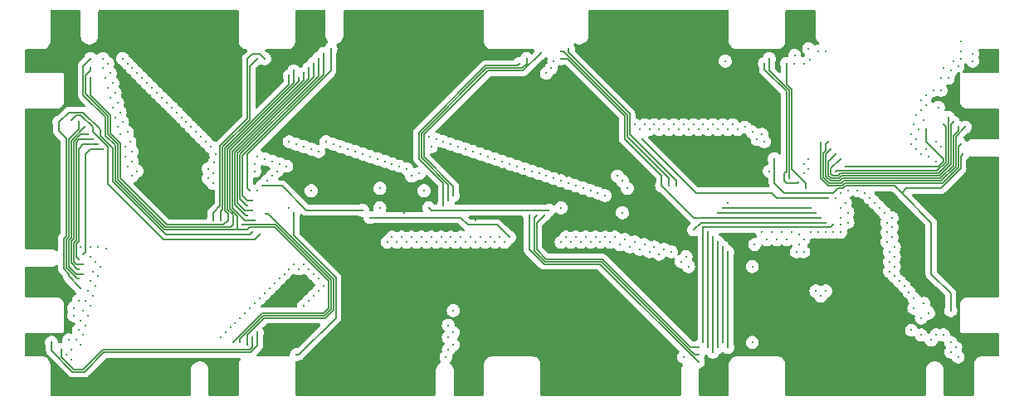
<source format=gbr>
%TF.GenerationSoftware,KiCad,Pcbnew,7.0.5*%
%TF.CreationDate,2023-09-25T02:34:09-05:00*%
%TF.ProjectId,Chimera_Carrier,4368696d-6572-4615-9f43-617272696572,rev?*%
%TF.SameCoordinates,Original*%
%TF.FileFunction,Copper,L2,Inr*%
%TF.FilePolarity,Positive*%
%FSLAX46Y46*%
G04 Gerber Fmt 4.6, Leading zero omitted, Abs format (unit mm)*
G04 Created by KiCad (PCBNEW 7.0.5) date 2023-09-25 02:34:09*
%MOMM*%
%LPD*%
G01*
G04 APERTURE LIST*
%TA.AperFunction,ViaPad*%
%ADD10C,0.330000*%
%TD*%
%TA.AperFunction,Conductor*%
%ADD11C,0.127000*%
%TD*%
G04 APERTURE END LIST*
D10*
%TO.N,Net-(A1-20-Pad22)*%
X68750000Y-96750000D03*
%TO.N,Net-(A1-20-Pad23)*%
X55250000Y-85250000D03*
X53250000Y-85250000D03*
%TO.N,Net-(A1-20-Pad24)*%
X68750000Y-96000000D03*
%TO.N,Net-(A1-20-Pad25)*%
X53750000Y-85750000D03*
X55750000Y-85750000D03*
%TO.N,Net-(A1-20-Pad26)*%
X69000000Y-95250000D03*
%TO.N,Net-(A1-20-Pad27)*%
X53250000Y-86250000D03*
X56250000Y-86250000D03*
%TO.N,Net-(A1-20-Pad28)*%
X69750000Y-95500000D03*
%TO.N,Net-(A1-20-Pad29)*%
X54000000Y-86750000D03*
X56750000Y-86750000D03*
%TO.N,Net-(A1-20-Pad30)*%
X70500000Y-95750000D03*
%TO.N,Net-(A1-20-Pad31)*%
X53500000Y-87250000D03*
X57250000Y-87250000D03*
%TO.N,Net-(A1-20-Pad32)*%
X71250000Y-96000000D03*
%TO.N,Net-(A1-20-Pad33)*%
X54250000Y-87750000D03*
X57750000Y-87750000D03*
%TO.N,Net-(A1-20-Pad34)*%
X72000000Y-96250000D03*
%TO.N,Net-(A1-20-Pad35)*%
X58250000Y-88250000D03*
X53750000Y-88250000D03*
%TO.N,Net-(A1-20-Pad36)*%
X72250000Y-93750000D03*
%TO.N,Net-(A1-20-Pad37)*%
X54500000Y-88750000D03*
X58750000Y-88750000D03*
%TO.N,Net-(A1-20-Pad38)*%
X73000000Y-94000000D03*
%TO.N,Net-(A1-20-Pad39)*%
X59250000Y-89250000D03*
X54000000Y-89250000D03*
%TO.N,Net-(A1-20-Pad40)*%
X73750000Y-94250000D03*
%TO.N,Net-(A1-20-Pad41)*%
X54750000Y-89750000D03*
X59750000Y-89750000D03*
%TO.N,Net-(A1-20-Pad42)*%
X74500000Y-94500000D03*
%TO.N,Net-(A1-20-Pad43)*%
X60250000Y-90250000D03*
X54250000Y-90250000D03*
%TO.N,Net-(A1-20-Pad44)*%
X75250000Y-94750000D03*
%TO.N,Net-(A1-20-Pad45)*%
X60750000Y-90750000D03*
X55000000Y-90750000D03*
%TO.N,Net-(A1-20-Pad46)*%
X76000000Y-93750000D03*
%TO.N,Net-(A1-20-Pad47)*%
X61250000Y-91250000D03*
X54500000Y-91250000D03*
%TO.N,Net-(A1-20-Pad48)*%
X76750000Y-94000000D03*
%TO.N,Net-(A1-20-Pad49)*%
X61750000Y-91750000D03*
X55250000Y-91750000D03*
%TO.N,Net-(A1-20-Pad50)*%
X77500000Y-94250000D03*
%TO.N,Net-(A1-20-Pad51)*%
X54750000Y-92250000D03*
X62250000Y-92250000D03*
%TO.N,Net-(A1-20-Pad52)*%
X78250000Y-94500000D03*
%TO.N,Net-(A1-20-Pad53)*%
X62750000Y-92750000D03*
X55750000Y-92750000D03*
%TO.N,Net-(A1-20-Pad54)*%
X79000000Y-94750000D03*
%TO.N,Net-(A1-20-Pad55)*%
X55000000Y-93000000D03*
X63250000Y-93250000D03*
%TO.N,Net-(A1-20-Pad56)*%
X79750000Y-95000000D03*
%TO.N,Net-(A1-20-Pad57)*%
X56000000Y-93750000D03*
X63750000Y-93750000D03*
%TO.N,Net-(A1-20-Pad58)*%
X80500000Y-95250000D03*
%TO.N,Net-(A1-20-Pad59)*%
X64250000Y-94250000D03*
X55500000Y-94250000D03*
%TO.N,Net-(A1-20-Pad60)*%
X81250000Y-95500000D03*
%TO.N,Net-(A1-20-Pad61)*%
X64750000Y-95000000D03*
X56250000Y-94750000D03*
%TO.N,Net-(A1-20-Pad62)*%
X82000000Y-95750000D03*
%TO.N,Net-(A1-20-Pad63)*%
X55500000Y-95250000D03*
X64625000Y-95875000D03*
%TO.N,Net-(A1-20-Pad64)*%
X82750000Y-96000000D03*
%TO.N,Net-(A1-20-Pad65)*%
X56250000Y-95750000D03*
X64000000Y-96500000D03*
%TO.N,Net-(A1-1-Pad66)*%
X83500000Y-96250000D03*
%TO.N,Net-(A1-1-Pad67)*%
X64500000Y-97000000D03*
X55750000Y-96250000D03*
%TO.N,Net-(A1-1-Pad68)*%
X84250000Y-96500000D03*
%TO.N,Net-(A1-1-Pad69)*%
X56750000Y-96750000D03*
X64000000Y-97500000D03*
%TO.N,Net-(A1-1-Pad70)*%
X84750000Y-97250000D03*
%TO.N,Net-(A1-1-Pad71)*%
X64500000Y-98000000D03*
X56250000Y-97250000D03*
%TO.N,Net-(A1-1-Pad72)*%
X85500000Y-97000000D03*
%TO.N,Net-(A2-20-Pad22)*%
X86750000Y-94250000D03*
%TO.N,Net-(A2-20-Pad24)*%
X86500000Y-93250000D03*
%TO.N,Net-(A2-20-Pad26)*%
X87250000Y-93500000D03*
%TO.N,Net-(A2-20-Pad28)*%
X88000000Y-93750000D03*
%TO.N,Net-(A2-20-Pad30)*%
X88750000Y-94000000D03*
%TO.N,Net-(A2-20-Pad32)*%
X89500000Y-94250000D03*
%TO.N,Net-(A2-20-Pad34)*%
X90250000Y-94500000D03*
%TO.N,Net-(A2-20-Pad36)*%
X91000000Y-94750000D03*
%TO.N,Net-(A2-20-Pad38)*%
X91750000Y-95000000D03*
%TO.N,Net-(A2-20-Pad40)*%
X92500000Y-95250000D03*
%TO.N,Net-(A2-20-Pad42)*%
X93250000Y-95500000D03*
%TO.N,Net-(A2-20-Pad44)*%
X94000000Y-95750000D03*
%TO.N,Net-(A2-20-Pad46)*%
X94750000Y-96000000D03*
%TO.N,Net-(A2-20-Pad48)*%
X95500000Y-96250000D03*
%TO.N,Net-(A2-20-Pad50)*%
X96250000Y-96500000D03*
%TO.N,Net-(A2-20-Pad52)*%
X97000000Y-96750000D03*
%TO.N,Net-(A2-20-Pad54)*%
X97750000Y-97000000D03*
%TO.N,Net-(A2-20-Pad56)*%
X98500000Y-97250000D03*
%TO.N,Net-(A2-20-Pad58)*%
X99250000Y-97500000D03*
%TO.N,Net-(A2-20-Pad60)*%
X100000000Y-97750000D03*
%TO.N,Net-(A2-20-Pad62)*%
X100750000Y-98000000D03*
%TO.N,Net-(A2-20-Pad64)*%
X101500000Y-98250000D03*
%TO.N,Net-(A2-1-Pad66)*%
X102250000Y-98500000D03*
%TO.N,Net-(A2-1-Pad68)*%
X103000000Y-98750000D03*
%TO.N,Net-(A2-1-Pad70)*%
X103750000Y-99000000D03*
%TO.N,Net-(A2-1-Pad72)*%
X104500000Y-99250000D03*
%TO.N,Net-(A3-20-Pad22)*%
X108000000Y-92500000D03*
%TO.N,Net-(A3-20-Pad24)*%
X108500000Y-92000000D03*
%TO.N,Net-(A3-20-Pad26)*%
X109000000Y-92500000D03*
%TO.N,Net-(A3-20-Pad28)*%
X109500000Y-92000000D03*
%TO.N,Net-(A3-20-Pad30)*%
X110000000Y-92500000D03*
%TO.N,Net-(A3-20-Pad32)*%
X110500000Y-92000000D03*
%TO.N,Net-(A3-20-Pad34)*%
X111000000Y-92500000D03*
%TO.N,Net-(A3-20-Pad36)*%
X111500000Y-92000000D03*
%TO.N,Net-(A3-20-Pad38)*%
X112000000Y-92500000D03*
%TO.N,Net-(A3-20-Pad40)*%
X112500000Y-92000000D03*
%TO.N,Net-(A3-20-Pad42)*%
X113000000Y-92500000D03*
%TO.N,Net-(A3-20-Pad44)*%
X113500000Y-92000000D03*
%TO.N,Net-(A3-20-Pad46)*%
X114000000Y-92500000D03*
%TO.N,Net-(A3-20-Pad48)*%
X114500000Y-92000000D03*
%TO.N,Net-(A3-20-Pad50)*%
X115000000Y-92500000D03*
%TO.N,Net-(A3-20-Pad52)*%
X115500000Y-92000000D03*
%TO.N,Net-(A3-20-Pad54)*%
X116000000Y-92500000D03*
%TO.N,Net-(A3-20-Pad56)*%
X116500000Y-92000000D03*
%TO.N,Net-(A3-20-Pad58)*%
X117000000Y-92500000D03*
%TO.N,Net-(A3-20-Pad60)*%
X117500000Y-92000000D03*
%TO.N,Net-(A3-20-Pad62)*%
X118000000Y-92500000D03*
%TO.N,Net-(A3-20-Pad64)*%
X118750000Y-92250000D03*
%TO.N,Net-(A3-1-Pad66)*%
X119500000Y-92750000D03*
%TO.N,Net-(A3-1-Pad68)*%
X120000000Y-93500000D03*
%TO.N,Net-(A3-1-Pad70)*%
X120500000Y-93000000D03*
%TO.N,Net-(A3-1-Pad72)*%
X120750000Y-93750000D03*
%TO.N,Net-(A4-20-Pad22)*%
X138250000Y-95750000D03*
%TO.N,Net-(A4-20-Pad24)*%
X137500000Y-95250000D03*
%TO.N,Net-(A4-20-Pad26)*%
X136750000Y-95000000D03*
%TO.N,Net-(A4-20-Pad28)*%
X136250000Y-94500000D03*
%TO.N,Net-(A4-20-Pad30)*%
X135750000Y-94000000D03*
%TO.N,Net-(A4-20-Pad32)*%
X136250000Y-93500000D03*
%TO.N,Net-(A4-20-Pad34)*%
X135750000Y-93000000D03*
%TO.N,Net-(A4-20-Pad36)*%
X136500000Y-92500000D03*
%TO.N,Net-(A4-20-Pad38)*%
X136000000Y-92000000D03*
%TO.N,Net-(A4-20-Pad40)*%
X137000000Y-91500000D03*
%TO.N,Net-(A4-20-Pad42)*%
X136250000Y-91015493D03*
%TO.N,Net-(A4-20-Pad44)*%
X136750000Y-90500000D03*
%TO.N,Net-(A4-20-Pad46)*%
X137250000Y-90000000D03*
%TO.N,Net-(A4-20-Pad48)*%
X136750000Y-89500000D03*
%TO.N,Net-(A4-20-Pad50)*%
X137250000Y-89000000D03*
%TO.N,Net-(A4-20-Pad52)*%
X138000000Y-88500000D03*
%TO.N,Net-(A4-20-Pad54)*%
X138750000Y-88500000D03*
%TO.N,Net-(A4-20-Pad56)*%
X139500000Y-87250000D03*
%TO.N,Net-(A4-20-Pad58)*%
X138750000Y-87250000D03*
%TO.N,Net-(A4-20-Pad60)*%
X139750000Y-86500000D03*
%TO.N,Net-(A4-20-Pad62)*%
X139000000Y-86250000D03*
%TO.N,Net-(A4-20-Pad64)*%
X140500000Y-86000000D03*
%TO.N,Net-(A4-1-Pad66)*%
X140000000Y-85500000D03*
%TO.N,Net-(A4-1-Pad68)*%
X140750000Y-85250000D03*
%TO.N,Net-(A4-1-Pad70)*%
X140750000Y-84500000D03*
%TO.N,Net-(A4-1-Pad72)*%
X140750000Y-83500000D03*
%TO.N,Net-(B1-20-Pad21)*%
X52750000Y-104500000D03*
%TO.N,+VDD*%
X117000000Y-114750000D03*
X117000000Y-105000000D03*
X117000000Y-100000000D03*
X50750000Y-107750000D03*
X105750000Y-97250000D03*
X139000000Y-92000000D03*
X128000000Y-96750000D03*
X73750000Y-86750000D03*
X88500000Y-112500000D03*
X71000000Y-96750000D03*
X140500000Y-115750000D03*
X68750000Y-101750000D03*
X50750000Y-91750000D03*
X98500000Y-86750000D03*
X123750000Y-85750000D03*
%TO.N,GND*%
X70250000Y-84750000D03*
X68750000Y-97750000D03*
X116750000Y-96000000D03*
X70750000Y-115000000D03*
X117750000Y-115250000D03*
X120250000Y-84750000D03*
X141500000Y-109250000D03*
X47800000Y-84400000D03*
X141500000Y-115250000D03*
X93500000Y-85000000D03*
X96250000Y-87500000D03*
X97000000Y-84750000D03*
X119000000Y-104000000D03*
X118750000Y-85000000D03*
X48000000Y-90725000D03*
X72000000Y-85500000D03*
X73500000Y-113500000D03*
X112678945Y-94654590D03*
X78250000Y-96500000D03*
X91750000Y-113750000D03*
X141750000Y-90500000D03*
X91250000Y-101750000D03*
X72500000Y-109750000D03*
X69500000Y-115000000D03*
X48250000Y-116750000D03*
X49000000Y-109500000D03*
X64000000Y-98750000D03*
X116750000Y-84250000D03*
X143250000Y-85250000D03*
X96750000Y-114500000D03*
X108750000Y-97500000D03*
X72000000Y-115250000D03*
X121000000Y-115250000D03*
X90837161Y-96822264D03*
X84000000Y-101000000D03*
X140250000Y-112750000D03*
%TO.N,+VDD2*%
X125500000Y-100500000D03*
X51250000Y-107250000D03*
X139504000Y-91250000D03*
X128500000Y-95500000D03*
X99000000Y-86250000D03*
X89000000Y-113250000D03*
X68000000Y-101250000D03*
X123820395Y-84929605D03*
X139750000Y-115250000D03*
X116500000Y-114250000D03*
X116500000Y-100500000D03*
X106250000Y-97750000D03*
X124750000Y-97000000D03*
X116500000Y-104500000D03*
X74250000Y-86250000D03*
X70500000Y-97250000D03*
X51359210Y-92250000D03*
%TO.N,+VDD3*%
X106750000Y-98500000D03*
X99250000Y-85500000D03*
X74750000Y-85750000D03*
X116000000Y-104000000D03*
X51750000Y-93000000D03*
X128000000Y-95000000D03*
X88500000Y-113750000D03*
X116000000Y-101000000D03*
X140250000Y-114750000D03*
X126000000Y-101000000D03*
X50750000Y-106750000D03*
X140000000Y-91750000D03*
X124750000Y-85750000D03*
X68500000Y-100750000D03*
X125250000Y-96500000D03*
X70000000Y-97750000D03*
X116000000Y-114750000D03*
%TO.N,BUS0*%
X50250000Y-111500000D03*
X114000000Y-114750000D03*
X72250000Y-87000000D03*
X89000000Y-99250000D03*
X98250000Y-101250000D03*
X97929605Y-84679605D03*
X68000000Y-114500000D03*
X137250000Y-94500000D03*
X123250000Y-97500000D03*
X69848386Y-101098386D03*
X52000000Y-87250000D03*
X137750000Y-114000000D03*
X66000000Y-101750000D03*
X121250000Y-85250000D03*
%TO.N,BUS1*%
X69500000Y-98250000D03*
X89000000Y-114500000D03*
X115500000Y-115250000D03*
X68000000Y-100250000D03*
X79750000Y-100750000D03*
X140500000Y-92250000D03*
X139750000Y-114250000D03*
X100000000Y-85250000D03*
X115500000Y-103500000D03*
X75250000Y-85250000D03*
X124750000Y-96000000D03*
X125375000Y-85375000D03*
X127500000Y-94500000D03*
X110250000Y-98250000D03*
X52250000Y-93500000D03*
X51250000Y-106250000D03*
X126500000Y-101500000D03*
%TO.N,BUS2*%
X52000000Y-86250000D03*
X96500000Y-85250000D03*
X97500000Y-101250000D03*
X67500000Y-102250000D03*
X114000000Y-115500000D03*
X50250000Y-110750000D03*
X136750000Y-113500000D03*
X72750000Y-86500000D03*
X66500000Y-102250000D03*
X138250000Y-93750000D03*
X67250000Y-114250000D03*
X88500000Y-99750000D03*
X120750000Y-85750000D03*
X124179605Y-97929605D03*
%TO.N,BUS3*%
X125250000Y-95500000D03*
X68500000Y-99750000D03*
X100000000Y-84500000D03*
X115000000Y-103000000D03*
X69000000Y-98750000D03*
X88500000Y-115000000D03*
X125250000Y-84250000D03*
X127000000Y-102000000D03*
X127250000Y-93750000D03*
X52750000Y-94000000D03*
X50750000Y-105750000D03*
X139000000Y-113500000D03*
X111000000Y-98250000D03*
X141250000Y-92250000D03*
X113500000Y-102750000D03*
X75750000Y-84750000D03*
X115000000Y-114750000D03*
%TO.N,BUS4*%
X96750000Y-101250000D03*
X88000000Y-100250000D03*
X125000000Y-98500000D03*
X50750000Y-110000000D03*
X52000000Y-85250000D03*
X73250000Y-87250000D03*
X95750000Y-85750000D03*
X123000000Y-85750000D03*
X135750000Y-113000000D03*
X67000000Y-102750000D03*
X66500000Y-114250000D03*
X114000000Y-116250000D03*
X138750000Y-94250000D03*
%TO.N,BUS5*%
X53250000Y-94500000D03*
X126500000Y-93804605D03*
X127750000Y-102250000D03*
X114500000Y-114250000D03*
X114500000Y-102500000D03*
X76500000Y-84250000D03*
X138250000Y-113500000D03*
X100750000Y-84250000D03*
X111750000Y-98250000D03*
X68250000Y-98750000D03*
X51250000Y-105250000D03*
X140750000Y-94000000D03*
X126246000Y-84496000D03*
X88250000Y-115750000D03*
X86000000Y-98750000D03*
%TO.N,BUS6*%
X112500000Y-115750000D03*
X94750000Y-103500000D03*
X65250000Y-113750000D03*
X80500000Y-101500000D03*
%TO.N,BUS7*%
X138500000Y-90250000D03*
X121750000Y-95500000D03*
X119500000Y-106500000D03*
X69000000Y-85250000D03*
X119500000Y-114250000D03*
X48750000Y-91750000D03*
X142000000Y-85500000D03*
X116750000Y-85500000D03*
X81500000Y-98500000D03*
X51000000Y-108750000D03*
X74500000Y-98750000D03*
X68500000Y-103000000D03*
X65250000Y-101750000D03*
X72750000Y-101000000D03*
X81500000Y-100500000D03*
X139750000Y-111000000D03*
X141000000Y-95000000D03*
X73000000Y-115500000D03*
%TO.N,BUS8*%
X106250000Y-101000000D03*
X69000000Y-113250000D03*
X69250000Y-103250000D03*
X119750000Y-104250000D03*
X142000000Y-84750000D03*
X100004000Y-100504000D03*
X137250000Y-92500000D03*
X69750000Y-85250000D03*
X121250000Y-96750000D03*
X64500000Y-101750000D03*
X48000000Y-114250000D03*
X86500000Y-100500000D03*
X136750000Y-111750000D03*
X129000000Y-96250000D03*
X50000000Y-91500000D03*
X98750000Y-100750000D03*
%TO.N,Net-(B1-20-Pad22)*%
X65750000Y-113250000D03*
%TO.N,Net-(B1-20-Pad23)*%
X53625000Y-104625000D03*
%TO.N,Net-(B1-20-Pad24)*%
X66250000Y-112750000D03*
%TO.N,Net-(B1-20-Pad25)*%
X52000000Y-104500000D03*
%TO.N,Net-(B1-20-Pad26)*%
X66750000Y-112250000D03*
%TO.N,Net-(B1-20-Pad27)*%
X52000000Y-105500000D03*
%TO.N,Net-(B1-20-Pad28)*%
X67250000Y-111750000D03*
%TO.N,Net-(B1-20-Pad29)*%
X52500000Y-106000000D03*
%TO.N,Net-(B1-20-Pad30)*%
X67750000Y-111250000D03*
%TO.N,Net-(B1-20-Pad31)*%
X53000000Y-106500000D03*
%TO.N,Net-(B1-20-Pad32)*%
X68250000Y-110750000D03*
%TO.N,Net-(B1-20-Pad33)*%
X52250000Y-107000000D03*
%TO.N,Net-(B1-20-Pad34)*%
X68750000Y-110250000D03*
%TO.N,Net-(B1-20-Pad35)*%
X52750000Y-107500000D03*
%TO.N,Net-(B1-20-Pad36)*%
X69250000Y-109750000D03*
%TO.N,Net-(B1-20-Pad37)*%
X52000000Y-108000000D03*
%TO.N,Net-(B1-20-Pad38)*%
X69750000Y-109250000D03*
%TO.N,Net-(B1-20-Pad39)*%
X52500000Y-108500000D03*
%TO.N,Net-(B1-20-Pad40)*%
X70250000Y-108750000D03*
%TO.N,Net-(B1-20-Pad41)*%
X51750000Y-109000000D03*
%TO.N,Net-(B1-20-Pad42)*%
X70750000Y-108250000D03*
%TO.N,Net-(B1-20-Pad43)*%
X52250000Y-109500000D03*
%TO.N,Net-(B1-20-Pad44)*%
X71250000Y-107750000D03*
%TO.N,Net-(B1-20-Pad45)*%
X51500000Y-110000000D03*
%TO.N,Net-(B1-20-Pad46)*%
X71750000Y-107250000D03*
%TO.N,Net-(B1-20-Pad47)*%
X52000000Y-110500000D03*
%TO.N,Net-(B1-20-Pad48)*%
X72250000Y-106750000D03*
%TO.N,Net-(B1-20-Pad49)*%
X51250000Y-111000000D03*
%TO.N,Net-(B1-20-Pad50)*%
X72750000Y-106250000D03*
%TO.N,Net-(B1-20-Pad51)*%
X51750000Y-111500000D03*
%TO.N,Net-(B1-20-Pad52)*%
X73250000Y-106750000D03*
%TO.N,Net-(B1-20-Pad53)*%
X51000000Y-112000000D03*
%TO.N,Net-(B1-20-Pad54)*%
X73750000Y-106250000D03*
%TO.N,Net-(B1-20-Pad55)*%
X51500000Y-112500000D03*
%TO.N,Net-(B1-20-Pad56)*%
X74250000Y-106750000D03*
%TO.N,Net-(B1-20-Pad57)*%
X50750000Y-113000000D03*
%TO.N,Net-(B1-20-Pad58)*%
X74750000Y-107250000D03*
%TO.N,Net-(B1-20-Pad59)*%
X51250000Y-113500000D03*
%TO.N,Net-(B1-20-Pad60)*%
X75250000Y-107750000D03*
%TO.N,Net-(B1-20-Pad61)*%
X50500000Y-114000000D03*
%TO.N,Net-(B1-20-Pad62)*%
X75750000Y-108500000D03*
%TO.N,Net-(B1-20-Pad63)*%
X51000000Y-114500000D03*
%TO.N,Net-(B1-20-Pad64)*%
X75250000Y-109000000D03*
%TO.N,Net-(B1-20-Pad65)*%
X49750000Y-114000000D03*
%TO.N,Net-(B1-1-Pad66)*%
X74750000Y-109500000D03*
%TO.N,Net-(B1-1-Pad67)*%
X50000000Y-115000000D03*
%TO.N,Net-(B1-1-Pad68)*%
X74250000Y-110000000D03*
%TO.N,Net-(B1-1-Pad69)*%
X49500000Y-115500000D03*
%TO.N,Net-(B1-1-Pad70)*%
X73750000Y-110500000D03*
%TO.N,Net-(B1-1-Pad71)*%
X50000000Y-116000000D03*
%TO.N,Net-(B1-1-Pad72)*%
X68500000Y-113750000D03*
X49000000Y-115000000D03*
%TO.N,Net-(B2-20-Pad22)*%
X94250000Y-104000000D03*
%TO.N,Net-(B2-20-Pad24)*%
X93750000Y-103500000D03*
%TO.N,Net-(B2-20-Pad26)*%
X93250000Y-104000000D03*
%TO.N,Net-(B2-20-Pad28)*%
X92750000Y-103500000D03*
%TO.N,Net-(B2-20-Pad30)*%
X92250000Y-104000000D03*
%TO.N,Net-(B2-20-Pad32)*%
X91750000Y-103500000D03*
%TO.N,Net-(B2-20-Pad34)*%
X91250000Y-104000000D03*
%TO.N,Net-(B2-20-Pad36)*%
X90750000Y-103500000D03*
%TO.N,Net-(B2-20-Pad38)*%
X90250000Y-104000000D03*
%TO.N,Net-(B2-20-Pad40)*%
X89750000Y-103500000D03*
%TO.N,Net-(B2-20-Pad42)*%
X89250000Y-104000000D03*
%TO.N,Net-(B2-20-Pad44)*%
X88750000Y-103500000D03*
%TO.N,Net-(B2-20-Pad46)*%
X88250000Y-104000000D03*
%TO.N,Net-(B2-20-Pad48)*%
X87750000Y-103500000D03*
%TO.N,Net-(B2-20-Pad50)*%
X87250000Y-104000000D03*
%TO.N,Net-(B2-20-Pad52)*%
X86750000Y-103500000D03*
%TO.N,Net-(B2-20-Pad54)*%
X86250000Y-104000000D03*
%TO.N,Net-(B2-20-Pad56)*%
X85750000Y-103500000D03*
%TO.N,Net-(B2-20-Pad58)*%
X85250000Y-104000000D03*
%TO.N,Net-(B2-20-Pad60)*%
X84750000Y-103500000D03*
%TO.N,Net-(B2-20-Pad62)*%
X84250000Y-104000000D03*
%TO.N,Net-(B2-20-Pad64)*%
X83750000Y-103500000D03*
%TO.N,Net-(B2-1-Pad66)*%
X83250000Y-104000000D03*
%TO.N,Net-(B2-1-Pad68)*%
X82750000Y-103500000D03*
%TO.N,Net-(B2-1-Pad70)*%
X82250000Y-104000000D03*
%TO.N,Net-(B2-1-Pad72)*%
X51000000Y-104500000D03*
X107500000Y-92000000D03*
X108250000Y-93500000D03*
X127000000Y-84500000D03*
X72250000Y-100500000D03*
X127250000Y-99500000D03*
X89000000Y-111000000D03*
%TO.N,Net-(B3-20-Pad22)*%
X127000000Y-109000000D03*
X113000000Y-106500000D03*
%TO.N,Net-(B3-20-Pad24)*%
X112250000Y-106000000D03*
X126500000Y-109500000D03*
%TO.N,Net-(B3-20-Pad26)*%
X126000000Y-109000000D03*
X112750000Y-105500000D03*
%TO.N,Net-(B3-20-Pad28)*%
X111250000Y-105000000D03*
%TO.N,Net-(B3-20-Pad30)*%
X110500000Y-104750000D03*
%TO.N,Net-(B3-20-Pad32)*%
X110000000Y-105250000D03*
%TO.N,Net-(B3-20-Pad34)*%
X109500000Y-104500000D03*
%TO.N,Net-(B3-20-Pad36)*%
X109000000Y-105000000D03*
%TO.N,Net-(B3-20-Pad38)*%
X108500000Y-104250000D03*
%TO.N,Net-(B3-20-Pad40)*%
X108000000Y-104750000D03*
%TO.N,Net-(B3-20-Pad42)*%
X107500000Y-104000000D03*
%TO.N,Net-(B3-20-Pad44)*%
X107000000Y-104500000D03*
%TO.N,Net-(B3-20-Pad46)*%
X106500000Y-103750000D03*
%TO.N,Net-(B3-20-Pad48)*%
X106000000Y-104250000D03*
%TO.N,Net-(B3-20-Pad50)*%
X105500000Y-103500000D03*
%TO.N,Net-(B3-20-Pad52)*%
X105000000Y-104000000D03*
%TO.N,Net-(B3-20-Pad54)*%
X104500000Y-103500000D03*
%TO.N,Net-(B3-20-Pad56)*%
X104000000Y-104000000D03*
%TO.N,Net-(B3-20-Pad58)*%
X103500000Y-103500000D03*
%TO.N,Net-(B3-20-Pad60)*%
X103000000Y-104000000D03*
%TO.N,Net-(B3-20-Pad62)*%
X102500000Y-103500000D03*
%TO.N,Net-(B3-20-Pad64)*%
X102000000Y-104000000D03*
%TO.N,Net-(B3-1-Pad66)*%
X101500000Y-103500000D03*
%TO.N,Net-(B3-1-Pad68)*%
X101000000Y-104000000D03*
%TO.N,Net-(B3-1-Pad70)*%
X100500000Y-103500000D03*
%TO.N,Net-(B3-1-Pad72)*%
X100000000Y-104000000D03*
%TO.N,Net-(B4-20-Pad22)*%
X130250000Y-98750000D03*
X129250000Y-98750000D03*
%TO.N,Net-(B4-20-Pad24)*%
X131000000Y-99000000D03*
X128500000Y-99000000D03*
%TO.N,Net-(B4-20-Pad26)*%
X131500000Y-99500000D03*
X128000000Y-99500000D03*
%TO.N,Net-(B4-20-Pad28)*%
X129000000Y-100000000D03*
X132000000Y-100000000D03*
%TO.N,Net-(B4-20-Pad30)*%
X132500000Y-100500000D03*
X128500000Y-100500000D03*
%TO.N,Net-(B4-20-Pad32)*%
X129250000Y-101000000D03*
X133000000Y-101000000D03*
%TO.N,Net-(B4-20-Pad34)*%
X133750000Y-101500000D03*
X128500000Y-101500000D03*
%TO.N,Net-(B4-20-Pad36)*%
X129250000Y-102000000D03*
X133250000Y-102000000D03*
%TO.N,Net-(B4-20-Pad38)*%
X128500000Y-102250000D03*
X133750000Y-102500000D03*
%TO.N,Net-(B4-20-Pad40)*%
X128500000Y-103000000D03*
X133250000Y-103000000D03*
%TO.N,Net-(B4-20-Pad42)*%
X133750000Y-103500000D03*
X127750000Y-103000000D03*
%TO.N,Net-(B4-20-Pad44)*%
X127000000Y-103000000D03*
X133250000Y-104000000D03*
%TO.N,Net-(B4-20-Pad46)*%
X126250000Y-103000000D03*
X134000000Y-104500000D03*
%TO.N,Net-(B4-20-Pad48)*%
X133500000Y-105000000D03*
X125500000Y-103000000D03*
%TO.N,Net-(B4-20-Pad50)*%
X124250000Y-103250000D03*
X134000000Y-105500000D03*
%TO.N,Net-(B4-20-Pad52)*%
X133500000Y-106000000D03*
X124750000Y-103750000D03*
%TO.N,Net-(B4-20-Pad54)*%
X134000000Y-106500000D03*
X124250000Y-104250000D03*
%TO.N,Net-(B4-20-Pad56)*%
X124750000Y-105000000D03*
X133500000Y-107000000D03*
%TO.N,Net-(B4-20-Pad58)*%
X124000000Y-105000000D03*
X134000000Y-107500000D03*
%TO.N,Net-(B4-20-Pad60)*%
X134500000Y-108000000D03*
X123500000Y-103000000D03*
%TO.N,Net-(B4-20-Pad62)*%
X135000000Y-108500000D03*
X123000000Y-103750000D03*
%TO.N,Net-(B4-20-Pad64)*%
X135500000Y-109125000D03*
X122500000Y-103000000D03*
%TO.N,Net-(B4-1-Pad66)*%
X136000000Y-109750000D03*
X122000000Y-103750000D03*
%TO.N,Net-(B4-1-Pad68)*%
X121500000Y-103000000D03*
X137000000Y-110250000D03*
%TO.N,Net-(B4-1-Pad70)*%
X136000000Y-110750000D03*
X121000000Y-103750000D03*
%TO.N,Net-(B4-1-Pad72)*%
X120500000Y-103000000D03*
X137500000Y-111250000D03*
%TD*%
D11*
%TO.N,+VDD*%
X49488000Y-106597210D02*
X50640790Y-107750000D01*
X67750000Y-101750000D02*
X66484000Y-100484000D01*
X66484000Y-100484000D02*
X66484000Y-94719950D01*
X49734000Y-93516000D02*
X49734000Y-103469950D01*
X50750000Y-91750000D02*
X50750000Y-92500000D01*
X68750000Y-101750000D02*
X67750000Y-101750000D01*
X139250000Y-92250000D02*
X139250000Y-95859210D01*
X138363210Y-96746000D02*
X128004000Y-96746000D01*
X73750000Y-87453950D02*
X73750000Y-86750000D01*
X139250000Y-95859210D02*
X138363210Y-96746000D01*
X50750000Y-92500000D02*
X49734000Y-93516000D01*
X128004000Y-96746000D02*
X128000000Y-96750000D01*
X66484000Y-94719950D02*
X73750000Y-87453950D01*
X49488000Y-103715950D02*
X49488000Y-106597210D01*
X50640790Y-107750000D02*
X50750000Y-107750000D01*
X49734000Y-103469950D02*
X49488000Y-103715950D01*
X139000000Y-92000000D02*
X139250000Y-92250000D01*
X117000000Y-114750000D02*
X117000000Y-105000000D01*
%TO.N,+VDD2*%
X66738000Y-100171605D02*
X67816395Y-101250000D01*
X50500000Y-107250000D02*
X51250000Y-107250000D01*
X49742000Y-103821160D02*
X49742000Y-106492000D01*
X66738000Y-94825160D02*
X66738000Y-100171605D01*
X128500000Y-97000000D02*
X128250000Y-97250000D01*
X67816395Y-101250000D02*
X68000000Y-101250000D01*
X49742000Y-106492000D02*
X50500000Y-107250000D01*
X51359210Y-92250000D02*
X49988000Y-93621210D01*
X138468420Y-97000000D02*
X128500000Y-97000000D01*
X49988000Y-103575160D02*
X49742000Y-103821160D01*
X127750000Y-97250000D02*
X127516000Y-97016000D01*
X125500000Y-100500000D02*
X116500000Y-100500000D01*
X74250000Y-86250000D02*
X74250000Y-87313160D01*
X49988000Y-93621210D02*
X49988000Y-103575160D01*
X128250000Y-97250000D02*
X127750000Y-97250000D01*
X116500000Y-114250000D02*
X116500000Y-104500000D01*
X127516000Y-97016000D02*
X127516000Y-96484000D01*
X127516000Y-96484000D02*
X128500000Y-95500000D01*
X74250000Y-87313160D02*
X66738000Y-94825160D01*
X139504000Y-95964420D02*
X138468420Y-97000000D01*
X139504000Y-91250000D02*
X139504000Y-95964420D01*
%TO.N,+VDD3*%
X50968420Y-93000000D02*
X50242000Y-93726420D01*
X127581630Y-97504000D02*
X127262000Y-97184370D01*
X49996000Y-106105210D02*
X50640790Y-106750000D01*
X128605210Y-97254000D02*
X128355210Y-97504000D01*
X66992000Y-94930370D02*
X74750000Y-87172370D01*
X50242000Y-103680370D02*
X49996000Y-103926370D01*
X126000000Y-101000000D02*
X116000000Y-101000000D01*
X50242000Y-93726420D02*
X50242000Y-103680370D01*
X139758000Y-96069630D02*
X138573630Y-97254000D01*
X74750000Y-87172370D02*
X74750000Y-85750000D01*
X127262000Y-97184370D02*
X127262000Y-95738000D01*
X128355210Y-97504000D02*
X127581630Y-97504000D01*
X68500000Y-100750000D02*
X67750000Y-100750000D01*
X116000000Y-114750000D02*
X116000000Y-104000000D01*
X138573630Y-97254000D02*
X128605210Y-97254000D01*
X66992000Y-99992000D02*
X66992000Y-94930370D01*
X67750000Y-100750000D02*
X66992000Y-99992000D01*
X140000000Y-91750000D02*
X139758000Y-91992000D01*
X127262000Y-95738000D02*
X128000000Y-95000000D01*
X51750000Y-93000000D02*
X50968420Y-93000000D01*
X50640790Y-106750000D02*
X50750000Y-106750000D01*
X139758000Y-91992000D02*
X139758000Y-96069630D01*
X49996000Y-103926370D02*
X49996000Y-106105210D01*
%TO.N,BUS0*%
X97500000Y-102000000D02*
X97500000Y-104781580D01*
X54008000Y-91008000D02*
X52000000Y-89000000D01*
X86000000Y-93000000D02*
X92496000Y-86504000D01*
X89000000Y-99250000D02*
X89000000Y-98281580D01*
X98250000Y-101250000D02*
X97500000Y-102000000D01*
X121250000Y-86500000D02*
X123250000Y-88500000D01*
X121250000Y-85250000D02*
X121250000Y-86500000D01*
X66000000Y-101750000D02*
X65508000Y-102242000D01*
X65722000Y-100799630D02*
X65722000Y-94404320D01*
X98460420Y-105742000D02*
X104210420Y-105742000D01*
X55000000Y-93890790D02*
X54008000Y-92898790D01*
X97500000Y-104781580D02*
X98460420Y-105742000D01*
X54008000Y-92898790D02*
X54008000Y-91008000D01*
X76758000Y-107758000D02*
X76758000Y-110960420D01*
X89000000Y-98281580D02*
X86000000Y-95281580D01*
X96105210Y-86504000D02*
X97929605Y-84679605D01*
X66000000Y-101077630D02*
X65722000Y-100799630D01*
X75960420Y-111758000D02*
X69710420Y-111758000D01*
X66000000Y-101750000D02*
X66000000Y-101077630D01*
X52000000Y-89000000D02*
X52000000Y-87250000D01*
X76758000Y-110960420D02*
X75960420Y-111758000D01*
X65722000Y-94404320D02*
X72250000Y-87876320D01*
X69848386Y-101098386D02*
X70098386Y-101098386D01*
X65508000Y-102242000D02*
X59742000Y-102242000D01*
X70098386Y-101098386D02*
X76758000Y-107758000D01*
X72250000Y-87876320D02*
X72250000Y-87000000D01*
X92496000Y-86504000D02*
X96105210Y-86504000D01*
X69710420Y-111758000D02*
X68000000Y-113468420D01*
X113218420Y-114750000D02*
X114000000Y-114750000D01*
X68000000Y-113468420D02*
X68000000Y-114500000D01*
X59742000Y-102242000D02*
X55000000Y-97500000D01*
X123250000Y-88500000D02*
X123250000Y-97500000D01*
X104210420Y-105742000D02*
X113218420Y-114750000D01*
X55000000Y-97500000D02*
X55000000Y-93890790D01*
X86000000Y-95281580D02*
X86000000Y-93000000D01*
%TO.N,BUS1*%
X127500000Y-94500000D02*
X127008000Y-94992000D01*
X126500000Y-101500000D02*
X126492000Y-101492000D01*
X52250000Y-93500000D02*
X50827630Y-93500000D01*
X67246000Y-99605210D02*
X67890790Y-100250000D01*
X50250000Y-104031580D02*
X50250000Y-106000000D01*
X128460420Y-97758000D02*
X128710420Y-97508000D01*
X127008000Y-94992000D02*
X127008000Y-97289580D01*
X106492000Y-91101210D02*
X106492000Y-93492000D01*
X67890790Y-100250000D02*
X68000000Y-100250000D01*
X110250000Y-97250000D02*
X110250000Y-98250000D01*
X128710420Y-97508000D02*
X138678840Y-97508000D01*
X71500000Y-98250000D02*
X69500000Y-98250000D01*
X138678840Y-97508000D02*
X140012000Y-96174840D01*
X127476420Y-97758000D02*
X128460420Y-97758000D01*
X50496000Y-103785580D02*
X50250000Y-104031580D01*
X100640790Y-85250000D02*
X106492000Y-91101210D01*
X106492000Y-93492000D02*
X110250000Y-97250000D01*
X140012000Y-96174840D02*
X140012000Y-93128790D01*
X127008000Y-97289580D02*
X127476420Y-97758000D01*
X67246000Y-95035580D02*
X67246000Y-99605210D01*
X126492000Y-101492000D02*
X113492000Y-101492000D01*
X50827630Y-93500000D02*
X50496000Y-93831630D01*
X74000000Y-100750000D02*
X71500000Y-98250000D01*
X113492000Y-101492000D02*
X110250000Y-98250000D01*
X75250000Y-87031580D02*
X67246000Y-95035580D01*
X50250000Y-106000000D02*
X50500000Y-106250000D01*
X140012000Y-93128790D02*
X140500000Y-92640790D01*
X50500000Y-106250000D02*
X51250000Y-106250000D01*
X75250000Y-85250000D02*
X75250000Y-87031580D01*
X50496000Y-93831630D02*
X50496000Y-103785580D01*
X115500000Y-103500000D02*
X115500000Y-115250000D01*
X79750000Y-100750000D02*
X74000000Y-100750000D01*
X140500000Y-92640790D02*
X140500000Y-92250000D01*
X100000000Y-85250000D02*
X100640790Y-85250000D01*
%TO.N,BUS2*%
X96500000Y-85750000D02*
X96000000Y-86250000D01*
X88500000Y-98140790D02*
X88500000Y-99750000D01*
X53754000Y-93004000D02*
X53754000Y-91113210D01*
X122996000Y-88605210D02*
X122996000Y-96754000D01*
X67500000Y-102250000D02*
X70859210Y-102250000D01*
X59636790Y-102496000D02*
X54746000Y-97605210D01*
X76504000Y-110855210D02*
X75855210Y-111504000D01*
X65976000Y-94509530D02*
X72750000Y-87735530D01*
X70859210Y-102250000D02*
X76504000Y-107894790D01*
X122750000Y-97750000D02*
X123000000Y-98000000D01*
X85746000Y-92894790D02*
X85746000Y-95386790D01*
X96000000Y-86250000D02*
X92390790Y-86250000D01*
X54746000Y-97605210D02*
X54746000Y-93996000D01*
X120750000Y-85750000D02*
X120750000Y-86359210D01*
X113609210Y-115500000D02*
X114000000Y-115500000D01*
X85746000Y-95386790D02*
X88500000Y-98140790D01*
X54746000Y-93996000D02*
X53754000Y-93004000D01*
X92390790Y-86250000D02*
X85746000Y-92894790D01*
X104105210Y-105996000D02*
X113609210Y-115500000D01*
X69605210Y-111504000D02*
X67250000Y-113859210D01*
X97246000Y-104886790D02*
X98355210Y-105996000D01*
X66500000Y-102250000D02*
X66254000Y-102496000D01*
X122996000Y-96754000D02*
X122750000Y-97000000D01*
X120750000Y-86359210D02*
X122996000Y-88605210D01*
X75855210Y-111504000D02*
X69605210Y-111504000D01*
X123000000Y-98000000D02*
X124109210Y-98000000D01*
X97246000Y-101504000D02*
X97246000Y-104886790D01*
X122750000Y-97000000D02*
X122750000Y-97750000D01*
X98355210Y-105996000D02*
X104105210Y-105996000D01*
X65976000Y-100694420D02*
X65976000Y-94509530D01*
X76504000Y-107894790D02*
X76504000Y-110855210D01*
X51500000Y-88859210D02*
X51500000Y-87000000D01*
X66254000Y-102496000D02*
X59636790Y-102496000D01*
X66500000Y-101218420D02*
X65976000Y-100694420D01*
X53754000Y-91113210D02*
X51500000Y-88859210D01*
X66500000Y-102250000D02*
X66500000Y-101218420D01*
X52000000Y-86500000D02*
X52000000Y-86250000D01*
X51500000Y-87000000D02*
X52000000Y-86500000D01*
X96500000Y-85250000D02*
X96500000Y-85750000D01*
X72750000Y-87735530D02*
X72750000Y-86500000D01*
X124109210Y-98000000D02*
X124179605Y-97929605D01*
X97500000Y-101250000D02*
X97246000Y-101504000D01*
X67250000Y-113859210D02*
X67250000Y-114250000D01*
%TO.N,BUS3*%
X127000000Y-94640790D02*
X127000000Y-94000000D01*
X68000000Y-99750000D02*
X67500000Y-99250000D01*
X127000000Y-102000000D02*
X114250000Y-102000000D01*
X111000000Y-97500000D02*
X111000000Y-98250000D01*
X67500000Y-95140790D02*
X75750000Y-86890790D01*
X128815630Y-97762000D02*
X128565630Y-98012000D01*
X75750000Y-86890790D02*
X75750000Y-84750000D01*
X141250000Y-92250000D02*
X140266000Y-93234000D01*
X50750000Y-94500000D02*
X50750000Y-103890790D01*
X126754000Y-97394790D02*
X126754000Y-94886790D01*
X67500000Y-99250000D02*
X67500000Y-95140790D01*
X51250000Y-94000000D02*
X50750000Y-94500000D01*
X127000000Y-94000000D02*
X127250000Y-93750000D01*
X100000000Y-84500000D02*
X100250000Y-84500000D01*
X127371210Y-98012000D02*
X126754000Y-97394790D01*
X140266000Y-96280050D02*
X138784050Y-97762000D01*
X128565630Y-98012000D02*
X127371210Y-98012000D01*
X114250000Y-102000000D02*
X113500000Y-102750000D01*
X115000000Y-114750000D02*
X115000000Y-103000000D01*
X100250000Y-84500000D02*
X106746000Y-90996000D01*
X50750000Y-103890790D02*
X50504000Y-104136790D01*
X52750000Y-94000000D02*
X51250000Y-94000000D01*
X126754000Y-94886790D02*
X127000000Y-94640790D01*
X68500000Y-99750000D02*
X68000000Y-99750000D01*
X140266000Y-93234000D02*
X140266000Y-96280050D01*
X50504000Y-105504000D02*
X50750000Y-105750000D01*
X138784050Y-97762000D02*
X128815630Y-97762000D01*
X106746000Y-93246000D02*
X111000000Y-97500000D01*
X106746000Y-90996000D02*
X106746000Y-93246000D01*
X50504000Y-104136790D02*
X50504000Y-105504000D01*
%TO.N,BUS4*%
X123000000Y-85750000D02*
X123000000Y-87890790D01*
X67000000Y-102750000D02*
X68000000Y-102750000D01*
X67000000Y-102750000D02*
X59531580Y-102750000D01*
X123000000Y-87890790D02*
X123504000Y-88394790D01*
X85492000Y-92789580D02*
X92285580Y-85996000D01*
X54492000Y-97710420D02*
X54492000Y-94101210D01*
X73250000Y-87594740D02*
X73250000Y-87250000D01*
X88000000Y-98000000D02*
X85492000Y-95492000D01*
X85492000Y-95492000D02*
X85492000Y-92789580D01*
X70754000Y-102504000D02*
X76250000Y-108000000D01*
X68246000Y-102504000D02*
X70754000Y-102504000D01*
X53500000Y-93109210D02*
X53500000Y-91218420D01*
X69500000Y-111250000D02*
X66500000Y-114250000D01*
X98250000Y-106250000D02*
X104000000Y-106250000D01*
X68000000Y-102750000D02*
X68246000Y-102504000D01*
X76250000Y-110750000D02*
X75750000Y-111250000D01*
X67000000Y-101359210D02*
X66230000Y-100589210D01*
X66230000Y-94614740D02*
X73250000Y-87594740D01*
X92285580Y-85996000D02*
X95504000Y-85996000D01*
X67000000Y-102750000D02*
X67000000Y-101359210D01*
X95504000Y-85996000D02*
X95750000Y-85750000D01*
X96750000Y-101250000D02*
X96750000Y-104750000D01*
X53500000Y-91218420D02*
X51246000Y-88964420D01*
X54492000Y-94101210D02*
X53500000Y-93109210D01*
X75750000Y-111250000D02*
X69500000Y-111250000D01*
X125000000Y-98000000D02*
X125000000Y-98500000D01*
X123504000Y-96504000D02*
X125000000Y-98000000D01*
X76250000Y-108000000D02*
X76250000Y-110750000D01*
X104000000Y-106250000D02*
X114000000Y-116250000D01*
X66230000Y-100589210D02*
X66230000Y-94614740D01*
X123504000Y-88394790D02*
X123504000Y-96504000D01*
X51246000Y-88964420D02*
X51246000Y-86004000D01*
X59531580Y-102750000D02*
X54492000Y-97710420D01*
X88000000Y-100250000D02*
X88000000Y-98000000D01*
X51246000Y-86004000D02*
X52000000Y-85250000D01*
X96750000Y-104750000D02*
X98250000Y-106250000D01*
%TO.N,BUS5*%
X68000000Y-95000000D02*
X76500000Y-86500000D01*
X127500000Y-102500000D02*
X114500000Y-102500000D01*
X53250000Y-94500000D02*
X52000000Y-94500000D01*
X128920840Y-98016000D02*
X138889260Y-98016000D01*
X100750000Y-84640790D02*
X100750000Y-84250000D01*
X76500000Y-86500000D02*
X76500000Y-84250000D01*
X126500000Y-97500000D02*
X127266000Y-98266000D01*
X111750000Y-97750000D02*
X107000000Y-93000000D01*
X127750000Y-102250000D02*
X127500000Y-102500000D01*
X107000000Y-93000000D02*
X107000000Y-90890790D01*
X140520000Y-94230000D02*
X140750000Y-94000000D01*
X68250000Y-98750000D02*
X68000000Y-98500000D01*
X51500000Y-95000000D02*
X51500000Y-105000000D01*
X138889260Y-98016000D02*
X140520000Y-96385260D01*
X126500000Y-93804605D02*
X126500000Y-97500000D01*
X68000000Y-98500000D02*
X68000000Y-95000000D01*
X52000000Y-94500000D02*
X51500000Y-95000000D01*
X127266000Y-98266000D02*
X128670840Y-98266000D01*
X107000000Y-90890790D02*
X100750000Y-84640790D01*
X140520000Y-96385260D02*
X140520000Y-94230000D01*
X111750000Y-98250000D02*
X111750000Y-97750000D01*
X114500000Y-114250000D02*
X114500000Y-102500000D01*
X128670840Y-98266000D02*
X128920840Y-98016000D01*
X51500000Y-105000000D02*
X51250000Y-105250000D01*
%TO.N,BUS6*%
X93500000Y-102250000D02*
X94750000Y-103500000D01*
X90500000Y-102250000D02*
X93500000Y-102250000D01*
X89750000Y-101500000D02*
X90500000Y-102250000D01*
X80500000Y-101500000D02*
X89750000Y-101500000D01*
%TO.N,BUS7*%
X65468000Y-100672790D02*
X65468000Y-94282000D01*
X65250000Y-101750000D02*
X65250000Y-100890790D01*
X127750000Y-99000000D02*
X122750000Y-99000000D01*
X51246000Y-90746000D02*
X53000000Y-92500000D01*
X54238000Y-94378790D02*
X54238000Y-97815630D01*
X128772050Y-98522050D02*
X128770000Y-98520000D01*
X128770000Y-98520000D02*
X128230000Y-98520000D01*
X73250000Y-115500000D02*
X77012000Y-111738000D01*
X134750000Y-99000000D02*
X134020000Y-98270000D01*
X139750000Y-111000000D02*
X139750000Y-109250000D01*
X121750000Y-98000000D02*
X121750000Y-95500000D01*
X68250000Y-86000000D02*
X69000000Y-85250000D01*
X128230000Y-98520000D02*
X127750000Y-99000000D01*
X48750000Y-92680790D02*
X48750000Y-91750000D01*
X59672370Y-103250000D02*
X68250000Y-103250000D01*
X49480000Y-93410790D02*
X48750000Y-92680790D01*
X72750000Y-103250000D02*
X72750000Y-101000000D01*
X135226000Y-98524000D02*
X138740470Y-98524000D01*
X53000000Y-92500000D02*
X53000000Y-93140790D01*
X53000000Y-93140790D02*
X54238000Y-94378790D01*
X72679605Y-103320395D02*
X72750000Y-103250000D01*
X54238000Y-97815630D02*
X59672370Y-103250000D01*
X49480000Y-103364740D02*
X49480000Y-93410790D01*
X49234000Y-103610740D02*
X49480000Y-103364740D01*
X139750000Y-109250000D02*
X137750000Y-107250000D01*
X49750000Y-107250000D02*
X49234000Y-106734000D01*
X140774000Y-95226000D02*
X141000000Y-95000000D01*
X134750000Y-99000000D02*
X135226000Y-98524000D01*
X77012000Y-111738000D02*
X77012000Y-107652790D01*
X65250000Y-100890790D02*
X65468000Y-100672790D01*
X134020000Y-98270000D02*
X129026050Y-98270000D01*
X137750000Y-102000000D02*
X134750000Y-99000000D01*
X48750000Y-91750000D02*
X49754000Y-90746000D01*
X49754000Y-90746000D02*
X51246000Y-90746000D01*
X68250000Y-91500000D02*
X68250000Y-86000000D01*
X137750000Y-107250000D02*
X137750000Y-102000000D01*
X49750000Y-107500000D02*
X49750000Y-107250000D01*
X73000000Y-115500000D02*
X73250000Y-115500000D01*
X51000000Y-108750000D02*
X49750000Y-107500000D01*
X140774000Y-96490470D02*
X140774000Y-95226000D01*
X122750000Y-99000000D02*
X121750000Y-98000000D01*
X68250000Y-103250000D02*
X68500000Y-103000000D01*
X77012000Y-107652790D02*
X72679605Y-103320395D01*
X138740470Y-98524000D02*
X140774000Y-96490470D01*
X65468000Y-94282000D02*
X68250000Y-91500000D01*
X129026050Y-98270000D02*
X128772050Y-98524000D01*
X128772050Y-98524000D02*
X128772050Y-98522050D01*
X49234000Y-106734000D02*
X49234000Y-103610740D01*
%TO.N,BUS8*%
X64500000Y-101000000D02*
X64500000Y-101750000D01*
X52250000Y-92250000D02*
X51000000Y-91000000D01*
X50500000Y-91000000D02*
X50000000Y-91500000D01*
X68500000Y-84750000D02*
X67996000Y-85254000D01*
X67996000Y-85254000D02*
X67996000Y-91394790D01*
X65214000Y-94176790D02*
X65214000Y-100286000D01*
X137250000Y-93754000D02*
X138996000Y-95500000D01*
X48000000Y-115109210D02*
X50144790Y-117254000D01*
X138500000Y-96250000D02*
X129000000Y-96250000D01*
X59390790Y-103750000D02*
X53738000Y-98097210D01*
X98750000Y-100750000D02*
X86750000Y-100750000D01*
X65214000Y-100286000D02*
X64500000Y-101000000D01*
X51355210Y-117254000D02*
X53355210Y-115254000D01*
X69250000Y-84750000D02*
X68500000Y-84750000D01*
X69000000Y-114609210D02*
X69000000Y-113250000D01*
X51000000Y-91000000D02*
X50500000Y-91000000D01*
X69750000Y-85250000D02*
X69250000Y-84750000D01*
X68355210Y-115254000D02*
X69000000Y-114609210D01*
X67996000Y-91394790D02*
X65214000Y-94176790D01*
X48000000Y-114250000D02*
X48000000Y-115109210D01*
X50144790Y-117254000D02*
X51355210Y-117254000D01*
X137250000Y-92500000D02*
X137250000Y-93754000D01*
X86750000Y-100750000D02*
X86500000Y-100500000D01*
X138996000Y-95754000D02*
X138500000Y-96250000D01*
X52250000Y-92750000D02*
X52250000Y-92250000D01*
X53738000Y-98097210D02*
X53738000Y-94238000D01*
X53355210Y-115254000D02*
X68355210Y-115254000D01*
X69250000Y-103250000D02*
X68750000Y-103750000D01*
X68750000Y-103750000D02*
X59390790Y-103750000D01*
X53738000Y-94238000D02*
X52250000Y-92750000D01*
X138996000Y-95500000D02*
X138996000Y-95754000D01*
%TO.N,Net-(B1-1-Pad72)*%
X51250000Y-117000000D02*
X53250000Y-115000000D01*
X53250000Y-115000000D02*
X68250000Y-115000000D01*
X68500000Y-114750000D02*
X68500000Y-113750000D01*
X50250000Y-117000000D02*
X51250000Y-117000000D01*
X49000000Y-115000000D02*
X49000000Y-115750000D01*
X49000000Y-115750000D02*
X50250000Y-117000000D01*
X68250000Y-115000000D02*
X68500000Y-114750000D01*
%TO.N,Net-(B2-1-Pad72)*%
X127250000Y-99500000D02*
X122000000Y-99500000D01*
X121500000Y-99000000D02*
X113750000Y-99000000D01*
X122000000Y-99500000D02*
X121500000Y-99000000D01*
X113750000Y-99000000D02*
X108250000Y-93500000D01*
%TD*%
%TA.AperFunction,Conductor*%
%TO.N,GND*%
G36*
X48611166Y-106320016D02*
G01*
X48657857Y-106371995D01*
X48670000Y-106425512D01*
X48670000Y-106692963D01*
X48669469Y-106701064D01*
X48665133Y-106733998D01*
X48665133Y-106734000D01*
X48684517Y-106881233D01*
X48684517Y-106881234D01*
X48741347Y-107018434D01*
X48808294Y-107105682D01*
X48831747Y-107136247D01*
X48831748Y-107136248D01*
X48831750Y-107136250D01*
X48848664Y-107149228D01*
X48858106Y-107156474D01*
X48864201Y-107161818D01*
X49035839Y-107333455D01*
X49148147Y-107445763D01*
X49181632Y-107507086D01*
X49183405Y-107517258D01*
X49200517Y-107647233D01*
X49200517Y-107647234D01*
X49257347Y-107784434D01*
X49313659Y-107857822D01*
X49328237Y-107876821D01*
X49347750Y-107902250D01*
X49374103Y-107922471D01*
X49380208Y-107927825D01*
X50321883Y-108869500D01*
X50350144Y-108913209D01*
X50370001Y-108965566D01*
X50404089Y-109055450D01*
X50406402Y-109061547D01*
X50445790Y-109118610D01*
X50498207Y-109194549D01*
X50498210Y-109194551D01*
X50503181Y-109200163D01*
X50501501Y-109201651D01*
X50532720Y-109251427D01*
X50531950Y-109321293D01*
X50493529Y-109379651D01*
X50470994Y-109394842D01*
X50457146Y-109402111D01*
X50369175Y-109448281D01*
X50248207Y-109555450D01*
X50248205Y-109555453D01*
X50156402Y-109688453D01*
X50156401Y-109688454D01*
X50099091Y-109839565D01*
X50079612Y-109999999D01*
X50079612Y-110007500D01*
X50077678Y-110007500D01*
X50067855Y-110066542D01*
X50020945Y-110118323D01*
X50013851Y-110122349D01*
X49869178Y-110198279D01*
X49748207Y-110305450D01*
X49748205Y-110305453D01*
X49656402Y-110438453D01*
X49656401Y-110438454D01*
X49599091Y-110589565D01*
X49579612Y-110749999D01*
X49579612Y-110750000D01*
X49599091Y-110910434D01*
X49656399Y-111061541D01*
X49659462Y-111067376D01*
X49673185Y-111135885D01*
X49659462Y-111182624D01*
X49656399Y-111188458D01*
X49599091Y-111339565D01*
X49579612Y-111499999D01*
X49579612Y-111500000D01*
X49599091Y-111660434D01*
X49633060Y-111750000D01*
X49656401Y-111811545D01*
X49748207Y-111944549D01*
X49869176Y-112051719D01*
X50005326Y-112123176D01*
X50012277Y-112126824D01*
X50169194Y-112165500D01*
X50265422Y-112165500D01*
X50332461Y-112185185D01*
X50378216Y-112237989D01*
X50381364Y-112245529D01*
X50405503Y-112309179D01*
X50410870Y-112378843D01*
X50377722Y-112440349D01*
X50371789Y-112445965D01*
X50248207Y-112555450D01*
X50248205Y-112555453D01*
X50156402Y-112688453D01*
X50156401Y-112688454D01*
X50099091Y-112839565D01*
X50079612Y-112999999D01*
X50079612Y-113000000D01*
X50099091Y-113160433D01*
X50099280Y-113160931D01*
X50113807Y-113199235D01*
X50115798Y-113204483D01*
X50121165Y-113274146D01*
X50088018Y-113335653D01*
X50026880Y-113369474D01*
X49970182Y-113368852D01*
X49830807Y-113334500D01*
X49830806Y-113334500D01*
X49669194Y-113334500D01*
X49512277Y-113373175D01*
X49369177Y-113448280D01*
X49248207Y-113555450D01*
X49248205Y-113555453D01*
X49156402Y-113688453D01*
X49156401Y-113688454D01*
X49099091Y-113839565D01*
X49079612Y-113999999D01*
X49079612Y-114000000D01*
X49099091Y-114160434D01*
X49101404Y-114166531D01*
X49106770Y-114236194D01*
X49073621Y-114297700D01*
X49012482Y-114331520D01*
X48985461Y-114334500D01*
X48919192Y-114334500D01*
X48823478Y-114358091D01*
X48753676Y-114355022D01*
X48696614Y-114314701D01*
X48670708Y-114252640D01*
X48670387Y-114250002D01*
X48670388Y-114250000D01*
X48650908Y-114089566D01*
X48593599Y-113938455D01*
X48501793Y-113805451D01*
X48497580Y-113801719D01*
X48391013Y-113707308D01*
X48380824Y-113698281D01*
X48318365Y-113665500D01*
X48237722Y-113623175D01*
X48080806Y-113584500D01*
X47919194Y-113584500D01*
X47762277Y-113623175D01*
X47619177Y-113698280D01*
X47498207Y-113805450D01*
X47498205Y-113805453D01*
X47406402Y-113938453D01*
X47406401Y-113938454D01*
X47349091Y-114089565D01*
X47329612Y-114249999D01*
X47329612Y-114250000D01*
X47349091Y-114410434D01*
X47406401Y-114561546D01*
X47414049Y-114572625D01*
X47435933Y-114638979D01*
X47436000Y-114643067D01*
X47436000Y-115068173D01*
X47435468Y-115076274D01*
X47431133Y-115109210D01*
X47449668Y-115249999D01*
X47450517Y-115256443D01*
X47450517Y-115256444D01*
X47507347Y-115393644D01*
X47570129Y-115475464D01*
X47597749Y-115511459D01*
X47624103Y-115531681D01*
X47630208Y-115537035D01*
X49716959Y-117623785D01*
X49722312Y-117629889D01*
X49736986Y-117649012D01*
X49742540Y-117656250D01*
X49742541Y-117656251D01*
X49742540Y-117656251D01*
X49860355Y-117746652D01*
X49860356Y-117746652D01*
X49860357Y-117746653D01*
X49997556Y-117803483D01*
X50127660Y-117820611D01*
X50144789Y-117822867D01*
X50144790Y-117822867D01*
X50177726Y-117818530D01*
X50185824Y-117818000D01*
X51314176Y-117818000D01*
X51322273Y-117818530D01*
X51355210Y-117822867D01*
X51355211Y-117822867D01*
X51370554Y-117820846D01*
X51502444Y-117803483D01*
X51639643Y-117746653D01*
X51727878Y-117678949D01*
X51727878Y-117678948D01*
X51750816Y-117661348D01*
X51750816Y-117661347D01*
X51757460Y-117656250D01*
X51777686Y-117629888D01*
X51783029Y-117623796D01*
X53552506Y-115854319D01*
X53613830Y-115820834D01*
X53640188Y-115818000D01*
X67185957Y-115818000D01*
X67252996Y-115837685D01*
X67298751Y-115890489D01*
X67308695Y-115959647D01*
X67289059Y-116010891D01*
X67215609Y-116120814D01*
X67215602Y-116120827D01*
X67155264Y-116266498D01*
X67155261Y-116266510D01*
X67124500Y-116421153D01*
X67124500Y-119575500D01*
X67104815Y-119642539D01*
X67052011Y-119688294D01*
X67000500Y-119699500D01*
X64149500Y-119699500D01*
X64082461Y-119679815D01*
X64036706Y-119627011D01*
X64025500Y-119575500D01*
X64025500Y-117011306D01*
X64025499Y-117011304D01*
X63990896Y-116837341D01*
X63990893Y-116837332D01*
X63923016Y-116673459D01*
X63923009Y-116673446D01*
X63824464Y-116525965D01*
X63824461Y-116525961D01*
X63699038Y-116400538D01*
X63699034Y-116400535D01*
X63551553Y-116301990D01*
X63551540Y-116301983D01*
X63387667Y-116234106D01*
X63387658Y-116234103D01*
X63213694Y-116199500D01*
X63213691Y-116199500D01*
X63036309Y-116199500D01*
X63036306Y-116199500D01*
X62862341Y-116234103D01*
X62862332Y-116234106D01*
X62698459Y-116301983D01*
X62698446Y-116301990D01*
X62550965Y-116400535D01*
X62550961Y-116400538D01*
X62425538Y-116525961D01*
X62425535Y-116525965D01*
X62326990Y-116673446D01*
X62326983Y-116673459D01*
X62259106Y-116837332D01*
X62259103Y-116837341D01*
X62224500Y-117011304D01*
X62224500Y-119575500D01*
X62204815Y-119642539D01*
X62152011Y-119688294D01*
X62100500Y-119699500D01*
X47999500Y-119699500D01*
X47932461Y-119679815D01*
X47886706Y-119627011D01*
X47875500Y-119575500D01*
X47875500Y-116421155D01*
X47875499Y-116421153D01*
X47869333Y-116390157D01*
X47844737Y-116266503D01*
X47837901Y-116249999D01*
X47784397Y-116120827D01*
X47784390Y-116120814D01*
X47696789Y-115989711D01*
X47696786Y-115989707D01*
X47585292Y-115878213D01*
X47585288Y-115878210D01*
X47454185Y-115790609D01*
X47454172Y-115790602D01*
X47308501Y-115730264D01*
X47308489Y-115730261D01*
X47153845Y-115699500D01*
X47153842Y-115699500D01*
X47131173Y-115699500D01*
X46556173Y-115699500D01*
X45424500Y-115699500D01*
X45357461Y-115679815D01*
X45311706Y-115627011D01*
X45300500Y-115575500D01*
X45300500Y-113424500D01*
X45320185Y-113357461D01*
X45372989Y-113311706D01*
X45424500Y-113300500D01*
X48940785Y-113300500D01*
X48962742Y-113303562D01*
X48971792Y-113304401D01*
X48971792Y-113304400D01*
X48971793Y-113304401D01*
X48980847Y-113303562D01*
X49011036Y-113300765D01*
X49016759Y-113300500D01*
X49027844Y-113300500D01*
X49038757Y-113298459D01*
X49044387Y-113297673D01*
X49083660Y-113294035D01*
X49083665Y-113294032D01*
X49092421Y-113291541D01*
X49101940Y-113288350D01*
X49110431Y-113285061D01*
X49110433Y-113285061D01*
X49143965Y-113264297D01*
X49148919Y-113261538D01*
X49184228Y-113243958D01*
X49184228Y-113243957D01*
X49191523Y-113238448D01*
X49199197Y-113232076D01*
X49205949Y-113225921D01*
X49205949Y-113225920D01*
X49205952Y-113225919D01*
X49229715Y-113194449D01*
X49233341Y-113190082D01*
X49259916Y-113160933D01*
X49259918Y-113160927D01*
X49264721Y-113153170D01*
X49269579Y-113144448D01*
X49273650Y-113136271D01*
X49273656Y-113136264D01*
X49284445Y-113098338D01*
X49286251Y-113092951D01*
X49300500Y-113056173D01*
X49300500Y-113056170D01*
X49300501Y-113056168D01*
X49302172Y-113047229D01*
X49303561Y-113037276D01*
X49304401Y-113028207D01*
X49300765Y-112988964D01*
X49300500Y-112983241D01*
X49300500Y-110346155D01*
X49300499Y-110346153D01*
X49293615Y-110311543D01*
X49269737Y-110191503D01*
X49269142Y-110190066D01*
X49209397Y-110045827D01*
X49209390Y-110045814D01*
X49121789Y-109914711D01*
X49121786Y-109914707D01*
X49010292Y-109803213D01*
X49010288Y-109803210D01*
X48879185Y-109715609D01*
X48879172Y-109715602D01*
X48733501Y-109655264D01*
X48733489Y-109655261D01*
X48578845Y-109624500D01*
X48578842Y-109624500D01*
X48556173Y-109624500D01*
X45424500Y-109624500D01*
X45357461Y-109604815D01*
X45311706Y-109552011D01*
X45300500Y-109500500D01*
X45300500Y-106649500D01*
X45320185Y-106582461D01*
X45372989Y-106536706D01*
X45424500Y-106525500D01*
X47988693Y-106525500D01*
X47988694Y-106525499D01*
X48046682Y-106513964D01*
X48162658Y-106490896D01*
X48162661Y-106490894D01*
X48162666Y-106490894D01*
X48326547Y-106423013D01*
X48474035Y-106324464D01*
X48474035Y-106324463D01*
X48477109Y-106322410D01*
X48543786Y-106301532D01*
X48611166Y-106320016D01*
G37*
%TD.AperFunction*%
%TA.AperFunction,Conductor*%
G36*
X73565239Y-101126575D02*
G01*
X73592897Y-101147398D01*
X73597747Y-101152248D01*
X73597750Y-101152250D01*
X73627331Y-101174948D01*
X73627332Y-101174949D01*
X73668391Y-101206454D01*
X73715565Y-101242652D01*
X73715566Y-101242652D01*
X73715567Y-101242653D01*
X73852766Y-101299483D01*
X73982870Y-101316611D01*
X73999999Y-101318867D01*
X74000000Y-101318867D01*
X74000001Y-101318867D01*
X74032936Y-101314531D01*
X74041037Y-101314000D01*
X79362012Y-101314000D01*
X79419637Y-101328203D01*
X79439701Y-101338733D01*
X79512277Y-101376824D01*
X79669194Y-101415500D01*
X79709497Y-101415500D01*
X79776536Y-101435185D01*
X79822291Y-101487989D01*
X79832593Y-101524553D01*
X79849092Y-101660435D01*
X79870001Y-101715566D01*
X79906401Y-101811545D01*
X79998207Y-101944549D01*
X80119176Y-102051719D01*
X80262277Y-102126824D01*
X80419194Y-102165500D01*
X80580806Y-102165500D01*
X80737723Y-102126824D01*
X80811074Y-102088326D01*
X80830363Y-102078203D01*
X80887988Y-102064000D01*
X89465021Y-102064000D01*
X89532060Y-102083685D01*
X89552702Y-102100319D01*
X90072169Y-102619785D01*
X90077522Y-102625889D01*
X90097750Y-102652250D01*
X90105560Y-102658243D01*
X90146764Y-102714670D01*
X90150919Y-102784416D01*
X90116708Y-102845337D01*
X90054991Y-102878091D01*
X89995414Y-102873309D01*
X89995005Y-102874971D01*
X89987723Y-102873176D01*
X89830806Y-102834500D01*
X89669194Y-102834500D01*
X89512277Y-102873175D01*
X89369174Y-102948281D01*
X89332224Y-102981016D01*
X89268991Y-103010736D01*
X89199728Y-103001551D01*
X89167773Y-102981015D01*
X89130824Y-102948281D01*
X89095154Y-102929560D01*
X88987722Y-102873175D01*
X88830806Y-102834500D01*
X88669194Y-102834500D01*
X88512277Y-102873175D01*
X88369177Y-102948280D01*
X88332227Y-102981015D01*
X88268993Y-103010736D01*
X88199730Y-103001552D01*
X88167773Y-102981015D01*
X88165801Y-102979268D01*
X88130824Y-102948281D01*
X88095154Y-102929560D01*
X87987722Y-102873175D01*
X87830806Y-102834500D01*
X87669194Y-102834500D01*
X87512277Y-102873175D01*
X87369174Y-102948281D01*
X87332224Y-102981016D01*
X87268991Y-103010736D01*
X87199728Y-103001551D01*
X87167772Y-102981015D01*
X87130824Y-102948281D01*
X87095154Y-102929560D01*
X86987722Y-102873175D01*
X86830806Y-102834500D01*
X86669194Y-102834500D01*
X86512277Y-102873175D01*
X86369177Y-102948280D01*
X86332227Y-102981015D01*
X86268993Y-103010736D01*
X86199730Y-103001552D01*
X86167773Y-102981015D01*
X86165801Y-102979268D01*
X86130824Y-102948281D01*
X86095154Y-102929560D01*
X85987722Y-102873175D01*
X85830806Y-102834500D01*
X85669194Y-102834500D01*
X85512277Y-102873175D01*
X85369174Y-102948281D01*
X85332224Y-102981016D01*
X85268991Y-103010736D01*
X85199728Y-103001551D01*
X85167773Y-102981015D01*
X85130824Y-102948281D01*
X85095154Y-102929560D01*
X84987722Y-102873175D01*
X84830806Y-102834500D01*
X84669194Y-102834500D01*
X84512277Y-102873175D01*
X84369177Y-102948280D01*
X84332227Y-102981015D01*
X84268993Y-103010736D01*
X84199730Y-103001552D01*
X84167773Y-102981015D01*
X84165801Y-102979268D01*
X84130824Y-102948281D01*
X84095154Y-102929560D01*
X83987722Y-102873175D01*
X83830806Y-102834500D01*
X83669194Y-102834500D01*
X83512277Y-102873175D01*
X83369174Y-102948281D01*
X83332224Y-102981016D01*
X83268991Y-103010736D01*
X83199728Y-103001551D01*
X83167772Y-102981015D01*
X83130824Y-102948281D01*
X83095154Y-102929560D01*
X82987722Y-102873175D01*
X82830806Y-102834500D01*
X82669194Y-102834500D01*
X82512277Y-102873175D01*
X82369177Y-102948280D01*
X82248207Y-103055450D01*
X82248205Y-103055453D01*
X82156402Y-103188452D01*
X82117061Y-103292186D01*
X82074883Y-103347888D01*
X82030798Y-103368610D01*
X82012279Y-103373174D01*
X81869177Y-103448280D01*
X81748207Y-103555450D01*
X81748205Y-103555453D01*
X81656402Y-103688453D01*
X81656401Y-103688454D01*
X81599091Y-103839565D01*
X81579612Y-103999999D01*
X81579612Y-104000000D01*
X81599091Y-104160434D01*
X81649885Y-104294363D01*
X81656401Y-104311545D01*
X81748207Y-104444549D01*
X81869176Y-104551719D01*
X82012277Y-104626824D01*
X82169194Y-104665500D01*
X82330806Y-104665500D01*
X82487723Y-104626824D01*
X82630824Y-104551719D01*
X82667773Y-104518984D01*
X82731005Y-104489264D01*
X82800269Y-104498446D01*
X82832225Y-104518983D01*
X82869176Y-104551719D01*
X83012277Y-104626824D01*
X83169194Y-104665500D01*
X83330806Y-104665500D01*
X83487723Y-104626824D01*
X83630824Y-104551719D01*
X83667773Y-104518984D01*
X83731005Y-104489264D01*
X83800269Y-104498446D01*
X83832225Y-104518983D01*
X83869176Y-104551719D01*
X84012277Y-104626824D01*
X84169194Y-104665500D01*
X84330806Y-104665500D01*
X84487723Y-104626824D01*
X84630824Y-104551719D01*
X84667773Y-104518984D01*
X84731005Y-104489264D01*
X84800269Y-104498446D01*
X84832225Y-104518983D01*
X84869176Y-104551719D01*
X85012277Y-104626824D01*
X85169194Y-104665500D01*
X85330806Y-104665500D01*
X85487723Y-104626824D01*
X85630824Y-104551719D01*
X85667773Y-104518984D01*
X85731005Y-104489264D01*
X85800269Y-104498446D01*
X85832225Y-104518983D01*
X85869176Y-104551719D01*
X86012277Y-104626824D01*
X86169194Y-104665500D01*
X86330806Y-104665500D01*
X86487723Y-104626824D01*
X86630824Y-104551719D01*
X86667773Y-104518984D01*
X86731005Y-104489264D01*
X86800269Y-104498446D01*
X86832225Y-104518983D01*
X86869176Y-104551719D01*
X87012277Y-104626824D01*
X87169194Y-104665500D01*
X87330806Y-104665500D01*
X87487723Y-104626824D01*
X87630824Y-104551719D01*
X87667773Y-104518984D01*
X87731005Y-104489264D01*
X87800269Y-104498446D01*
X87832225Y-104518983D01*
X87869176Y-104551719D01*
X88012277Y-104626824D01*
X88169194Y-104665500D01*
X88330806Y-104665500D01*
X88487723Y-104626824D01*
X88630824Y-104551719D01*
X88667773Y-104518984D01*
X88731005Y-104489264D01*
X88800269Y-104498446D01*
X88832225Y-104518983D01*
X88869176Y-104551719D01*
X89012277Y-104626824D01*
X89169194Y-104665500D01*
X89330806Y-104665500D01*
X89487723Y-104626824D01*
X89630824Y-104551719D01*
X89667771Y-104518985D01*
X89731001Y-104489264D01*
X89800265Y-104498445D01*
X89832225Y-104518983D01*
X89869176Y-104551719D01*
X90012277Y-104626824D01*
X90169194Y-104665500D01*
X90330806Y-104665500D01*
X90487723Y-104626824D01*
X90630824Y-104551719D01*
X90667773Y-104518984D01*
X90731005Y-104489264D01*
X90800269Y-104498446D01*
X90832225Y-104518983D01*
X90869176Y-104551719D01*
X91012277Y-104626824D01*
X91169194Y-104665500D01*
X91330806Y-104665500D01*
X91487723Y-104626824D01*
X91630824Y-104551719D01*
X91667773Y-104518984D01*
X91731005Y-104489264D01*
X91800269Y-104498446D01*
X91832225Y-104518983D01*
X91869176Y-104551719D01*
X92012277Y-104626824D01*
X92169194Y-104665500D01*
X92330806Y-104665500D01*
X92487723Y-104626824D01*
X92630824Y-104551719D01*
X92667773Y-104518984D01*
X92731005Y-104489264D01*
X92800269Y-104498446D01*
X92832225Y-104518983D01*
X92869176Y-104551719D01*
X93012277Y-104626824D01*
X93169194Y-104665500D01*
X93330806Y-104665500D01*
X93487723Y-104626824D01*
X93630824Y-104551719D01*
X93667771Y-104518985D01*
X93731001Y-104489264D01*
X93800265Y-104498445D01*
X93832225Y-104518983D01*
X93869176Y-104551719D01*
X94012277Y-104626824D01*
X94169194Y-104665500D01*
X94330806Y-104665500D01*
X94487723Y-104626824D01*
X94630824Y-104551719D01*
X94751793Y-104444549D01*
X94843599Y-104311545D01*
X94882940Y-104207811D01*
X94925115Y-104152111D01*
X94969204Y-104131388D01*
X94987723Y-104126824D01*
X95130824Y-104051719D01*
X95251793Y-103944549D01*
X95343599Y-103811545D01*
X95400908Y-103660434D01*
X95420388Y-103500000D01*
X95407497Y-103393827D01*
X95400908Y-103339565D01*
X95379173Y-103282256D01*
X95343599Y-103188455D01*
X95251793Y-103055451D01*
X95249999Y-103053862D01*
X95236216Y-103041650D01*
X95130824Y-102948281D01*
X94987723Y-102873176D01*
X94987722Y-102873175D01*
X94987721Y-102873175D01*
X94932461Y-102859555D01*
X94874456Y-102826839D01*
X94436000Y-102388383D01*
X93927817Y-101880200D01*
X93922477Y-101874110D01*
X93902250Y-101847750D01*
X93902248Y-101847749D01*
X93902248Y-101847748D01*
X93842259Y-101801718D01*
X93784432Y-101757346D01*
X93704063Y-101724056D01*
X93647234Y-101700517D01*
X93573579Y-101690820D01*
X93500001Y-101681133D01*
X93500000Y-101681133D01*
X93467063Y-101685469D01*
X93458966Y-101686000D01*
X90784978Y-101686000D01*
X90717939Y-101666315D01*
X90697297Y-101649681D01*
X90573297Y-101525681D01*
X90539812Y-101464358D01*
X90544796Y-101394666D01*
X90586668Y-101338733D01*
X90652132Y-101314316D01*
X90660978Y-101314000D01*
X95978175Y-101314000D01*
X96045214Y-101333685D01*
X96090969Y-101386489D01*
X96098572Y-101408324D01*
X96099092Y-101410436D01*
X96156401Y-101561546D01*
X96164049Y-101572625D01*
X96185933Y-101638979D01*
X96186000Y-101643067D01*
X96186000Y-104708963D01*
X96185469Y-104717064D01*
X96181133Y-104749998D01*
X96181133Y-104750000D01*
X96200517Y-104897233D01*
X96200517Y-104897234D01*
X96257347Y-105034434D01*
X96284975Y-105070440D01*
X96314302Y-105108660D01*
X96347750Y-105152250D01*
X96355654Y-105158315D01*
X96374107Y-105172474D01*
X96380212Y-105177828D01*
X97822169Y-106619785D01*
X97827522Y-106625889D01*
X97847750Y-106652250D01*
X97907741Y-106698282D01*
X97954290Y-106734000D01*
X97965567Y-106742653D01*
X98102766Y-106799483D01*
X98232870Y-106816611D01*
X98249999Y-106818867D01*
X98250000Y-106818867D01*
X98282936Y-106814530D01*
X98291034Y-106814000D01*
X103715021Y-106814000D01*
X103782060Y-106833685D01*
X103802702Y-106850319D01*
X112042727Y-115090344D01*
X112076212Y-115151667D01*
X112071228Y-115221359D01*
X112037274Y-115270839D01*
X111998212Y-115305445D01*
X111998205Y-115305453D01*
X111906402Y-115438453D01*
X111906401Y-115438454D01*
X111849091Y-115589565D01*
X111829612Y-115749999D01*
X111829612Y-115750000D01*
X111849091Y-115910434D01*
X111898821Y-116041558D01*
X111906401Y-116061545D01*
X111998207Y-116194549D01*
X112119176Y-116301719D01*
X112262277Y-116376824D01*
X112316373Y-116390157D01*
X112376753Y-116425313D01*
X112408542Y-116487532D01*
X112401646Y-116557061D01*
X112389800Y-116579444D01*
X112326993Y-116673441D01*
X112326983Y-116673459D01*
X112259106Y-116837332D01*
X112259103Y-116837341D01*
X112224500Y-117011304D01*
X112224499Y-117011306D01*
X112224500Y-119575500D01*
X112204815Y-119642539D01*
X112152011Y-119688294D01*
X112100500Y-119699500D01*
X97999500Y-119699500D01*
X97932461Y-119679815D01*
X97886706Y-119627011D01*
X97875500Y-119575500D01*
X97875500Y-116421155D01*
X97875499Y-116421153D01*
X97869333Y-116390157D01*
X97844737Y-116266503D01*
X97837901Y-116249999D01*
X97784397Y-116120827D01*
X97784390Y-116120814D01*
X97696789Y-115989711D01*
X97696786Y-115989707D01*
X97585292Y-115878213D01*
X97585288Y-115878210D01*
X97454185Y-115790609D01*
X97454172Y-115790602D01*
X97308501Y-115730264D01*
X97308489Y-115730261D01*
X97153845Y-115699500D01*
X97153842Y-115699500D01*
X97131173Y-115699500D01*
X96556173Y-115699500D01*
X93556173Y-115699500D01*
X92972595Y-115699500D01*
X92925000Y-115699500D01*
X92846158Y-115699500D01*
X92846155Y-115699500D01*
X92691510Y-115730261D01*
X92691498Y-115730264D01*
X92545827Y-115790602D01*
X92545814Y-115790609D01*
X92414711Y-115878210D01*
X92414707Y-115878213D01*
X92303213Y-115989707D01*
X92303210Y-115989711D01*
X92215609Y-116120814D01*
X92215602Y-116120827D01*
X92155264Y-116266498D01*
X92155261Y-116266510D01*
X92124500Y-116421153D01*
X92124500Y-119575500D01*
X92104815Y-119642539D01*
X92052011Y-119688294D01*
X92000500Y-119699500D01*
X89149500Y-119699500D01*
X89082461Y-119679815D01*
X89036706Y-119627011D01*
X89025500Y-119575500D01*
X89025500Y-117011306D01*
X89025499Y-117011304D01*
X88990896Y-116837341D01*
X88990893Y-116837332D01*
X88923016Y-116673459D01*
X88923009Y-116673446D01*
X88824464Y-116525965D01*
X88824461Y-116525961D01*
X88707740Y-116409240D01*
X88674255Y-116347917D01*
X88679239Y-116278225D01*
X88713191Y-116228747D01*
X88751793Y-116194549D01*
X88843599Y-116061545D01*
X88900908Y-115910434D01*
X88920388Y-115750000D01*
X88902652Y-115603932D01*
X88914112Y-115535011D01*
X88943522Y-115496172D01*
X88945639Y-115494297D01*
X89001793Y-115444549D01*
X89093599Y-115311545D01*
X89132940Y-115207811D01*
X89175115Y-115152111D01*
X89219204Y-115131388D01*
X89237723Y-115126824D01*
X89380824Y-115051719D01*
X89501793Y-114944549D01*
X89593599Y-114811545D01*
X89650908Y-114660434D01*
X89670388Y-114500000D01*
X89662487Y-114434924D01*
X89650908Y-114339565D01*
X89616940Y-114250000D01*
X89593599Y-114188455D01*
X89501793Y-114055451D01*
X89501790Y-114055448D01*
X89501788Y-114055446D01*
X89402873Y-113967815D01*
X89365746Y-113908626D01*
X89366514Y-113838760D01*
X89402873Y-113782185D01*
X89497580Y-113698281D01*
X89501793Y-113694549D01*
X89593599Y-113561545D01*
X89650908Y-113410434D01*
X89670388Y-113250000D01*
X89663203Y-113190821D01*
X89650908Y-113089565D01*
X89616940Y-113000000D01*
X89593599Y-112938455D01*
X89501793Y-112805451D01*
X89497580Y-112801719D01*
X89380824Y-112698281D01*
X89308712Y-112660434D01*
X89237723Y-112623176D01*
X89237720Y-112623175D01*
X89236148Y-112622350D01*
X89185936Y-112573765D01*
X89169961Y-112505746D01*
X89170388Y-112500904D01*
X89170388Y-112500000D01*
X89162915Y-112438455D01*
X89150908Y-112339566D01*
X89093599Y-112188455D01*
X89001793Y-112055451D01*
X88997580Y-112051719D01*
X88964525Y-112022434D01*
X88880824Y-111948281D01*
X88737723Y-111873176D01*
X88737721Y-111873175D01*
X88735232Y-111871869D01*
X88719148Y-111856307D01*
X88682784Y-111859511D01*
X88677468Y-111858324D01*
X88580807Y-111834500D01*
X88580806Y-111834500D01*
X88419194Y-111834500D01*
X88262277Y-111873175D01*
X88119177Y-111948280D01*
X87998207Y-112055450D01*
X87998205Y-112055453D01*
X87906402Y-112188453D01*
X87906401Y-112188454D01*
X87849091Y-112339565D01*
X87829612Y-112499999D01*
X87829612Y-112500000D01*
X87849091Y-112660434D01*
X87896748Y-112786093D01*
X87906401Y-112811545D01*
X87998207Y-112944549D01*
X87998209Y-112944551D01*
X87998211Y-112944553D01*
X88041881Y-112983241D01*
X88092239Y-113027855D01*
X88097126Y-113032184D01*
X88134253Y-113091373D01*
X88133485Y-113161239D01*
X88097127Y-113217813D01*
X87998212Y-113305445D01*
X87998205Y-113305453D01*
X87906402Y-113438453D01*
X87906401Y-113438454D01*
X87849091Y-113589565D01*
X87829612Y-113749999D01*
X87829612Y-113750000D01*
X87849091Y-113910434D01*
X87883060Y-114000000D01*
X87906401Y-114061545D01*
X87992306Y-114186000D01*
X87998205Y-114194546D01*
X87998207Y-114194549D01*
X88097127Y-114282185D01*
X88134253Y-114341375D01*
X88133485Y-114411240D01*
X88097127Y-114467815D01*
X87998207Y-114555450D01*
X87998205Y-114555453D01*
X87906402Y-114688453D01*
X87906401Y-114688454D01*
X87849091Y-114839565D01*
X87829612Y-114999999D01*
X87829612Y-115000000D01*
X87847347Y-115146064D01*
X87835886Y-115214987D01*
X87806480Y-115253824D01*
X87748208Y-115305449D01*
X87748205Y-115305453D01*
X87656402Y-115438453D01*
X87656401Y-115438454D01*
X87599091Y-115589565D01*
X87579612Y-115749999D01*
X87579612Y-115750000D01*
X87599091Y-115910434D01*
X87648821Y-116041558D01*
X87656401Y-116061545D01*
X87678179Y-116093096D01*
X87711742Y-116141721D01*
X87733625Y-116208076D01*
X87716159Y-116275727D01*
X87678583Y-116315263D01*
X87550965Y-116400535D01*
X87550961Y-116400538D01*
X87425538Y-116525961D01*
X87425535Y-116525965D01*
X87326990Y-116673446D01*
X87326983Y-116673459D01*
X87259106Y-116837332D01*
X87259103Y-116837341D01*
X87224500Y-117011304D01*
X87224500Y-119575500D01*
X87204815Y-119642539D01*
X87152011Y-119688294D01*
X87100500Y-119699500D01*
X72999500Y-119699500D01*
X72932461Y-119679815D01*
X72886706Y-119627011D01*
X72875500Y-119575500D01*
X72875500Y-116421155D01*
X72875499Y-116421153D01*
X72854124Y-116313691D01*
X72860351Y-116244100D01*
X72903214Y-116188922D01*
X72969104Y-116165678D01*
X72975741Y-116165500D01*
X73080806Y-116165500D01*
X73237723Y-116126824D01*
X73361468Y-116061877D01*
X73389734Y-116052919D01*
X73389378Y-116051588D01*
X73397226Y-116049483D01*
X73397234Y-116049483D01*
X73534433Y-115992653D01*
X73622668Y-115924949D01*
X73622668Y-115924948D01*
X73645606Y-115907348D01*
X73645606Y-115907347D01*
X73652250Y-115902250D01*
X73672476Y-115875888D01*
X73677819Y-115869796D01*
X77381799Y-112165815D01*
X77387884Y-112160479D01*
X77414250Y-112140250D01*
X77504653Y-112022433D01*
X77561483Y-111885234D01*
X77576000Y-111774968D01*
X77576000Y-111774966D01*
X77580867Y-111738000D01*
X77576530Y-111705064D01*
X77576000Y-111696964D01*
X77576000Y-111000000D01*
X88329612Y-111000000D01*
X88349091Y-111160434D01*
X88383060Y-111250000D01*
X88406401Y-111311545D01*
X88498207Y-111444549D01*
X88619176Y-111551719D01*
X88762277Y-111626824D01*
X88762280Y-111626824D01*
X88764767Y-111628130D01*
X88780850Y-111643691D01*
X88817215Y-111640488D01*
X88822518Y-111641672D01*
X88919194Y-111665500D01*
X89080806Y-111665500D01*
X89237723Y-111626824D01*
X89380824Y-111551719D01*
X89501793Y-111444549D01*
X89593599Y-111311545D01*
X89650908Y-111160434D01*
X89670388Y-111000000D01*
X89663568Y-110943827D01*
X89650908Y-110839565D01*
X89616940Y-110750000D01*
X89593599Y-110688455D01*
X89501793Y-110555451D01*
X89497580Y-110551719D01*
X89475390Y-110532060D01*
X89380824Y-110448281D01*
X89308720Y-110410438D01*
X89237722Y-110373175D01*
X89080806Y-110334500D01*
X88919194Y-110334500D01*
X88762277Y-110373175D01*
X88619177Y-110448280D01*
X88498207Y-110555450D01*
X88498205Y-110555453D01*
X88406402Y-110688453D01*
X88406401Y-110688454D01*
X88349091Y-110839565D01*
X88329612Y-110999999D01*
X88329612Y-111000000D01*
X77576000Y-111000000D01*
X77576000Y-107693831D01*
X77576531Y-107685729D01*
X77577572Y-107677825D01*
X77580868Y-107652790D01*
X77580136Y-107647234D01*
X77561483Y-107505556D01*
X77551403Y-107481221D01*
X77504653Y-107368357D01*
X77504652Y-107368356D01*
X77504652Y-107368355D01*
X77456384Y-107305451D01*
X77436949Y-107280122D01*
X77436948Y-107280121D01*
X77414250Y-107250540D01*
X77387890Y-107230313D01*
X77381789Y-107224962D01*
X73350319Y-103193492D01*
X73316834Y-103132169D01*
X73314000Y-103105811D01*
X73314000Y-101393067D01*
X73333685Y-101326028D01*
X73335951Y-101322625D01*
X73338545Y-101318867D01*
X73343599Y-101311545D01*
X73389275Y-101191105D01*
X73431452Y-101135405D01*
X73497049Y-101111348D01*
X73565239Y-101126575D01*
G37*
%TD.AperFunction*%
%TA.AperFunction,Conductor*%
G36*
X141767916Y-95212140D02*
G01*
X141837334Y-95240894D01*
X141837341Y-95240895D01*
X141837341Y-95240896D01*
X142011304Y-95275499D01*
X142011307Y-95275500D01*
X142011309Y-95275500D01*
X142043827Y-95275500D01*
X144575500Y-95275500D01*
X144642539Y-95295185D01*
X144688294Y-95347989D01*
X144699500Y-95399500D01*
X144699500Y-109500500D01*
X144679815Y-109567539D01*
X144627011Y-109613294D01*
X144575500Y-109624500D01*
X141421155Y-109624500D01*
X141266510Y-109655261D01*
X141266498Y-109655264D01*
X141120827Y-109715602D01*
X141120814Y-109715609D01*
X140989711Y-109803210D01*
X140989707Y-109803213D01*
X140878213Y-109914707D01*
X140878210Y-109914711D01*
X140790609Y-110045814D01*
X140790602Y-110045827D01*
X140730264Y-110191498D01*
X140730261Y-110191510D01*
X140699500Y-110346153D01*
X140699500Y-112940784D01*
X140696437Y-112962745D01*
X140695598Y-112971792D01*
X140699235Y-113011035D01*
X140699500Y-113016758D01*
X140699500Y-113027843D01*
X140699501Y-113027855D01*
X140701536Y-113038749D01*
X140702327Y-113044415D01*
X140705964Y-113083658D01*
X140708443Y-113092372D01*
X140711667Y-113101989D01*
X140714938Y-113110432D01*
X140722828Y-113123174D01*
X140735690Y-113143948D01*
X140738467Y-113148933D01*
X140744442Y-113160931D01*
X140756042Y-113184228D01*
X140761526Y-113191490D01*
X140767957Y-113199235D01*
X140774080Y-113205951D01*
X140805535Y-113229706D01*
X140809943Y-113233366D01*
X140810006Y-113233423D01*
X140839067Y-113259916D01*
X140839068Y-113259916D01*
X140839069Y-113259917D01*
X140846797Y-113264702D01*
X140855580Y-113269594D01*
X140863732Y-113273653D01*
X140863736Y-113273656D01*
X140901660Y-113284445D01*
X140907054Y-113286253D01*
X140943827Y-113300500D01*
X140943829Y-113300500D01*
X140952755Y-113302169D01*
X140962742Y-113303562D01*
X140971792Y-113304401D01*
X140971792Y-113304400D01*
X140971793Y-113304401D01*
X140980847Y-113303562D01*
X141011036Y-113300765D01*
X141016759Y-113300500D01*
X141943827Y-113300500D01*
X144575500Y-113300500D01*
X144642539Y-113320185D01*
X144688294Y-113372989D01*
X144699500Y-113424500D01*
X144699500Y-115575500D01*
X144679815Y-115642539D01*
X144627011Y-115688294D01*
X144575500Y-115699500D01*
X142846155Y-115699500D01*
X142691510Y-115730261D01*
X142691498Y-115730264D01*
X142545827Y-115790602D01*
X142545814Y-115790609D01*
X142414711Y-115878210D01*
X142414707Y-115878213D01*
X142303213Y-115989707D01*
X142303210Y-115989711D01*
X142215609Y-116120814D01*
X142215602Y-116120827D01*
X142155264Y-116266498D01*
X142155261Y-116266510D01*
X142124500Y-116421153D01*
X142124500Y-119575500D01*
X142104815Y-119642539D01*
X142052011Y-119688294D01*
X142000500Y-119699500D01*
X139149500Y-119699500D01*
X139082461Y-119679815D01*
X139036706Y-119627011D01*
X139025500Y-119575500D01*
X139025500Y-117011306D01*
X139025499Y-117011304D01*
X138990896Y-116837341D01*
X138990893Y-116837332D01*
X138923016Y-116673459D01*
X138923009Y-116673446D01*
X138824464Y-116525965D01*
X138824461Y-116525961D01*
X138699038Y-116400538D01*
X138699034Y-116400535D01*
X138551553Y-116301990D01*
X138551540Y-116301983D01*
X138387667Y-116234106D01*
X138387658Y-116234103D01*
X138213694Y-116199500D01*
X138213691Y-116199500D01*
X138036309Y-116199500D01*
X138036306Y-116199500D01*
X137862341Y-116234103D01*
X137862332Y-116234106D01*
X137698459Y-116301983D01*
X137698446Y-116301990D01*
X137550965Y-116400535D01*
X137550961Y-116400538D01*
X137425538Y-116525961D01*
X137425535Y-116525965D01*
X137326990Y-116673446D01*
X137326983Y-116673459D01*
X137259106Y-116837332D01*
X137259103Y-116837341D01*
X137224500Y-117011304D01*
X137224500Y-119575500D01*
X137204815Y-119642539D01*
X137152011Y-119688294D01*
X137100500Y-119699500D01*
X122999500Y-119699500D01*
X122932461Y-119679815D01*
X122886706Y-119627011D01*
X122875500Y-119575500D01*
X122875500Y-116421155D01*
X122875499Y-116421153D01*
X122869333Y-116390157D01*
X122844737Y-116266503D01*
X122837901Y-116249999D01*
X122784397Y-116120827D01*
X122784390Y-116120814D01*
X122696789Y-115989711D01*
X122696786Y-115989707D01*
X122585292Y-115878213D01*
X122585288Y-115878210D01*
X122454185Y-115790609D01*
X122454172Y-115790602D01*
X122308501Y-115730264D01*
X122308489Y-115730261D01*
X122153845Y-115699500D01*
X122153842Y-115699500D01*
X122131173Y-115699500D01*
X121556173Y-115699500D01*
X118556173Y-115699500D01*
X117972595Y-115699500D01*
X117925000Y-115699500D01*
X117846158Y-115699500D01*
X117846155Y-115699500D01*
X117691510Y-115730261D01*
X117691498Y-115730264D01*
X117545827Y-115790602D01*
X117545814Y-115790609D01*
X117414711Y-115878210D01*
X117414707Y-115878213D01*
X117303213Y-115989707D01*
X117303210Y-115989711D01*
X117215609Y-116120814D01*
X117215602Y-116120827D01*
X117155264Y-116266498D01*
X117155261Y-116266510D01*
X117124500Y-116421153D01*
X117124500Y-119575500D01*
X117104815Y-119642539D01*
X117052011Y-119688294D01*
X117000500Y-119699500D01*
X114149500Y-119699500D01*
X114082461Y-119679815D01*
X114036706Y-119627011D01*
X114025500Y-119575500D01*
X114025500Y-117026279D01*
X114045185Y-116959240D01*
X114097989Y-116913485D01*
X114119820Y-116905883D01*
X114237723Y-116876824D01*
X114380824Y-116801719D01*
X114501793Y-116694549D01*
X114593599Y-116561545D01*
X114650908Y-116410434D01*
X114670388Y-116250000D01*
X114659574Y-116160933D01*
X114650908Y-116089565D01*
X114601636Y-115959647D01*
X114593599Y-115938455D01*
X114593596Y-115938451D01*
X114590538Y-115932624D01*
X114576815Y-115864115D01*
X114590538Y-115817376D01*
X114593594Y-115811551D01*
X114593599Y-115811545D01*
X114650908Y-115660434D01*
X114661324Y-115574644D01*
X114688945Y-115510468D01*
X114746879Y-115471411D01*
X114816732Y-115469876D01*
X114876326Y-115506350D01*
X114900360Y-115545617D01*
X114901233Y-115547918D01*
X114906402Y-115561547D01*
X114951352Y-115626668D01*
X114998207Y-115694549D01*
X115119176Y-115801719D01*
X115262277Y-115876824D01*
X115419194Y-115915500D01*
X115580806Y-115915500D01*
X115737723Y-115876824D01*
X115880824Y-115801719D01*
X116001793Y-115694549D01*
X116093599Y-115561545D01*
X116132940Y-115457811D01*
X116175115Y-115402111D01*
X116219204Y-115381388D01*
X116237723Y-115376824D01*
X116380824Y-115301719D01*
X116417773Y-115268984D01*
X116481005Y-115239264D01*
X116550269Y-115248446D01*
X116582225Y-115268983D01*
X116619176Y-115301719D01*
X116762277Y-115376824D01*
X116919194Y-115415500D01*
X117080806Y-115415500D01*
X117237723Y-115376824D01*
X117380824Y-115301719D01*
X117501793Y-115194549D01*
X117593599Y-115061545D01*
X117650908Y-114910434D01*
X117670388Y-114750000D01*
X117650908Y-114589566D01*
X117640281Y-114561546D01*
X117616940Y-114500000D01*
X117593599Y-114438455D01*
X117585948Y-114427371D01*
X117564067Y-114361017D01*
X117564000Y-114356933D01*
X117564000Y-114250000D01*
X118829612Y-114250000D01*
X118849091Y-114410434D01*
X118883060Y-114500000D01*
X118906401Y-114561545D01*
X118998207Y-114694549D01*
X119119176Y-114801719D01*
X119262277Y-114876824D01*
X119419194Y-114915500D01*
X119580806Y-114915500D01*
X119737723Y-114876824D01*
X119880824Y-114801719D01*
X120001793Y-114694549D01*
X120093599Y-114561545D01*
X120150908Y-114410434D01*
X120170388Y-114250000D01*
X120163203Y-114190821D01*
X120150908Y-114089565D01*
X120116940Y-114000000D01*
X120093599Y-113938455D01*
X120001793Y-113805451D01*
X119997580Y-113801719D01*
X119891013Y-113707308D01*
X119880824Y-113698281D01*
X119818365Y-113665500D01*
X119737722Y-113623175D01*
X119580806Y-113584500D01*
X119419194Y-113584500D01*
X119262277Y-113623175D01*
X119119177Y-113698280D01*
X118998207Y-113805450D01*
X118998205Y-113805453D01*
X118906402Y-113938453D01*
X118906401Y-113938454D01*
X118849091Y-114089565D01*
X118829612Y-114249999D01*
X118829612Y-114250000D01*
X117564000Y-114250000D01*
X117564000Y-113000000D01*
X135079612Y-113000000D01*
X135099091Y-113160434D01*
X135142217Y-113274146D01*
X135156401Y-113311545D01*
X135248207Y-113444549D01*
X135369176Y-113551719D01*
X135512277Y-113626824D01*
X135669194Y-113665500D01*
X135830806Y-113665500D01*
X135971254Y-113630883D01*
X136041054Y-113633952D01*
X136098116Y-113674272D01*
X136116869Y-113707308D01*
X136156401Y-113811545D01*
X136248207Y-113944549D01*
X136369176Y-114051719D01*
X136512277Y-114126824D01*
X136669194Y-114165500D01*
X136830806Y-114165500D01*
X136971254Y-114130883D01*
X137041054Y-114133952D01*
X137098116Y-114174272D01*
X137116869Y-114207308D01*
X137154089Y-114305450D01*
X137156402Y-114311547D01*
X137175742Y-114339565D01*
X137248207Y-114444549D01*
X137369176Y-114551719D01*
X137512277Y-114626824D01*
X137669194Y-114665500D01*
X137830806Y-114665500D01*
X137987723Y-114626824D01*
X138130824Y-114551719D01*
X138251793Y-114444549D01*
X138343599Y-114311545D01*
X138382940Y-114207811D01*
X138425115Y-114152111D01*
X138469206Y-114131387D01*
X138487723Y-114126824D01*
X138567376Y-114085018D01*
X138635882Y-114071293D01*
X138682621Y-114085017D01*
X138762277Y-114126824D01*
X138919194Y-114165500D01*
X138959497Y-114165500D01*
X139026536Y-114185185D01*
X139072291Y-114237989D01*
X139082593Y-114274553D01*
X139099092Y-114410435D01*
X139133060Y-114500000D01*
X139156401Y-114561545D01*
X139178271Y-114593229D01*
X139237860Y-114679560D01*
X139259743Y-114745915D01*
X139242277Y-114813567D01*
X139237860Y-114820440D01*
X139156402Y-114938453D01*
X139156401Y-114938454D01*
X139099091Y-115089565D01*
X139079612Y-115249999D01*
X139079612Y-115250000D01*
X139099091Y-115410434D01*
X139150361Y-115545620D01*
X139156401Y-115561545D01*
X139248207Y-115694549D01*
X139369176Y-115801719D01*
X139405597Y-115820834D01*
X139512277Y-115876824D01*
X139669194Y-115915500D01*
X139765422Y-115915500D01*
X139832461Y-115935185D01*
X139878216Y-115987989D01*
X139881360Y-115995518D01*
X139883060Y-116000000D01*
X139906401Y-116061546D01*
X139978156Y-116165500D01*
X139998207Y-116194549D01*
X140119176Y-116301719D01*
X140262277Y-116376824D01*
X140419194Y-116415500D01*
X140580806Y-116415500D01*
X140737723Y-116376824D01*
X140880824Y-116301719D01*
X141001793Y-116194549D01*
X141093599Y-116061545D01*
X141150908Y-115910434D01*
X141170388Y-115750000D01*
X141156938Y-115639223D01*
X141150908Y-115589565D01*
X141119348Y-115506350D01*
X141093599Y-115438455D01*
X141001793Y-115305451D01*
X141001790Y-115305448D01*
X141001788Y-115305446D01*
X140878210Y-115195965D01*
X140841083Y-115136776D01*
X140841851Y-115066910D01*
X140844479Y-115059223D01*
X140900908Y-114910434D01*
X140920388Y-114750000D01*
X140900908Y-114589566D01*
X140890281Y-114561546D01*
X140866940Y-114500000D01*
X140843599Y-114438455D01*
X140751793Y-114305451D01*
X140747580Y-114301719D01*
X140725531Y-114282185D01*
X140630824Y-114198281D01*
X140487723Y-114123176D01*
X140469204Y-114118611D01*
X140408825Y-114083455D01*
X140382939Y-114042186D01*
X140366940Y-114000000D01*
X140343599Y-113938455D01*
X140251793Y-113805451D01*
X140247580Y-113801719D01*
X140141013Y-113707308D01*
X140130824Y-113698281D01*
X140068365Y-113665500D01*
X139987722Y-113623175D01*
X139830806Y-113584500D01*
X139790503Y-113584500D01*
X139723464Y-113564815D01*
X139677709Y-113512011D01*
X139667407Y-113475447D01*
X139657984Y-113397844D01*
X139650908Y-113339566D01*
X139593599Y-113188455D01*
X139501793Y-113055451D01*
X139497580Y-113051719D01*
X139426745Y-112988964D01*
X139380824Y-112948281D01*
X139343523Y-112928704D01*
X139237722Y-112873175D01*
X139080806Y-112834500D01*
X138919194Y-112834500D01*
X138762277Y-112873175D01*
X138682625Y-112914980D01*
X138614116Y-112928704D01*
X138567375Y-112914980D01*
X138487722Y-112873175D01*
X138330806Y-112834500D01*
X138169194Y-112834500D01*
X138012277Y-112873175D01*
X137869177Y-112948280D01*
X137748207Y-113055450D01*
X137748205Y-113055453D01*
X137656402Y-113188453D01*
X137656401Y-113188454D01*
X137617061Y-113292186D01*
X137574883Y-113347889D01*
X137530764Y-113368619D01*
X137528717Y-113369123D01*
X137458916Y-113366037D01*
X137401864Y-113325703D01*
X137383130Y-113292690D01*
X137376097Y-113274146D01*
X137343599Y-113188455D01*
X137251793Y-113055451D01*
X137247580Y-113051719D01*
X137176745Y-112988964D01*
X137130824Y-112948281D01*
X137093523Y-112928704D01*
X136987722Y-112873175D01*
X136830806Y-112834500D01*
X136669194Y-112834500D01*
X136669192Y-112834500D01*
X136528746Y-112869116D01*
X136458944Y-112866047D01*
X136401882Y-112825726D01*
X136383130Y-112792690D01*
X136380628Y-112786093D01*
X136343599Y-112688455D01*
X136251793Y-112555451D01*
X136130824Y-112448281D01*
X136068365Y-112415500D01*
X135987722Y-112373175D01*
X135830806Y-112334500D01*
X135669194Y-112334500D01*
X135512277Y-112373175D01*
X135369177Y-112448280D01*
X135248207Y-112555450D01*
X135248205Y-112555453D01*
X135156402Y-112688453D01*
X135156401Y-112688454D01*
X135099091Y-112839565D01*
X135079612Y-112999999D01*
X135079612Y-113000000D01*
X117564000Y-113000000D01*
X117564000Y-109000000D01*
X125329612Y-109000000D01*
X125349091Y-109160434D01*
X125397080Y-109286968D01*
X125406401Y-109311545D01*
X125498207Y-109444549D01*
X125619176Y-109551719D01*
X125762277Y-109626824D01*
X125780792Y-109631387D01*
X125841172Y-109666540D01*
X125867059Y-109707811D01*
X125906401Y-109811545D01*
X125998207Y-109944549D01*
X126119176Y-110051719D01*
X126262277Y-110126824D01*
X126419194Y-110165500D01*
X126580806Y-110165500D01*
X126737723Y-110126824D01*
X126880824Y-110051719D01*
X127001793Y-109944549D01*
X127093599Y-109811545D01*
X127132940Y-109707811D01*
X127175115Y-109652111D01*
X127219204Y-109631388D01*
X127237723Y-109626824D01*
X127380824Y-109551719D01*
X127501793Y-109444549D01*
X127593599Y-109311545D01*
X127650908Y-109160434D01*
X127670388Y-109000000D01*
X127666086Y-108964565D01*
X127650908Y-108839565D01*
X127629173Y-108782256D01*
X127593599Y-108688455D01*
X127501793Y-108555451D01*
X127499999Y-108553862D01*
X127486216Y-108541651D01*
X127380824Y-108448281D01*
X127310248Y-108411240D01*
X127237722Y-108373175D01*
X127080806Y-108334500D01*
X126919194Y-108334500D01*
X126762277Y-108373175D01*
X126619177Y-108448280D01*
X126582227Y-108481015D01*
X126518993Y-108510736D01*
X126449730Y-108501552D01*
X126417773Y-108481015D01*
X126402873Y-108467815D01*
X126380824Y-108448281D01*
X126310248Y-108411240D01*
X126237722Y-108373175D01*
X126080806Y-108334500D01*
X125919194Y-108334500D01*
X125762277Y-108373175D01*
X125619177Y-108448280D01*
X125498207Y-108555450D01*
X125498205Y-108555453D01*
X125406402Y-108688453D01*
X125406401Y-108688454D01*
X125349091Y-108839565D01*
X125329612Y-108999999D01*
X125329612Y-109000000D01*
X117564000Y-109000000D01*
X117564000Y-106500000D01*
X118829612Y-106500000D01*
X118849091Y-106660434D01*
X118881364Y-106745528D01*
X118906401Y-106811545D01*
X118998207Y-106944549D01*
X119119176Y-107051719D01*
X119262277Y-107126824D01*
X119419194Y-107165500D01*
X119580806Y-107165500D01*
X119737723Y-107126824D01*
X119880824Y-107051719D01*
X120001793Y-106944549D01*
X120093599Y-106811545D01*
X120150908Y-106660434D01*
X120170388Y-106500000D01*
X120150908Y-106339566D01*
X120143324Y-106319570D01*
X120097611Y-106199035D01*
X120093599Y-106188455D01*
X120001793Y-106055451D01*
X119880824Y-105948281D01*
X119845154Y-105929560D01*
X119737722Y-105873175D01*
X119580806Y-105834500D01*
X119419194Y-105834500D01*
X119262277Y-105873175D01*
X119119177Y-105948280D01*
X118998207Y-106055450D01*
X118998205Y-106055453D01*
X118906402Y-106188453D01*
X118906401Y-106188454D01*
X118849091Y-106339565D01*
X118829612Y-106499999D01*
X118829612Y-106500000D01*
X117564000Y-106500000D01*
X117564000Y-105393067D01*
X117583685Y-105326028D01*
X117585951Y-105322625D01*
X117593598Y-105311546D01*
X117593597Y-105311546D01*
X117593599Y-105311545D01*
X117650908Y-105160434D01*
X117670388Y-105000000D01*
X117663655Y-104944544D01*
X117650908Y-104839565D01*
X117602919Y-104713031D01*
X117593599Y-104688455D01*
X117501793Y-104555451D01*
X117497580Y-104551719D01*
X117460633Y-104518986D01*
X117380824Y-104448281D01*
X117237723Y-104373176D01*
X117219204Y-104368611D01*
X117158825Y-104333455D01*
X117132939Y-104292186D01*
X117124140Y-104268986D01*
X117093599Y-104188455D01*
X117001793Y-104055451D01*
X116997580Y-104051719D01*
X116966700Y-104024361D01*
X116880824Y-103948281D01*
X116737723Y-103873176D01*
X116719204Y-103868611D01*
X116658825Y-103833455D01*
X116632939Y-103792186D01*
X116626252Y-103774553D01*
X116593599Y-103688455D01*
X116501793Y-103555451D01*
X116497580Y-103551719D01*
X116398009Y-103463506D01*
X116380824Y-103448281D01*
X116237723Y-103373176D01*
X116219204Y-103368611D01*
X116158825Y-103333455D01*
X116132939Y-103292187D01*
X116132939Y-103292186D01*
X116110101Y-103231969D01*
X116104735Y-103162309D01*
X116137882Y-103100802D01*
X116199020Y-103066981D01*
X116226044Y-103064000D01*
X119728175Y-103064000D01*
X119795214Y-103083685D01*
X119840969Y-103136489D01*
X119848572Y-103158324D01*
X119849092Y-103160436D01*
X119899059Y-103292186D01*
X119906401Y-103311545D01*
X119931487Y-103347888D01*
X119963196Y-103393827D01*
X119985079Y-103460182D01*
X119967614Y-103527833D01*
X119916346Y-103575303D01*
X119847552Y-103587520D01*
X119831471Y-103584664D01*
X119830806Y-103584500D01*
X119669194Y-103584500D01*
X119512277Y-103623175D01*
X119369177Y-103698280D01*
X119248207Y-103805450D01*
X119248205Y-103805453D01*
X119156402Y-103938453D01*
X119156401Y-103938454D01*
X119099091Y-104089565D01*
X119079612Y-104249999D01*
X119079612Y-104250000D01*
X119099091Y-104410434D01*
X119140260Y-104518985D01*
X119156401Y-104561545D01*
X119248207Y-104694549D01*
X119369176Y-104801719D01*
X119512277Y-104876824D01*
X119669194Y-104915500D01*
X119830806Y-104915500D01*
X119987723Y-104876824D01*
X120130824Y-104801719D01*
X120251793Y-104694549D01*
X120343599Y-104561545D01*
X120400908Y-104410434D01*
X120405546Y-104372228D01*
X120433166Y-104308053D01*
X120491099Y-104268995D01*
X120560952Y-104267458D01*
X120610869Y-104294360D01*
X120619174Y-104301718D01*
X120643587Y-104314531D01*
X120762277Y-104376824D01*
X120919194Y-104415500D01*
X121080806Y-104415500D01*
X121237723Y-104376824D01*
X121380824Y-104301719D01*
X121417771Y-104268985D01*
X121481001Y-104239264D01*
X121550265Y-104248445D01*
X121582225Y-104268983D01*
X121619176Y-104301719D01*
X121762277Y-104376824D01*
X121919194Y-104415500D01*
X122080806Y-104415500D01*
X122237723Y-104376824D01*
X122380824Y-104301719D01*
X122417773Y-104268984D01*
X122481003Y-104239264D01*
X122550266Y-104248446D01*
X122582226Y-104268984D01*
X122587685Y-104273820D01*
X122619176Y-104301719D01*
X122762277Y-104376824D01*
X122919194Y-104415500D01*
X123080806Y-104415500D01*
X123237723Y-104376824D01*
X123380824Y-104301719D01*
X123389128Y-104294361D01*
X123452358Y-104264639D01*
X123521622Y-104273820D01*
X123574927Y-104318990D01*
X123594453Y-104372229D01*
X123597347Y-104396064D01*
X123585886Y-104464987D01*
X123556480Y-104503824D01*
X123498208Y-104555449D01*
X123498205Y-104555453D01*
X123406402Y-104688453D01*
X123406401Y-104688454D01*
X123349091Y-104839565D01*
X123329612Y-104999999D01*
X123329612Y-105000000D01*
X123349091Y-105160434D01*
X123387146Y-105260775D01*
X123406401Y-105311545D01*
X123498207Y-105444549D01*
X123619176Y-105551719D01*
X123762277Y-105626824D01*
X123919194Y-105665500D01*
X124080806Y-105665500D01*
X124237723Y-105626824D01*
X124317376Y-105585018D01*
X124385882Y-105571293D01*
X124432621Y-105585017D01*
X124512277Y-105626824D01*
X124669194Y-105665500D01*
X124830806Y-105665500D01*
X124987723Y-105626824D01*
X125130824Y-105551719D01*
X125251793Y-105444549D01*
X125343599Y-105311545D01*
X125400908Y-105160434D01*
X125420388Y-105000000D01*
X125413655Y-104944544D01*
X125400908Y-104839565D01*
X125352919Y-104713031D01*
X125343599Y-104688455D01*
X125251793Y-104555451D01*
X125251790Y-104555448D01*
X125251788Y-104555446D01*
X125152873Y-104467815D01*
X125115746Y-104408626D01*
X125116514Y-104338760D01*
X125152873Y-104282185D01*
X125167761Y-104268995D01*
X125251793Y-104194549D01*
X125343599Y-104061545D01*
X125400908Y-103910434D01*
X125417406Y-103774553D01*
X125445029Y-103710375D01*
X125502963Y-103671319D01*
X125540503Y-103665500D01*
X125580806Y-103665500D01*
X125737723Y-103626824D01*
X125817376Y-103585018D01*
X125885882Y-103571293D01*
X125932621Y-103585017D01*
X126012277Y-103626824D01*
X126169194Y-103665500D01*
X126330806Y-103665500D01*
X126487723Y-103626824D01*
X126567376Y-103585018D01*
X126635882Y-103571293D01*
X126682621Y-103585017D01*
X126762277Y-103626824D01*
X126919194Y-103665500D01*
X127080806Y-103665500D01*
X127237723Y-103626824D01*
X127317376Y-103585018D01*
X127385882Y-103571293D01*
X127432621Y-103585017D01*
X127512277Y-103626824D01*
X127669194Y-103665500D01*
X127830806Y-103665500D01*
X127987723Y-103626824D01*
X128067376Y-103585018D01*
X128135882Y-103571293D01*
X128182621Y-103585017D01*
X128262277Y-103626824D01*
X128419194Y-103665500D01*
X128580806Y-103665500D01*
X128737723Y-103626824D01*
X128880824Y-103551719D01*
X129001793Y-103444549D01*
X129093599Y-103311545D01*
X129150908Y-103160434D01*
X129170388Y-103000000D01*
X129150908Y-102839566D01*
X129148596Y-102833469D01*
X129143230Y-102763806D01*
X129176379Y-102702300D01*
X129237518Y-102668480D01*
X129264539Y-102665500D01*
X129330806Y-102665500D01*
X129487723Y-102626824D01*
X129630824Y-102551719D01*
X129751793Y-102444549D01*
X129843599Y-102311545D01*
X129900908Y-102160434D01*
X129920388Y-102000000D01*
X129907086Y-101890442D01*
X129900908Y-101839565D01*
X129853881Y-101715567D01*
X129843599Y-101688455D01*
X129762138Y-101570439D01*
X129740256Y-101504086D01*
X129757721Y-101436434D01*
X129762139Y-101429560D01*
X129776797Y-101408324D01*
X129843599Y-101311545D01*
X129900908Y-101160434D01*
X129920388Y-101000000D01*
X129918453Y-100984059D01*
X129900908Y-100839565D01*
X129858822Y-100728595D01*
X129843599Y-100688455D01*
X129751793Y-100555451D01*
X129751790Y-100555448D01*
X129751788Y-100555446D01*
X129628210Y-100445965D01*
X129591083Y-100386776D01*
X129591851Y-100316910D01*
X129594479Y-100309223D01*
X129650908Y-100160434D01*
X129670388Y-100000000D01*
X129663568Y-99943827D01*
X129650908Y-99839565D01*
X129616940Y-99750000D01*
X129593599Y-99688455D01*
X129501793Y-99555451D01*
X129501789Y-99555447D01*
X129496819Y-99549837D01*
X129498498Y-99548349D01*
X129467278Y-99498569D01*
X129468050Y-99428704D01*
X129506472Y-99370347D01*
X129529003Y-99355158D01*
X129630824Y-99301719D01*
X129667773Y-99268984D01*
X129731005Y-99239264D01*
X129800269Y-99248446D01*
X129832225Y-99268983D01*
X129869176Y-99301719D01*
X130012277Y-99376824D01*
X130169194Y-99415500D01*
X130330807Y-99415500D01*
X130330807Y-99415499D01*
X130374298Y-99404780D01*
X130444099Y-99407848D01*
X130492270Y-99439938D01*
X130492593Y-99439575D01*
X130495223Y-99441905D01*
X130496790Y-99442949D01*
X130498207Y-99444549D01*
X130619176Y-99551719D01*
X130762277Y-99626824D01*
X130780792Y-99631387D01*
X130841172Y-99666540D01*
X130867059Y-99707811D01*
X130906401Y-99811545D01*
X130998207Y-99944549D01*
X131119176Y-100051719D01*
X131262277Y-100126824D01*
X131280792Y-100131387D01*
X131341172Y-100166540D01*
X131367059Y-100207811D01*
X131406401Y-100311545D01*
X131498207Y-100444549D01*
X131619176Y-100551719D01*
X131762277Y-100626824D01*
X131780792Y-100631387D01*
X131841172Y-100666540D01*
X131867059Y-100707811D01*
X131906401Y-100811545D01*
X131998207Y-100944549D01*
X132119176Y-101051719D01*
X132262277Y-101126824D01*
X132280792Y-101131387D01*
X132341172Y-101166540D01*
X132367059Y-101207811D01*
X132406401Y-101311545D01*
X132498207Y-101444549D01*
X132498209Y-101444551D01*
X132498211Y-101444553D01*
X132621789Y-101554034D01*
X132658916Y-101613223D01*
X132658148Y-101683089D01*
X132655504Y-101690820D01*
X132599092Y-101839565D01*
X132579612Y-101999999D01*
X132579612Y-102000000D01*
X132599091Y-102160434D01*
X132620900Y-102217938D01*
X132656401Y-102311545D01*
X132678271Y-102343229D01*
X132737860Y-102429560D01*
X132759743Y-102495915D01*
X132742277Y-102563567D01*
X132737860Y-102570440D01*
X132656402Y-102688453D01*
X132656401Y-102688454D01*
X132599091Y-102839565D01*
X132579612Y-102999999D01*
X132579612Y-103000000D01*
X132599091Y-103160434D01*
X132649059Y-103292186D01*
X132656401Y-103311545D01*
X132678271Y-103343229D01*
X132737860Y-103429560D01*
X132759743Y-103495915D01*
X132742277Y-103563567D01*
X132737860Y-103570440D01*
X132656402Y-103688453D01*
X132656401Y-103688454D01*
X132599091Y-103839565D01*
X132579612Y-103999999D01*
X132579612Y-104000000D01*
X132599091Y-104160434D01*
X132649885Y-104294363D01*
X132656401Y-104311545D01*
X132748207Y-104444549D01*
X132748209Y-104444551D01*
X132748211Y-104444553D01*
X132871789Y-104554034D01*
X132908916Y-104613223D01*
X132908148Y-104683089D01*
X132905504Y-104690820D01*
X132849092Y-104839565D01*
X132829612Y-104999999D01*
X132829612Y-105000000D01*
X132849091Y-105160434D01*
X132887146Y-105260775D01*
X132906401Y-105311545D01*
X132926152Y-105340159D01*
X132987860Y-105429560D01*
X133009743Y-105495915D01*
X132992277Y-105563567D01*
X132987860Y-105570440D01*
X132906402Y-105688453D01*
X132906401Y-105688454D01*
X132849091Y-105839565D01*
X132829612Y-105999999D01*
X132829612Y-106000000D01*
X132849091Y-106160434D01*
X132904089Y-106305450D01*
X132906401Y-106311545D01*
X132928271Y-106343229D01*
X132987860Y-106429560D01*
X133009743Y-106495915D01*
X132992277Y-106563567D01*
X132987860Y-106570440D01*
X132906402Y-106688453D01*
X132906401Y-106688454D01*
X132849091Y-106839565D01*
X132829612Y-106999999D01*
X132829612Y-107000000D01*
X132849091Y-107160434D01*
X132890260Y-107268985D01*
X132906401Y-107311545D01*
X132998207Y-107444549D01*
X133119176Y-107551719D01*
X133262277Y-107626824D01*
X133280792Y-107631387D01*
X133341172Y-107666540D01*
X133367059Y-107707811D01*
X133406401Y-107811545D01*
X133498207Y-107944549D01*
X133619176Y-108051719D01*
X133762277Y-108126824D01*
X133780792Y-108131387D01*
X133841172Y-108166540D01*
X133867059Y-108207811D01*
X133906401Y-108311545D01*
X133998207Y-108444549D01*
X134119176Y-108551719D01*
X134262277Y-108626824D01*
X134280792Y-108631387D01*
X134341172Y-108666540D01*
X134367059Y-108707811D01*
X134406401Y-108811545D01*
X134498207Y-108944549D01*
X134619176Y-109051719D01*
X134762277Y-109126824D01*
X134762283Y-109126825D01*
X134762999Y-109127097D01*
X134763453Y-109127440D01*
X134768918Y-109130309D01*
X134768441Y-109131217D01*
X134818703Y-109169272D01*
X134842129Y-109228093D01*
X134849091Y-109285432D01*
X134849092Y-109285437D01*
X134893342Y-109402111D01*
X134906401Y-109436545D01*
X134998207Y-109569549D01*
X135119176Y-109676719D01*
X135262277Y-109751824D01*
X135262283Y-109751825D01*
X135262999Y-109752097D01*
X135263453Y-109752440D01*
X135268918Y-109755309D01*
X135268441Y-109756217D01*
X135318703Y-109794272D01*
X135342129Y-109853093D01*
X135349091Y-109910432D01*
X135349092Y-109910437D01*
X135391184Y-110021422D01*
X135406401Y-110061545D01*
X135428271Y-110093229D01*
X135487860Y-110179560D01*
X135509743Y-110245915D01*
X135492277Y-110313567D01*
X135487860Y-110320440D01*
X135406402Y-110438453D01*
X135406401Y-110438454D01*
X135349091Y-110589565D01*
X135329612Y-110749999D01*
X135329612Y-110750000D01*
X135349091Y-110910434D01*
X135383060Y-111000000D01*
X135406401Y-111061545D01*
X135498207Y-111194549D01*
X135619176Y-111301719D01*
X135691286Y-111339565D01*
X135762277Y-111376824D01*
X135919194Y-111415500D01*
X135985461Y-111415500D01*
X136052500Y-111435185D01*
X136098255Y-111487989D01*
X136108199Y-111557147D01*
X136101404Y-111583469D01*
X136099091Y-111589565D01*
X136079612Y-111749999D01*
X136079612Y-111750000D01*
X136099091Y-111910434D01*
X136141568Y-112022434D01*
X136156401Y-112061545D01*
X136248207Y-112194549D01*
X136369176Y-112301719D01*
X136512277Y-112376824D01*
X136669194Y-112415500D01*
X136830806Y-112415500D01*
X136987723Y-112376824D01*
X137130824Y-112301719D01*
X137251793Y-112194549D01*
X137343599Y-112061545D01*
X137368636Y-111995527D01*
X137410813Y-111939826D01*
X137476410Y-111915769D01*
X137484577Y-111915500D01*
X137580806Y-111915500D01*
X137737723Y-111876824D01*
X137880824Y-111801719D01*
X138001793Y-111694549D01*
X138093599Y-111561545D01*
X138150908Y-111410434D01*
X138170388Y-111250000D01*
X138163203Y-111190821D01*
X138150908Y-111089565D01*
X138116940Y-111000000D01*
X138093599Y-110938455D01*
X138001793Y-110805451D01*
X137997580Y-110801719D01*
X137939201Y-110749999D01*
X137880824Y-110698281D01*
X137737723Y-110623176D01*
X137737720Y-110623175D01*
X137737718Y-110623174D01*
X137720443Y-110618916D01*
X137660062Y-110583760D01*
X137628275Y-110521540D01*
X137634178Y-110454548D01*
X137650907Y-110410438D01*
X137650907Y-110410436D01*
X137650908Y-110410434D01*
X137670388Y-110250000D01*
X137665559Y-110210225D01*
X137650908Y-110089565D01*
X137625064Y-110021422D01*
X137593599Y-109938455D01*
X137501793Y-109805451D01*
X137499263Y-109803210D01*
X137460635Y-109768988D01*
X137380824Y-109698281D01*
X137339741Y-109676719D01*
X137237722Y-109623175D01*
X137080806Y-109584500D01*
X136919194Y-109584500D01*
X136919192Y-109584500D01*
X136778746Y-109619116D01*
X136708944Y-109616047D01*
X136651882Y-109575726D01*
X136633130Y-109542690D01*
X136620209Y-109508620D01*
X136593599Y-109438455D01*
X136501793Y-109305451D01*
X136497580Y-109301719D01*
X136439201Y-109249999D01*
X136380824Y-109198281D01*
X136325552Y-109169272D01*
X136237718Y-109123173D01*
X136236983Y-109122895D01*
X136236523Y-109122546D01*
X136231082Y-109119691D01*
X136231557Y-109118785D01*
X136181284Y-109080712D01*
X136157869Y-109021904D01*
X136151030Y-108965567D01*
X136150908Y-108964565D01*
X136117632Y-108876824D01*
X136093599Y-108813455D01*
X136001793Y-108680451D01*
X135880824Y-108573281D01*
X135858459Y-108561543D01*
X135737718Y-108498173D01*
X135736983Y-108497895D01*
X135736523Y-108497546D01*
X135731082Y-108494691D01*
X135731557Y-108493785D01*
X135681284Y-108455712D01*
X135657869Y-108396904D01*
X135650908Y-108339566D01*
X135640281Y-108311546D01*
X135629146Y-108282185D01*
X135593599Y-108188455D01*
X135501793Y-108055451D01*
X135497580Y-108051719D01*
X135391583Y-107957813D01*
X135380824Y-107948281D01*
X135237723Y-107873176D01*
X135219204Y-107868611D01*
X135158825Y-107833455D01*
X135132939Y-107792186D01*
X135129999Y-107784433D01*
X135093599Y-107688455D01*
X135001793Y-107555451D01*
X134997580Y-107551719D01*
X134958682Y-107517258D01*
X134880824Y-107448281D01*
X134737723Y-107373176D01*
X134719204Y-107368611D01*
X134658825Y-107333455D01*
X134632939Y-107292186D01*
X134624140Y-107268985D01*
X134593599Y-107188455D01*
X134512138Y-107070439D01*
X134490256Y-107004086D01*
X134507721Y-106936434D01*
X134512139Y-106929560D01*
X134545496Y-106881234D01*
X134593599Y-106811545D01*
X134650908Y-106660434D01*
X134670388Y-106500000D01*
X134650908Y-106339566D01*
X134643324Y-106319570D01*
X134597611Y-106199035D01*
X134593599Y-106188455D01*
X134512138Y-106070439D01*
X134490256Y-106004086D01*
X134507721Y-105936434D01*
X134512139Y-105929560D01*
X134534215Y-105897577D01*
X134593599Y-105811545D01*
X134650908Y-105660434D01*
X134670388Y-105500000D01*
X134667339Y-105474884D01*
X134650908Y-105339565D01*
X134621026Y-105260775D01*
X134593599Y-105188455D01*
X134512138Y-105070439D01*
X134490256Y-105004086D01*
X134507721Y-104936434D01*
X134512139Y-104929560D01*
X134593599Y-104811545D01*
X134650908Y-104660434D01*
X134670388Y-104500000D01*
X134669085Y-104489264D01*
X134650908Y-104339565D01*
X134616940Y-104250000D01*
X134593599Y-104188455D01*
X134501793Y-104055451D01*
X134501790Y-104055448D01*
X134501788Y-104055446D01*
X134378210Y-103945965D01*
X134341083Y-103886776D01*
X134341851Y-103816910D01*
X134344479Y-103809223D01*
X134400908Y-103660434D01*
X134420388Y-103500000D01*
X134407497Y-103393827D01*
X134400908Y-103339565D01*
X134379173Y-103282255D01*
X134343599Y-103188455D01*
X134262138Y-103070439D01*
X134240256Y-103004086D01*
X134257721Y-102936434D01*
X134262139Y-102929560D01*
X134275341Y-102910434D01*
X134343599Y-102811545D01*
X134400908Y-102660434D01*
X134420388Y-102500000D01*
X134406836Y-102388383D01*
X134400908Y-102339565D01*
X134352437Y-102211759D01*
X134343599Y-102188455D01*
X134262138Y-102070439D01*
X134240256Y-102004086D01*
X134257721Y-101936434D01*
X134262139Y-101929560D01*
X134283429Y-101898716D01*
X134343599Y-101811545D01*
X134400908Y-101660434D01*
X134420388Y-101500000D01*
X134411570Y-101427372D01*
X134400908Y-101339565D01*
X134369652Y-101257152D01*
X134343599Y-101188455D01*
X134251793Y-101055451D01*
X134247580Y-101051719D01*
X134184591Y-100995915D01*
X134130824Y-100948281D01*
X134111144Y-100937952D01*
X133987722Y-100873175D01*
X133830806Y-100834500D01*
X133734578Y-100834500D01*
X133667539Y-100814815D01*
X133621784Y-100762011D01*
X133618636Y-100754472D01*
X133608822Y-100728595D01*
X133593599Y-100688455D01*
X133501793Y-100555451D01*
X133497580Y-100551719D01*
X133439201Y-100499999D01*
X133380824Y-100448281D01*
X133237723Y-100373176D01*
X133219204Y-100368611D01*
X133158825Y-100333455D01*
X133132939Y-100292186D01*
X133121902Y-100263083D01*
X133093599Y-100188455D01*
X133001793Y-100055451D01*
X132997580Y-100051719D01*
X132959555Y-100018031D01*
X132880824Y-99948281D01*
X132737723Y-99873176D01*
X132719204Y-99868611D01*
X132658825Y-99833455D01*
X132632939Y-99792186D01*
X132616940Y-99750000D01*
X132593599Y-99688455D01*
X132501793Y-99555451D01*
X132497580Y-99551719D01*
X132430910Y-99492654D01*
X132380824Y-99448281D01*
X132237723Y-99373176D01*
X132219204Y-99368611D01*
X132158825Y-99333455D01*
X132132939Y-99292186D01*
X132116940Y-99250000D01*
X132093599Y-99188455D01*
X132001793Y-99055451D01*
X131997580Y-99051719D01*
X131996559Y-99050814D01*
X131959434Y-98991623D01*
X131960203Y-98921758D01*
X131998621Y-98863399D01*
X132062493Y-98835075D01*
X132078788Y-98834000D01*
X133735021Y-98834000D01*
X133802060Y-98853685D01*
X133822702Y-98870319D01*
X134322172Y-99369789D01*
X134327525Y-99375892D01*
X134347750Y-99402250D01*
X134374103Y-99422471D01*
X134380208Y-99427825D01*
X135770427Y-100818044D01*
X137149681Y-102197297D01*
X137183166Y-102258620D01*
X137186000Y-102284978D01*
X137186000Y-107208963D01*
X137185469Y-107217064D01*
X137181133Y-107249998D01*
X137181133Y-107250000D01*
X137200517Y-107397233D01*
X137200517Y-107397234D01*
X137257347Y-107534434D01*
X137309311Y-107602155D01*
X137315918Y-107610766D01*
X137347750Y-107652250D01*
X137374103Y-107672471D01*
X137380208Y-107677825D01*
X138275664Y-108573281D01*
X139149681Y-109447297D01*
X139183166Y-109508620D01*
X139186000Y-109534978D01*
X139186000Y-110606933D01*
X139166315Y-110673972D01*
X139164051Y-110677372D01*
X139156401Y-110688454D01*
X139099091Y-110839565D01*
X139079612Y-110999999D01*
X139079612Y-111000000D01*
X139099091Y-111160434D01*
X139133060Y-111250000D01*
X139156401Y-111311545D01*
X139248207Y-111444549D01*
X139369176Y-111551719D01*
X139512277Y-111626824D01*
X139669194Y-111665500D01*
X139830806Y-111665500D01*
X139987723Y-111626824D01*
X140130824Y-111551719D01*
X140251793Y-111444549D01*
X140343599Y-111311545D01*
X140400908Y-111160434D01*
X140420388Y-111000000D01*
X140413568Y-110943827D01*
X140400908Y-110839565D01*
X140366940Y-110750000D01*
X140343599Y-110688455D01*
X140335948Y-110677371D01*
X140314067Y-110611017D01*
X140314000Y-110606933D01*
X140314000Y-109291034D01*
X140314531Y-109282933D01*
X140318867Y-109250000D01*
X140318867Y-109249999D01*
X140315983Y-109228093D01*
X140299483Y-109102766D01*
X140242653Y-108965567D01*
X140228528Y-108947159D01*
X140188361Y-108894812D01*
X140152249Y-108847748D01*
X140125884Y-108827518D01*
X140119781Y-108822165D01*
X138350319Y-107052702D01*
X138316834Y-106991379D01*
X138314000Y-106965021D01*
X138314000Y-102041041D01*
X138314531Y-102032939D01*
X138318868Y-101999999D01*
X138315638Y-101975464D01*
X138299483Y-101852766D01*
X138242654Y-101715567D01*
X138242654Y-101715566D01*
X138173510Y-101625456D01*
X138173493Y-101625435D01*
X138152250Y-101597750D01*
X138141584Y-101589566D01*
X138125890Y-101577523D01*
X138119789Y-101572172D01*
X135847298Y-99299681D01*
X135813813Y-99238358D01*
X135818797Y-99168666D01*
X135860669Y-99112733D01*
X135926133Y-99088316D01*
X135934979Y-99088000D01*
X138699436Y-99088000D01*
X138707533Y-99088530D01*
X138740470Y-99092867D01*
X138740471Y-99092867D01*
X138765543Y-99089566D01*
X138887704Y-99073483D01*
X139024903Y-99016653D01*
X139113138Y-98948949D01*
X139113138Y-98948948D01*
X139136076Y-98931348D01*
X139136076Y-98931347D01*
X139142720Y-98926250D01*
X139162946Y-98899888D01*
X139168289Y-98893796D01*
X141143803Y-96918282D01*
X141149888Y-96912946D01*
X141176250Y-96892720D01*
X141206907Y-96852767D01*
X141266654Y-96774903D01*
X141323483Y-96637704D01*
X141342868Y-96490470D01*
X141338530Y-96457526D01*
X141338000Y-96449426D01*
X141338000Y-95645465D01*
X141357685Y-95578426D01*
X141379773Y-95552650D01*
X141407175Y-95528374D01*
X141501793Y-95444549D01*
X141593599Y-95311545D01*
X141604526Y-95282731D01*
X141646700Y-95227031D01*
X141712297Y-95202972D01*
X141767916Y-95212140D01*
G37*
%TD.AperFunction*%
%TA.AperFunction,Conductor*%
G36*
X75398061Y-112341685D02*
G01*
X75443816Y-112394489D01*
X75453760Y-112463647D01*
X75424735Y-112527203D01*
X75418705Y-112533678D01*
X73716188Y-114236194D01*
X73154201Y-114798181D01*
X73092878Y-114831666D01*
X73066520Y-114834500D01*
X72919194Y-114834500D01*
X72762277Y-114873175D01*
X72619177Y-114948280D01*
X72498207Y-115055450D01*
X72498205Y-115055453D01*
X72406402Y-115188453D01*
X72406401Y-115188454D01*
X72349091Y-115339565D01*
X72329612Y-115499999D01*
X72329612Y-115500001D01*
X72338147Y-115570300D01*
X72326686Y-115639223D01*
X72279782Y-115691009D01*
X72212326Y-115709215D01*
X72190862Y-115706863D01*
X72153843Y-115699500D01*
X72153842Y-115699500D01*
X72131173Y-115699500D01*
X71556173Y-115699500D01*
X69006688Y-115699500D01*
X68939649Y-115679815D01*
X68893894Y-115627011D01*
X68883950Y-115557853D01*
X68912975Y-115494297D01*
X68919007Y-115487819D01*
X69030005Y-115376821D01*
X69369803Y-115037022D01*
X69375888Y-115031686D01*
X69402250Y-115011460D01*
X69429871Y-114975464D01*
X69492653Y-114893643D01*
X69549483Y-114756444D01*
X69568868Y-114609210D01*
X69564530Y-114576266D01*
X69564000Y-114568166D01*
X69564000Y-113643067D01*
X69583685Y-113576028D01*
X69585951Y-113572625D01*
X69593598Y-113561546D01*
X69593597Y-113561546D01*
X69593599Y-113561545D01*
X69650908Y-113410434D01*
X69670388Y-113250000D01*
X69663203Y-113190821D01*
X69650908Y-113089565D01*
X69616940Y-113000000D01*
X69593599Y-112938455D01*
X69586868Y-112928704D01*
X69548539Y-112873175D01*
X69543667Y-112866116D01*
X69521785Y-112799764D01*
X69539250Y-112732112D01*
X69558032Y-112708002D01*
X69907716Y-112358319D01*
X69969040Y-112324834D01*
X69995398Y-112322000D01*
X75331022Y-112322000D01*
X75398061Y-112341685D01*
G37*
%TD.AperFunction*%
%TA.AperFunction,Conductor*%
G36*
X98562904Y-85104490D02*
G01*
X98616208Y-85149662D01*
X98636629Y-85216481D01*
X98628578Y-85261814D01*
X98599092Y-85339562D01*
X98599092Y-85339564D01*
X98579612Y-85499999D01*
X98579612Y-85500000D01*
X98597347Y-85646064D01*
X98585886Y-85714987D01*
X98556480Y-85753824D01*
X98498208Y-85805449D01*
X98498205Y-85805453D01*
X98406402Y-85938452D01*
X98367061Y-86042186D01*
X98324883Y-86097888D01*
X98280798Y-86118610D01*
X98262279Y-86123174D01*
X98119177Y-86198280D01*
X97998207Y-86305450D01*
X97998205Y-86305453D01*
X97906402Y-86438453D01*
X97906401Y-86438454D01*
X97849091Y-86589565D01*
X97829612Y-86749999D01*
X97829612Y-86750000D01*
X97849091Y-86910434D01*
X97896338Y-87035011D01*
X97906401Y-87061545D01*
X97998207Y-87194549D01*
X98119176Y-87301719D01*
X98262277Y-87376824D01*
X98419194Y-87415500D01*
X98580806Y-87415500D01*
X98737723Y-87376824D01*
X98880824Y-87301719D01*
X99001793Y-87194549D01*
X99093599Y-87061545D01*
X99132940Y-86957811D01*
X99175115Y-86902111D01*
X99219204Y-86881388D01*
X99237723Y-86876824D01*
X99380824Y-86801719D01*
X99501793Y-86694549D01*
X99593599Y-86561545D01*
X99650908Y-86410434D01*
X99670388Y-86250000D01*
X99652652Y-86103932D01*
X99664112Y-86035011D01*
X99693522Y-85996172D01*
X99747582Y-85948280D01*
X99751793Y-85944549D01*
X99751798Y-85944540D01*
X99753203Y-85942956D01*
X99754534Y-85942120D01*
X99757409Y-85939574D01*
X99757832Y-85940051D01*
X99812389Y-85905825D01*
X99875701Y-85904780D01*
X99919189Y-85915499D01*
X99919193Y-85915500D01*
X99919194Y-85915500D01*
X100080806Y-85915500D01*
X100237723Y-85876824D01*
X100309260Y-85839278D01*
X100377769Y-85825554D01*
X100442822Y-85851046D01*
X100454567Y-85861394D01*
X105891681Y-91298508D01*
X105925166Y-91359831D01*
X105928000Y-91386189D01*
X105928000Y-93450963D01*
X105927468Y-93459064D01*
X105923133Y-93492000D01*
X105938416Y-93608088D01*
X105942517Y-93639233D01*
X105942517Y-93639234D01*
X105999347Y-93776434D01*
X106057918Y-93852766D01*
X106071602Y-93870600D01*
X106089750Y-93894250D01*
X106116103Y-93914471D01*
X106122208Y-93919825D01*
X109649680Y-97447297D01*
X109683165Y-97508620D01*
X109685999Y-97534978D01*
X109686000Y-97856933D01*
X109666316Y-97923972D01*
X109664051Y-97927372D01*
X109656401Y-97938454D01*
X109599091Y-98089565D01*
X109579612Y-98249999D01*
X109579612Y-98250000D01*
X109599091Y-98410434D01*
X109652674Y-98551719D01*
X109656401Y-98561545D01*
X109748207Y-98694549D01*
X109869176Y-98801719D01*
X110012277Y-98876824D01*
X110067534Y-98890443D01*
X110125542Y-98923159D01*
X113064169Y-101861785D01*
X113069522Y-101867889D01*
X113078976Y-101880209D01*
X113089750Y-101894250D01*
X113183140Y-101965909D01*
X113224344Y-102022336D01*
X113228499Y-102092082D01*
X113194288Y-102153003D01*
X113165282Y-102174082D01*
X113119177Y-102198280D01*
X112998207Y-102305450D01*
X112998205Y-102305453D01*
X112906402Y-102438453D01*
X112906401Y-102438454D01*
X112849091Y-102589565D01*
X112829612Y-102749999D01*
X112829612Y-102750000D01*
X112849091Y-102910434D01*
X112903487Y-103053862D01*
X112906401Y-103061545D01*
X112998207Y-103194549D01*
X113119176Y-103301719D01*
X113262277Y-103376824D01*
X113419194Y-103415500D01*
X113580806Y-103415500D01*
X113737723Y-103376824D01*
X113754375Y-103368084D01*
X113822879Y-103354358D01*
X113887933Y-103379848D01*
X113928879Y-103436463D01*
X113936000Y-103477880D01*
X113936000Y-113856933D01*
X113916315Y-113923972D01*
X113914052Y-113927370D01*
X113906401Y-113938455D01*
X113883060Y-114000000D01*
X113867061Y-114042186D01*
X113824883Y-114097888D01*
X113780798Y-114118610D01*
X113762279Y-114123174D01*
X113669637Y-114171797D01*
X113612012Y-114186000D01*
X113503399Y-114186000D01*
X113436360Y-114166315D01*
X113415718Y-114149681D01*
X109035025Y-109768988D01*
X104638237Y-105372200D01*
X104632897Y-105366110D01*
X104612670Y-105339750D01*
X104612668Y-105339749D01*
X104612668Y-105339748D01*
X104563105Y-105301718D01*
X104494852Y-105249346D01*
X104414483Y-105216056D01*
X104357654Y-105192517D01*
X104284036Y-105182825D01*
X104210421Y-105173133D01*
X104210420Y-105173133D01*
X104177483Y-105177469D01*
X104169386Y-105178000D01*
X98745399Y-105178000D01*
X98678360Y-105158315D01*
X98657718Y-105141681D01*
X98100319Y-104584282D01*
X98066834Y-104522959D01*
X98064000Y-104496601D01*
X98064000Y-104000000D01*
X99329612Y-104000000D01*
X99349091Y-104160434D01*
X99399885Y-104294363D01*
X99406401Y-104311545D01*
X99498207Y-104444549D01*
X99619176Y-104551719D01*
X99762277Y-104626824D01*
X99919194Y-104665500D01*
X100080806Y-104665500D01*
X100237723Y-104626824D01*
X100380824Y-104551719D01*
X100417773Y-104518984D01*
X100481003Y-104489264D01*
X100550266Y-104498446D01*
X100582226Y-104518984D01*
X100586713Y-104522959D01*
X100619176Y-104551719D01*
X100762277Y-104626824D01*
X100919194Y-104665500D01*
X101080806Y-104665500D01*
X101237723Y-104626824D01*
X101380824Y-104551719D01*
X101417771Y-104518985D01*
X101481001Y-104489264D01*
X101550265Y-104498445D01*
X101582225Y-104518983D01*
X101619176Y-104551719D01*
X101762277Y-104626824D01*
X101919194Y-104665500D01*
X102080806Y-104665500D01*
X102237723Y-104626824D01*
X102380824Y-104551719D01*
X102417773Y-104518984D01*
X102481003Y-104489264D01*
X102550266Y-104498446D01*
X102582226Y-104518984D01*
X102586713Y-104522959D01*
X102619176Y-104551719D01*
X102762277Y-104626824D01*
X102919194Y-104665500D01*
X103080806Y-104665500D01*
X103237723Y-104626824D01*
X103380824Y-104551719D01*
X103417773Y-104518984D01*
X103481005Y-104489264D01*
X103550269Y-104498446D01*
X103582225Y-104518983D01*
X103619176Y-104551719D01*
X103762277Y-104626824D01*
X103919194Y-104665500D01*
X104080806Y-104665500D01*
X104237723Y-104626824D01*
X104380824Y-104551719D01*
X104417773Y-104518984D01*
X104481003Y-104489264D01*
X104550266Y-104498446D01*
X104582226Y-104518984D01*
X104586713Y-104522959D01*
X104619176Y-104551719D01*
X104762277Y-104626824D01*
X104919194Y-104665500D01*
X105080806Y-104665500D01*
X105237723Y-104626824D01*
X105297349Y-104595529D01*
X105365856Y-104581804D01*
X105430909Y-104607296D01*
X105457023Y-104634885D01*
X105498203Y-104694544D01*
X105498205Y-104694546D01*
X105498207Y-104694549D01*
X105619176Y-104801719D01*
X105762277Y-104876824D01*
X105919194Y-104915500D01*
X106080806Y-104915500D01*
X106237723Y-104876824D01*
X106297349Y-104845529D01*
X106365856Y-104831804D01*
X106430909Y-104857296D01*
X106457023Y-104884885D01*
X106498203Y-104944544D01*
X106498207Y-104944549D01*
X106619176Y-105051719D01*
X106762277Y-105126824D01*
X106919194Y-105165500D01*
X107080806Y-105165500D01*
X107237723Y-105126824D01*
X107297349Y-105095529D01*
X107365856Y-105081804D01*
X107430909Y-105107296D01*
X107457023Y-105134885D01*
X107498203Y-105194544D01*
X107498207Y-105194549D01*
X107619176Y-105301719D01*
X107762277Y-105376824D01*
X107919194Y-105415500D01*
X108080806Y-105415500D01*
X108237723Y-105376824D01*
X108297349Y-105345529D01*
X108365856Y-105331804D01*
X108430909Y-105357296D01*
X108457023Y-105384885D01*
X108498203Y-105444544D01*
X108498205Y-105444546D01*
X108498207Y-105444549D01*
X108619176Y-105551719D01*
X108762277Y-105626824D01*
X108919194Y-105665500D01*
X109080806Y-105665500D01*
X109237723Y-105626824D01*
X109297349Y-105595529D01*
X109365856Y-105581804D01*
X109430909Y-105607296D01*
X109457023Y-105634885D01*
X109498203Y-105694544D01*
X109498205Y-105694546D01*
X109498207Y-105694549D01*
X109619176Y-105801719D01*
X109762277Y-105876824D01*
X109919194Y-105915500D01*
X110080806Y-105915500D01*
X110237723Y-105876824D01*
X110380824Y-105801719D01*
X110501793Y-105694549D01*
X110593599Y-105561545D01*
X110601990Y-105539418D01*
X110644164Y-105483718D01*
X110709761Y-105459659D01*
X110777952Y-105474884D01*
X110800158Y-105490575D01*
X110869174Y-105551718D01*
X110904846Y-105570440D01*
X111012277Y-105626824D01*
X111169194Y-105665500D01*
X111330806Y-105665500D01*
X111470183Y-105631147D01*
X111539983Y-105634216D01*
X111597045Y-105674536D01*
X111623251Y-105739305D01*
X111615798Y-105795515D01*
X111599092Y-105839565D01*
X111579612Y-105999999D01*
X111579612Y-106000000D01*
X111599091Y-106160434D01*
X111654089Y-106305450D01*
X111656401Y-106311545D01*
X111748207Y-106444549D01*
X111869176Y-106551719D01*
X112005326Y-106623176D01*
X112012277Y-106626824D01*
X112169194Y-106665500D01*
X112265422Y-106665500D01*
X112332461Y-106685185D01*
X112378216Y-106737989D01*
X112381364Y-106745528D01*
X112406401Y-106811546D01*
X112454503Y-106881233D01*
X112498207Y-106944549D01*
X112619176Y-107051719D01*
X112762277Y-107126824D01*
X112919194Y-107165500D01*
X113080806Y-107165500D01*
X113237723Y-107126824D01*
X113380824Y-107051719D01*
X113501793Y-106944549D01*
X113593599Y-106811545D01*
X113650908Y-106660434D01*
X113670388Y-106500000D01*
X113650908Y-106339566D01*
X113643324Y-106319570D01*
X113597611Y-106199035D01*
X113593599Y-106188455D01*
X113501793Y-106055451D01*
X113501790Y-106055448D01*
X113501788Y-106055446D01*
X113378210Y-105945965D01*
X113341083Y-105886776D01*
X113341851Y-105816910D01*
X113344479Y-105809223D01*
X113400908Y-105660434D01*
X113420388Y-105500000D01*
X113417339Y-105474884D01*
X113400908Y-105339565D01*
X113371026Y-105260775D01*
X113343599Y-105188455D01*
X113251793Y-105055451D01*
X113247580Y-105051719D01*
X113185582Y-104996793D01*
X113130824Y-104948281D01*
X113033560Y-104897233D01*
X112987722Y-104873175D01*
X112830806Y-104834500D01*
X112669194Y-104834500D01*
X112512277Y-104873175D01*
X112369177Y-104948280D01*
X112248207Y-105055450D01*
X112248205Y-105055453D01*
X112156402Y-105188452D01*
X112117061Y-105292186D01*
X112074883Y-105347888D01*
X112030874Y-105368591D01*
X112029899Y-105368832D01*
X111960095Y-105365809D01*
X111903006Y-105325527D01*
X111876758Y-105260775D01*
X111884202Y-105204483D01*
X111900908Y-105160434D01*
X111920388Y-105000000D01*
X111913655Y-104944544D01*
X111900908Y-104839565D01*
X111852919Y-104713031D01*
X111843599Y-104688455D01*
X111751793Y-104555451D01*
X111747580Y-104551719D01*
X111710633Y-104518986D01*
X111630824Y-104448281D01*
X111568365Y-104415500D01*
X111487722Y-104373175D01*
X111330806Y-104334500D01*
X111169194Y-104334500D01*
X111156920Y-104337525D01*
X111125697Y-104345220D01*
X111055895Y-104342149D01*
X111007728Y-104310061D01*
X111007407Y-104310425D01*
X111004778Y-104308095D01*
X111003214Y-104307054D01*
X111001797Y-104305455D01*
X111001793Y-104305452D01*
X111001793Y-104305451D01*
X110880824Y-104198281D01*
X110862098Y-104188453D01*
X110737722Y-104123175D01*
X110580806Y-104084500D01*
X110419194Y-104084500D01*
X110262275Y-104123176D01*
X110202649Y-104154470D01*
X110134141Y-104168194D01*
X110069088Y-104142701D01*
X110042975Y-104115113D01*
X110001794Y-104055453D01*
X110001792Y-104055450D01*
X109966700Y-104024361D01*
X109880824Y-103948281D01*
X109817374Y-103914980D01*
X109737722Y-103873175D01*
X109580806Y-103834500D01*
X109419194Y-103834500D01*
X109262275Y-103873176D01*
X109202649Y-103904470D01*
X109134141Y-103918194D01*
X109069088Y-103892701D01*
X109042975Y-103865113D01*
X109010765Y-103818449D01*
X109001793Y-103805451D01*
X108997580Y-103801719D01*
X108986216Y-103791650D01*
X108880824Y-103698281D01*
X108813975Y-103663196D01*
X108737722Y-103623175D01*
X108580806Y-103584500D01*
X108419194Y-103584500D01*
X108262275Y-103623176D01*
X108202649Y-103654470D01*
X108134141Y-103668194D01*
X108069088Y-103642701D01*
X108042975Y-103615113D01*
X108001794Y-103555453D01*
X108001792Y-103555450D01*
X107898009Y-103463506D01*
X107880824Y-103448281D01*
X107818365Y-103415500D01*
X107737722Y-103373175D01*
X107580806Y-103334500D01*
X107419194Y-103334500D01*
X107262275Y-103373176D01*
X107202649Y-103404470D01*
X107134141Y-103418194D01*
X107069088Y-103392701D01*
X107042975Y-103365113D01*
X107001794Y-103305453D01*
X107001792Y-103305450D01*
X106925737Y-103238071D01*
X106880824Y-103198281D01*
X106812285Y-103162309D01*
X106737722Y-103123175D01*
X106580806Y-103084500D01*
X106419194Y-103084500D01*
X106262275Y-103123176D01*
X106202649Y-103154470D01*
X106134141Y-103168194D01*
X106069088Y-103142701D01*
X106042975Y-103115113D01*
X106021844Y-103084500D01*
X106001793Y-103055451D01*
X105999999Y-103053862D01*
X105986216Y-103041650D01*
X105880824Y-102948281D01*
X105845154Y-102929560D01*
X105737722Y-102873175D01*
X105580806Y-102834500D01*
X105419194Y-102834500D01*
X105262277Y-102873175D01*
X105119174Y-102948281D01*
X105082224Y-102981016D01*
X105018991Y-103010736D01*
X104949728Y-103001551D01*
X104917773Y-102981015D01*
X104880824Y-102948281D01*
X104845154Y-102929560D01*
X104737722Y-102873175D01*
X104580806Y-102834500D01*
X104419194Y-102834500D01*
X104262277Y-102873175D01*
X104119177Y-102948280D01*
X104082227Y-102981015D01*
X104018993Y-103010736D01*
X103949730Y-103001552D01*
X103917773Y-102981015D01*
X103915801Y-102979268D01*
X103880824Y-102948281D01*
X103845154Y-102929560D01*
X103737722Y-102873175D01*
X103580806Y-102834500D01*
X103419194Y-102834500D01*
X103262277Y-102873175D01*
X103119174Y-102948281D01*
X103082224Y-102981016D01*
X103018991Y-103010736D01*
X102949728Y-103001551D01*
X102917772Y-102981015D01*
X102880824Y-102948281D01*
X102845154Y-102929560D01*
X102737722Y-102873175D01*
X102580806Y-102834500D01*
X102419194Y-102834500D01*
X102262277Y-102873175D01*
X102119177Y-102948280D01*
X102082227Y-102981015D01*
X102018993Y-103010736D01*
X101949730Y-103001552D01*
X101917773Y-102981015D01*
X101915801Y-102979268D01*
X101880824Y-102948281D01*
X101845154Y-102929560D01*
X101737722Y-102873175D01*
X101580806Y-102834500D01*
X101419194Y-102834500D01*
X101262277Y-102873175D01*
X101119174Y-102948281D01*
X101082224Y-102981016D01*
X101018991Y-103010736D01*
X100949728Y-103001551D01*
X100917773Y-102981015D01*
X100880824Y-102948281D01*
X100845154Y-102929560D01*
X100737722Y-102873175D01*
X100580806Y-102834500D01*
X100419194Y-102834500D01*
X100262277Y-102873175D01*
X100119177Y-102948280D01*
X99998207Y-103055450D01*
X99998205Y-103055453D01*
X99906402Y-103188452D01*
X99867061Y-103292186D01*
X99824883Y-103347888D01*
X99780798Y-103368610D01*
X99762279Y-103373174D01*
X99619177Y-103448280D01*
X99498207Y-103555450D01*
X99498205Y-103555453D01*
X99406402Y-103688453D01*
X99406401Y-103688454D01*
X99349091Y-103839565D01*
X99329612Y-103999999D01*
X99329612Y-104000000D01*
X98064000Y-104000000D01*
X98064000Y-102284977D01*
X98083685Y-102217938D01*
X98100315Y-102197300D01*
X98374457Y-101923157D01*
X98432459Y-101890444D01*
X98487723Y-101876824D01*
X98630824Y-101801719D01*
X98751793Y-101694549D01*
X98843599Y-101561545D01*
X98882940Y-101457811D01*
X98925115Y-101402111D01*
X98969204Y-101381388D01*
X98987723Y-101376824D01*
X99130824Y-101301719D01*
X99251793Y-101194549D01*
X99343599Y-101061545D01*
X99351861Y-101039758D01*
X99394036Y-100984059D01*
X99459633Y-100960000D01*
X99527824Y-100975226D01*
X99550025Y-100990912D01*
X99623176Y-101055719D01*
X99766277Y-101130824D01*
X99923194Y-101169500D01*
X100084806Y-101169500D01*
X100241723Y-101130824D01*
X100384824Y-101055719D01*
X100447717Y-101000000D01*
X105579612Y-101000000D01*
X105599091Y-101160434D01*
X105635772Y-101257152D01*
X105656401Y-101311545D01*
X105748207Y-101444549D01*
X105869176Y-101551719D01*
X106012277Y-101626824D01*
X106169194Y-101665500D01*
X106330806Y-101665500D01*
X106487723Y-101626824D01*
X106630824Y-101551719D01*
X106751793Y-101444549D01*
X106843599Y-101311545D01*
X106900908Y-101160434D01*
X106920388Y-101000000D01*
X106918453Y-100984059D01*
X106900908Y-100839565D01*
X106858822Y-100728595D01*
X106843599Y-100688455D01*
X106751793Y-100555451D01*
X106747580Y-100551719D01*
X106689201Y-100499999D01*
X106630824Y-100448281D01*
X106601491Y-100432886D01*
X106487722Y-100373175D01*
X106330806Y-100334500D01*
X106169194Y-100334500D01*
X106012277Y-100373175D01*
X105869177Y-100448280D01*
X105748207Y-100555450D01*
X105748205Y-100555453D01*
X105656402Y-100688453D01*
X105656401Y-100688454D01*
X105599091Y-100839565D01*
X105579612Y-100999999D01*
X105579612Y-101000000D01*
X100447717Y-101000000D01*
X100505793Y-100948549D01*
X100597599Y-100815545D01*
X100654908Y-100664434D01*
X100674388Y-100504000D01*
X100667623Y-100448280D01*
X100654908Y-100343565D01*
X100624385Y-100263083D01*
X100597599Y-100192455D01*
X100505793Y-100059451D01*
X100384824Y-99952281D01*
X100330886Y-99923972D01*
X100241722Y-99877175D01*
X100084806Y-99838500D01*
X99923194Y-99838500D01*
X99766277Y-99877175D01*
X99623177Y-99952280D01*
X99502207Y-100059450D01*
X99502205Y-100059453D01*
X99410402Y-100192453D01*
X99410401Y-100192454D01*
X99402138Y-100214242D01*
X99359959Y-100269943D01*
X99294361Y-100293999D01*
X99226171Y-100278771D01*
X99203972Y-100263085D01*
X99130824Y-100198281D01*
X99108251Y-100186434D01*
X98987722Y-100123175D01*
X98830806Y-100084500D01*
X98669194Y-100084500D01*
X98512278Y-100123175D01*
X98419637Y-100171797D01*
X98362012Y-100186000D01*
X89226044Y-100186000D01*
X89159005Y-100166315D01*
X89113250Y-100113511D01*
X89103306Y-100044353D01*
X89110099Y-100018037D01*
X89132940Y-99957810D01*
X89175115Y-99902111D01*
X89219204Y-99881388D01*
X89237723Y-99876824D01*
X89380824Y-99801719D01*
X89501793Y-99694549D01*
X89593599Y-99561545D01*
X89650908Y-99410434D01*
X89670388Y-99250000D01*
X89669085Y-99239264D01*
X89650908Y-99089565D01*
X89613763Y-98991623D01*
X89593599Y-98938455D01*
X89585948Y-98927371D01*
X89564067Y-98861017D01*
X89564000Y-98856933D01*
X89564000Y-98322621D01*
X89564531Y-98314519D01*
X89568868Y-98281580D01*
X89549483Y-98134346D01*
X89493836Y-98000000D01*
X89492654Y-97997146D01*
X89423510Y-97907036D01*
X89423493Y-97907015D01*
X89414713Y-97895573D01*
X89402250Y-97879330D01*
X89375890Y-97859103D01*
X89369789Y-97853752D01*
X86643218Y-95127181D01*
X86609733Y-95065858D01*
X86614717Y-94996166D01*
X86656589Y-94940233D01*
X86722053Y-94915816D01*
X86730899Y-94915500D01*
X86830806Y-94915500D01*
X86987723Y-94876824D01*
X87130824Y-94801719D01*
X87251793Y-94694549D01*
X87343599Y-94561545D01*
X87400908Y-94410434D01*
X87405546Y-94372228D01*
X87433166Y-94308053D01*
X87491099Y-94268995D01*
X87560952Y-94267458D01*
X87610869Y-94294360D01*
X87619174Y-94301718D01*
X87626294Y-94305455D01*
X87762277Y-94376824D01*
X87919194Y-94415500D01*
X88080807Y-94415500D01*
X88080807Y-94415499D01*
X88124298Y-94404780D01*
X88194099Y-94407848D01*
X88242270Y-94439938D01*
X88242593Y-94439575D01*
X88245223Y-94441905D01*
X88246790Y-94442949D01*
X88248207Y-94444549D01*
X88369176Y-94551719D01*
X88512277Y-94626824D01*
X88669194Y-94665500D01*
X88830807Y-94665500D01*
X88830807Y-94665499D01*
X88874298Y-94654780D01*
X88944099Y-94657848D01*
X88992270Y-94689938D01*
X88992593Y-94689575D01*
X88995223Y-94691905D01*
X88996790Y-94692949D01*
X88998207Y-94694549D01*
X89119176Y-94801719D01*
X89262277Y-94876824D01*
X89419194Y-94915500D01*
X89580807Y-94915500D01*
X89580807Y-94915499D01*
X89624298Y-94904780D01*
X89694099Y-94907848D01*
X89742270Y-94939938D01*
X89742593Y-94939575D01*
X89745223Y-94941905D01*
X89746790Y-94942949D01*
X89748207Y-94944549D01*
X89869176Y-95051719D01*
X90012277Y-95126824D01*
X90169194Y-95165500D01*
X90330807Y-95165500D01*
X90330807Y-95165499D01*
X90374298Y-95154780D01*
X90444099Y-95157848D01*
X90492270Y-95189938D01*
X90492593Y-95189575D01*
X90495223Y-95191905D01*
X90496790Y-95192949D01*
X90498207Y-95194549D01*
X90619176Y-95301719D01*
X90762277Y-95376824D01*
X90919194Y-95415500D01*
X91080807Y-95415500D01*
X91080807Y-95415499D01*
X91124298Y-95404780D01*
X91194099Y-95407848D01*
X91242270Y-95439938D01*
X91242593Y-95439575D01*
X91245223Y-95441905D01*
X91246790Y-95442949D01*
X91248206Y-95444548D01*
X91248207Y-95444549D01*
X91369176Y-95551719D01*
X91512277Y-95626824D01*
X91669194Y-95665500D01*
X91830807Y-95665500D01*
X91830807Y-95665499D01*
X91874298Y-95654780D01*
X91944099Y-95657848D01*
X91992270Y-95689938D01*
X91992593Y-95689575D01*
X91995223Y-95691905D01*
X91996790Y-95692949D01*
X91998207Y-95694549D01*
X92119176Y-95801719D01*
X92262277Y-95876824D01*
X92419194Y-95915500D01*
X92580807Y-95915500D01*
X92580807Y-95915499D01*
X92624298Y-95904780D01*
X92694099Y-95907848D01*
X92742270Y-95939938D01*
X92742593Y-95939575D01*
X92745223Y-95941905D01*
X92746790Y-95942949D01*
X92748207Y-95944549D01*
X92869176Y-96051719D01*
X93012277Y-96126824D01*
X93169194Y-96165500D01*
X93330807Y-96165500D01*
X93330807Y-96165499D01*
X93374298Y-96154780D01*
X93444099Y-96157848D01*
X93492270Y-96189938D01*
X93492593Y-96189575D01*
X93495223Y-96191905D01*
X93496790Y-96192949D01*
X93498207Y-96194549D01*
X93619176Y-96301719D01*
X93762277Y-96376824D01*
X93919194Y-96415500D01*
X94080807Y-96415500D01*
X94080807Y-96415499D01*
X94124298Y-96404780D01*
X94194099Y-96407848D01*
X94242270Y-96439938D01*
X94242593Y-96439575D01*
X94245223Y-96441905D01*
X94246790Y-96442949D01*
X94248207Y-96444549D01*
X94369176Y-96551719D01*
X94512277Y-96626824D01*
X94669194Y-96665500D01*
X94830807Y-96665500D01*
X94830807Y-96665499D01*
X94874298Y-96654780D01*
X94944099Y-96657848D01*
X94992270Y-96689938D01*
X94992593Y-96689575D01*
X94995223Y-96691905D01*
X94996790Y-96692949D01*
X94998207Y-96694549D01*
X95119176Y-96801719D01*
X95262277Y-96876824D01*
X95419194Y-96915500D01*
X95580807Y-96915500D01*
X95580807Y-96915499D01*
X95624298Y-96904780D01*
X95694099Y-96907848D01*
X95742270Y-96939938D01*
X95742593Y-96939575D01*
X95745223Y-96941905D01*
X95746790Y-96942949D01*
X95748207Y-96944549D01*
X95869176Y-97051719D01*
X96012277Y-97126824D01*
X96169194Y-97165500D01*
X96330807Y-97165500D01*
X96330807Y-97165499D01*
X96374298Y-97154780D01*
X96444099Y-97157848D01*
X96492270Y-97189938D01*
X96492593Y-97189575D01*
X96495223Y-97191905D01*
X96496790Y-97192949D01*
X96498207Y-97194549D01*
X96619176Y-97301719D01*
X96762277Y-97376824D01*
X96919194Y-97415500D01*
X97080807Y-97415500D01*
X97080807Y-97415499D01*
X97124298Y-97404780D01*
X97194099Y-97407848D01*
X97242270Y-97439938D01*
X97242593Y-97439575D01*
X97245223Y-97441905D01*
X97246790Y-97442949D01*
X97248207Y-97444549D01*
X97369176Y-97551719D01*
X97512277Y-97626824D01*
X97669194Y-97665500D01*
X97830807Y-97665500D01*
X97830807Y-97665499D01*
X97874298Y-97654780D01*
X97944099Y-97657848D01*
X97992270Y-97689938D01*
X97992593Y-97689575D01*
X97995223Y-97691905D01*
X97996790Y-97692949D01*
X97998207Y-97694549D01*
X98119176Y-97801719D01*
X98262277Y-97876824D01*
X98419194Y-97915500D01*
X98580807Y-97915500D01*
X98580807Y-97915499D01*
X98624298Y-97904780D01*
X98694099Y-97907848D01*
X98742270Y-97939938D01*
X98742593Y-97939575D01*
X98745223Y-97941905D01*
X98746790Y-97942949D01*
X98748207Y-97944549D01*
X98869176Y-98051719D01*
X99012277Y-98126824D01*
X99169194Y-98165500D01*
X99330807Y-98165500D01*
X99330807Y-98165499D01*
X99374298Y-98154780D01*
X99444099Y-98157848D01*
X99492270Y-98189938D01*
X99492593Y-98189575D01*
X99495223Y-98191905D01*
X99496790Y-98192949D01*
X99498207Y-98194549D01*
X99619176Y-98301719D01*
X99762277Y-98376824D01*
X99919194Y-98415500D01*
X100080807Y-98415500D01*
X100080807Y-98415499D01*
X100124298Y-98404780D01*
X100194099Y-98407848D01*
X100242270Y-98439938D01*
X100242593Y-98439575D01*
X100245223Y-98441905D01*
X100246790Y-98442949D01*
X100248207Y-98444549D01*
X100369176Y-98551719D01*
X100512277Y-98626824D01*
X100669194Y-98665500D01*
X100830807Y-98665500D01*
X100830807Y-98665499D01*
X100874298Y-98654780D01*
X100944099Y-98657848D01*
X100992270Y-98689938D01*
X100992593Y-98689575D01*
X100995223Y-98691905D01*
X100996790Y-98692949D01*
X100998207Y-98694549D01*
X101119176Y-98801719D01*
X101262277Y-98876824D01*
X101419194Y-98915500D01*
X101580807Y-98915500D01*
X101580807Y-98915499D01*
X101624298Y-98904780D01*
X101694099Y-98907848D01*
X101742270Y-98939938D01*
X101742593Y-98939575D01*
X101745223Y-98941905D01*
X101746790Y-98942949D01*
X101748207Y-98944549D01*
X101869176Y-99051719D01*
X102012277Y-99126824D01*
X102169194Y-99165500D01*
X102330807Y-99165500D01*
X102330807Y-99165499D01*
X102374298Y-99154780D01*
X102444099Y-99157848D01*
X102492270Y-99189938D01*
X102492593Y-99189575D01*
X102495223Y-99191905D01*
X102496790Y-99192949D01*
X102498207Y-99194549D01*
X102619176Y-99301719D01*
X102762277Y-99376824D01*
X102919194Y-99415500D01*
X103080807Y-99415500D01*
X103080807Y-99415499D01*
X103124298Y-99404780D01*
X103194099Y-99407848D01*
X103242270Y-99439938D01*
X103242593Y-99439575D01*
X103245223Y-99441905D01*
X103246790Y-99442949D01*
X103248207Y-99444549D01*
X103369176Y-99551719D01*
X103512277Y-99626824D01*
X103669194Y-99665500D01*
X103830807Y-99665500D01*
X103830807Y-99665499D01*
X103874298Y-99654780D01*
X103944099Y-99657848D01*
X103992270Y-99689938D01*
X103992593Y-99689575D01*
X103995223Y-99691905D01*
X103996790Y-99692949D01*
X103998207Y-99694549D01*
X104119176Y-99801719D01*
X104262277Y-99876824D01*
X104419194Y-99915500D01*
X104580806Y-99915500D01*
X104737723Y-99876824D01*
X104880824Y-99801719D01*
X105001793Y-99694549D01*
X105093599Y-99561545D01*
X105150908Y-99410434D01*
X105170388Y-99250000D01*
X105169085Y-99239264D01*
X105150908Y-99089565D01*
X105113763Y-98991623D01*
X105093599Y-98938455D01*
X105001793Y-98805451D01*
X104997580Y-98801719D01*
X104939201Y-98749999D01*
X104880824Y-98698281D01*
X104818363Y-98665499D01*
X104737722Y-98623175D01*
X104580806Y-98584500D01*
X104419194Y-98584500D01*
X104406920Y-98587525D01*
X104375697Y-98595220D01*
X104305895Y-98592149D01*
X104257728Y-98560061D01*
X104257407Y-98560425D01*
X104254778Y-98558095D01*
X104253214Y-98557054D01*
X104251797Y-98555455D01*
X104251793Y-98555452D01*
X104251793Y-98555451D01*
X104130824Y-98448281D01*
X104111332Y-98438051D01*
X103987722Y-98373175D01*
X103830806Y-98334500D01*
X103669194Y-98334500D01*
X103656920Y-98337525D01*
X103625697Y-98345220D01*
X103555895Y-98342149D01*
X103507728Y-98310061D01*
X103507407Y-98310425D01*
X103504778Y-98308095D01*
X103503214Y-98307054D01*
X103501797Y-98305455D01*
X103501793Y-98305452D01*
X103501793Y-98305451D01*
X103380824Y-98198281D01*
X103340985Y-98177372D01*
X103237722Y-98123175D01*
X103080806Y-98084500D01*
X102919194Y-98084500D01*
X102906920Y-98087525D01*
X102875697Y-98095220D01*
X102805895Y-98092149D01*
X102757728Y-98060061D01*
X102757407Y-98060425D01*
X102754778Y-98058095D01*
X102753214Y-98057054D01*
X102751797Y-98055455D01*
X102751793Y-98055452D01*
X102751793Y-98055451D01*
X102630824Y-97948281D01*
X102581647Y-97922471D01*
X102487722Y-97873175D01*
X102330806Y-97834500D01*
X102169194Y-97834500D01*
X102156920Y-97837525D01*
X102125697Y-97845220D01*
X102055895Y-97842149D01*
X102007728Y-97810061D01*
X102007407Y-97810425D01*
X102004778Y-97808095D01*
X102003214Y-97807054D01*
X102001797Y-97805455D01*
X102001793Y-97805452D01*
X102001793Y-97805451D01*
X101880824Y-97698281D01*
X101864236Y-97689575D01*
X101737722Y-97623175D01*
X101580806Y-97584500D01*
X101419194Y-97584500D01*
X101406920Y-97587525D01*
X101375697Y-97595220D01*
X101305895Y-97592149D01*
X101257728Y-97560061D01*
X101257407Y-97560425D01*
X101254778Y-97558095D01*
X101253214Y-97557054D01*
X101251797Y-97555455D01*
X101251793Y-97555452D01*
X101251793Y-97555451D01*
X101130824Y-97448281D01*
X101068363Y-97415499D01*
X100987722Y-97373175D01*
X100830806Y-97334500D01*
X100669194Y-97334500D01*
X100656920Y-97337525D01*
X100625697Y-97345220D01*
X100555895Y-97342149D01*
X100507728Y-97310061D01*
X100507407Y-97310425D01*
X100504778Y-97308095D01*
X100503214Y-97307054D01*
X100501797Y-97305455D01*
X100501793Y-97305452D01*
X100501793Y-97305451D01*
X100439202Y-97250000D01*
X105079612Y-97250000D01*
X105099091Y-97410434D01*
X105139898Y-97518031D01*
X105156401Y-97561545D01*
X105248207Y-97694549D01*
X105369176Y-97801719D01*
X105512277Y-97876824D01*
X105530792Y-97881387D01*
X105591172Y-97916540D01*
X105617059Y-97957811D01*
X105656401Y-98061545D01*
X105748207Y-98194549D01*
X105869176Y-98301719D01*
X106012277Y-98376824D01*
X106012279Y-98376824D01*
X106013850Y-98377649D01*
X106064063Y-98426234D01*
X106080038Y-98494253D01*
X106079612Y-98499093D01*
X106079612Y-98500000D01*
X106099091Y-98660434D01*
X106133060Y-98750000D01*
X106156401Y-98811545D01*
X106248207Y-98944549D01*
X106369176Y-99051719D01*
X106512277Y-99126824D01*
X106669194Y-99165500D01*
X106830806Y-99165500D01*
X106987723Y-99126824D01*
X107130824Y-99051719D01*
X107251793Y-98944549D01*
X107343599Y-98811545D01*
X107400908Y-98660434D01*
X107420388Y-98500000D01*
X107420323Y-98499460D01*
X107400908Y-98339565D01*
X107372457Y-98264547D01*
X107343599Y-98188455D01*
X107251793Y-98055451D01*
X107247580Y-98051719D01*
X107130824Y-97948281D01*
X107123713Y-97944549D01*
X106987723Y-97873176D01*
X106987720Y-97873175D01*
X106986148Y-97872350D01*
X106935936Y-97823765D01*
X106919961Y-97755746D01*
X106920388Y-97750904D01*
X106920388Y-97749999D01*
X106900908Y-97589565D01*
X106866940Y-97500000D01*
X106843599Y-97438455D01*
X106751793Y-97305451D01*
X106747580Y-97301719D01*
X106730307Y-97286416D01*
X106630824Y-97198281D01*
X106487723Y-97123176D01*
X106469204Y-97118611D01*
X106408825Y-97083455D01*
X106382939Y-97042186D01*
X106366940Y-97000000D01*
X106343599Y-96938455D01*
X106251793Y-96805451D01*
X106247580Y-96801719D01*
X106189201Y-96749999D01*
X106130824Y-96698281D01*
X106068363Y-96665499D01*
X105987722Y-96623175D01*
X105830806Y-96584500D01*
X105669194Y-96584500D01*
X105512277Y-96623175D01*
X105369177Y-96698280D01*
X105248207Y-96805450D01*
X105248205Y-96805453D01*
X105156402Y-96938453D01*
X105156401Y-96938454D01*
X105099091Y-97089565D01*
X105079612Y-97249999D01*
X105079612Y-97250000D01*
X100439202Y-97250000D01*
X100380824Y-97198281D01*
X100318363Y-97165499D01*
X100237722Y-97123175D01*
X100080806Y-97084500D01*
X99919194Y-97084500D01*
X99906920Y-97087525D01*
X99875697Y-97095220D01*
X99805895Y-97092149D01*
X99757728Y-97060061D01*
X99757407Y-97060425D01*
X99754778Y-97058095D01*
X99753214Y-97057054D01*
X99751797Y-97055455D01*
X99751793Y-97055452D01*
X99751793Y-97055451D01*
X99630824Y-96948281D01*
X99563493Y-96912943D01*
X99487722Y-96873175D01*
X99330806Y-96834500D01*
X99169194Y-96834500D01*
X99156920Y-96837525D01*
X99125697Y-96845220D01*
X99055895Y-96842149D01*
X99007728Y-96810061D01*
X99007407Y-96810425D01*
X99004778Y-96808095D01*
X99003214Y-96807054D01*
X99001797Y-96805455D01*
X99001793Y-96805452D01*
X99001793Y-96805451D01*
X98880824Y-96698281D01*
X98818363Y-96665499D01*
X98737722Y-96623175D01*
X98580806Y-96584500D01*
X98419194Y-96584500D01*
X98406920Y-96587525D01*
X98375697Y-96595220D01*
X98305895Y-96592149D01*
X98257728Y-96560061D01*
X98257407Y-96560425D01*
X98254778Y-96558095D01*
X98253214Y-96557054D01*
X98251797Y-96555455D01*
X98251793Y-96555452D01*
X98251793Y-96555451D01*
X98130824Y-96448281D01*
X98112089Y-96438448D01*
X97987722Y-96373175D01*
X97830806Y-96334500D01*
X97669194Y-96334500D01*
X97656920Y-96337525D01*
X97625697Y-96345220D01*
X97555895Y-96342149D01*
X97507728Y-96310061D01*
X97507407Y-96310425D01*
X97504778Y-96308095D01*
X97503214Y-96307054D01*
X97501797Y-96305455D01*
X97501793Y-96305452D01*
X97501793Y-96305451D01*
X97380824Y-96198281D01*
X97318363Y-96165499D01*
X97237722Y-96123175D01*
X97080806Y-96084500D01*
X96919194Y-96084500D01*
X96906920Y-96087525D01*
X96875697Y-96095220D01*
X96805895Y-96092149D01*
X96757728Y-96060061D01*
X96757407Y-96060425D01*
X96754778Y-96058095D01*
X96753214Y-96057054D01*
X96751797Y-96055455D01*
X96751793Y-96055452D01*
X96751793Y-96055451D01*
X96630824Y-95948281D01*
X96612098Y-95938453D01*
X96487722Y-95873175D01*
X96330806Y-95834500D01*
X96169194Y-95834500D01*
X96156920Y-95837525D01*
X96125697Y-95845220D01*
X96055895Y-95842149D01*
X96007728Y-95810061D01*
X96007407Y-95810425D01*
X96004778Y-95808095D01*
X96003214Y-95807054D01*
X96001797Y-95805455D01*
X96001793Y-95805452D01*
X96001793Y-95805451D01*
X95880824Y-95698281D01*
X95862102Y-95688455D01*
X95737722Y-95623175D01*
X95580806Y-95584500D01*
X95419194Y-95584500D01*
X95406920Y-95587525D01*
X95375697Y-95595220D01*
X95305895Y-95592149D01*
X95257728Y-95560061D01*
X95257407Y-95560425D01*
X95254778Y-95558095D01*
X95253214Y-95557054D01*
X95251797Y-95555455D01*
X95251793Y-95555452D01*
X95251793Y-95555451D01*
X95130824Y-95448281D01*
X95112098Y-95438453D01*
X94987722Y-95373175D01*
X94830806Y-95334500D01*
X94669194Y-95334500D01*
X94656920Y-95337525D01*
X94625697Y-95345220D01*
X94555895Y-95342149D01*
X94507728Y-95310061D01*
X94507407Y-95310425D01*
X94504778Y-95308095D01*
X94503214Y-95307054D01*
X94501797Y-95305455D01*
X94501793Y-95305452D01*
X94501793Y-95305451D01*
X94380824Y-95198281D01*
X94332680Y-95173013D01*
X94237722Y-95123175D01*
X94080806Y-95084500D01*
X93919194Y-95084500D01*
X93906920Y-95087525D01*
X93875697Y-95095220D01*
X93805895Y-95092149D01*
X93757728Y-95060061D01*
X93757407Y-95060425D01*
X93754778Y-95058095D01*
X93753214Y-95057054D01*
X93751797Y-95055455D01*
X93751793Y-95055452D01*
X93751793Y-95055451D01*
X93630824Y-94948281D01*
X93568363Y-94915499D01*
X93487722Y-94873175D01*
X93330806Y-94834500D01*
X93169194Y-94834500D01*
X93156920Y-94837525D01*
X93125697Y-94845220D01*
X93055895Y-94842149D01*
X93007728Y-94810061D01*
X93007407Y-94810425D01*
X93004778Y-94808095D01*
X93003214Y-94807054D01*
X93001797Y-94805455D01*
X93001793Y-94805452D01*
X93001793Y-94805451D01*
X92880824Y-94698281D01*
X92828080Y-94670599D01*
X92737722Y-94623175D01*
X92580806Y-94584500D01*
X92419194Y-94584500D01*
X92406920Y-94587525D01*
X92375697Y-94595220D01*
X92305895Y-94592149D01*
X92257728Y-94560061D01*
X92257407Y-94560425D01*
X92254778Y-94558095D01*
X92253214Y-94557054D01*
X92251797Y-94555455D01*
X92251793Y-94555452D01*
X92251793Y-94555451D01*
X92130824Y-94448281D01*
X92074043Y-94418480D01*
X91987722Y-94373175D01*
X91830806Y-94334500D01*
X91669194Y-94334500D01*
X91656920Y-94337525D01*
X91625697Y-94345220D01*
X91555895Y-94342149D01*
X91507728Y-94310061D01*
X91507407Y-94310425D01*
X91504778Y-94308095D01*
X91503214Y-94307054D01*
X91501797Y-94305455D01*
X91501793Y-94305452D01*
X91501793Y-94305451D01*
X91380824Y-94198281D01*
X91318363Y-94165499D01*
X91237722Y-94123175D01*
X91080806Y-94084500D01*
X90919194Y-94084500D01*
X90906920Y-94087525D01*
X90875697Y-94095220D01*
X90805895Y-94092149D01*
X90757728Y-94060061D01*
X90757407Y-94060425D01*
X90754778Y-94058095D01*
X90753214Y-94057054D01*
X90751797Y-94055455D01*
X90751793Y-94055452D01*
X90751793Y-94055451D01*
X90630824Y-93948281D01*
X90581965Y-93922638D01*
X90487722Y-93873175D01*
X90330806Y-93834500D01*
X90169194Y-93834500D01*
X90156920Y-93837525D01*
X90125697Y-93845220D01*
X90055895Y-93842149D01*
X90007728Y-93810061D01*
X90007407Y-93810425D01*
X90004778Y-93808095D01*
X90003214Y-93807054D01*
X90001797Y-93805455D01*
X90001793Y-93805452D01*
X90001793Y-93805451D01*
X89880824Y-93698281D01*
X89819800Y-93666253D01*
X89737722Y-93623175D01*
X89580806Y-93584500D01*
X89419194Y-93584500D01*
X89406920Y-93587525D01*
X89375697Y-93595220D01*
X89305895Y-93592149D01*
X89257728Y-93560061D01*
X89257407Y-93560425D01*
X89254778Y-93558095D01*
X89253214Y-93557054D01*
X89251797Y-93555455D01*
X89251793Y-93555452D01*
X89251793Y-93555451D01*
X89130824Y-93448281D01*
X89072250Y-93417539D01*
X88987722Y-93373175D01*
X88830806Y-93334500D01*
X88669194Y-93334500D01*
X88659907Y-93336789D01*
X88625697Y-93345220D01*
X88555895Y-93342149D01*
X88507728Y-93310061D01*
X88507407Y-93310425D01*
X88504778Y-93308095D01*
X88503214Y-93307054D01*
X88501797Y-93305455D01*
X88501793Y-93305452D01*
X88501793Y-93305451D01*
X88380824Y-93198281D01*
X88362102Y-93188455D01*
X88237722Y-93123175D01*
X88080806Y-93084500D01*
X87919194Y-93084500D01*
X87906920Y-93087525D01*
X87875697Y-93095220D01*
X87805895Y-93092149D01*
X87757728Y-93060061D01*
X87757407Y-93060425D01*
X87754778Y-93058095D01*
X87753214Y-93057054D01*
X87751797Y-93055455D01*
X87751793Y-93055452D01*
X87751793Y-93055451D01*
X87630824Y-92948281D01*
X87582958Y-92923159D01*
X87487722Y-92873175D01*
X87330806Y-92834500D01*
X87262478Y-92834500D01*
X87195439Y-92814815D01*
X87149684Y-92762011D01*
X87139740Y-92692853D01*
X87168765Y-92629297D01*
X87174797Y-92622819D01*
X92693297Y-87104319D01*
X92754620Y-87070834D01*
X92780978Y-87068000D01*
X96064176Y-87068000D01*
X96072273Y-87068530D01*
X96105210Y-87072867D01*
X96105211Y-87072867D01*
X96120652Y-87070834D01*
X96252444Y-87053483D01*
X96389643Y-86996653D01*
X96477878Y-86928949D01*
X96477878Y-86928948D01*
X96500816Y-86911348D01*
X96500816Y-86911347D01*
X96507460Y-86906250D01*
X96527686Y-86879888D01*
X96533029Y-86873796D01*
X98054062Y-85352762D01*
X98112064Y-85320049D01*
X98167328Y-85306429D01*
X98310429Y-85231324D01*
X98430410Y-85125028D01*
X98493641Y-85095308D01*
X98562904Y-85104490D01*
G37*
%TD.AperFunction*%
%TA.AperFunction,Conductor*%
G36*
X73800269Y-107248446D02*
G01*
X73832225Y-107268983D01*
X73869176Y-107301719D01*
X74012277Y-107376824D01*
X74030792Y-107381387D01*
X74091172Y-107416540D01*
X74117059Y-107457811D01*
X74156401Y-107561545D01*
X74248207Y-107694549D01*
X74369176Y-107801719D01*
X74512277Y-107876824D01*
X74530792Y-107881387D01*
X74591172Y-107916540D01*
X74617059Y-107957811D01*
X74656401Y-108061545D01*
X74743999Y-108188453D01*
X74748205Y-108194546D01*
X74748207Y-108194549D01*
X74847127Y-108282185D01*
X74884253Y-108341375D01*
X74883485Y-108411240D01*
X74847127Y-108467815D01*
X74748207Y-108555450D01*
X74748205Y-108555453D01*
X74656402Y-108688452D01*
X74617061Y-108792186D01*
X74574883Y-108847888D01*
X74530798Y-108868610D01*
X74512279Y-108873174D01*
X74369177Y-108948280D01*
X74248207Y-109055450D01*
X74248205Y-109055453D01*
X74156402Y-109188452D01*
X74156400Y-109188455D01*
X74156401Y-109188455D01*
X74119621Y-109285437D01*
X74117061Y-109292186D01*
X74074883Y-109347888D01*
X74030798Y-109368610D01*
X74012279Y-109373174D01*
X73869177Y-109448280D01*
X73748207Y-109555450D01*
X73748205Y-109555453D01*
X73656402Y-109688452D01*
X73617061Y-109792186D01*
X73574883Y-109847888D01*
X73530798Y-109868610D01*
X73512279Y-109873174D01*
X73369177Y-109948280D01*
X73248207Y-110055450D01*
X73248205Y-110055453D01*
X73156402Y-110188453D01*
X73156401Y-110188454D01*
X73099091Y-110339565D01*
X73079612Y-110499999D01*
X73079612Y-110500000D01*
X73085325Y-110547054D01*
X73073864Y-110615978D01*
X73026960Y-110667763D01*
X72962229Y-110686000D01*
X69541041Y-110686000D01*
X69532942Y-110685469D01*
X69500000Y-110681132D01*
X69499999Y-110681132D01*
X69493336Y-110682009D01*
X69424301Y-110671241D01*
X69372047Y-110624859D01*
X69353164Y-110557589D01*
X69361212Y-110515102D01*
X69382940Y-110457811D01*
X69425115Y-110402111D01*
X69469204Y-110381388D01*
X69487723Y-110376824D01*
X69630824Y-110301719D01*
X69751793Y-110194549D01*
X69843599Y-110061545D01*
X69882940Y-109957811D01*
X69925115Y-109902111D01*
X69969204Y-109881388D01*
X69987723Y-109876824D01*
X70130824Y-109801719D01*
X70251793Y-109694549D01*
X70343599Y-109561545D01*
X70382940Y-109457811D01*
X70425115Y-109402111D01*
X70469204Y-109381388D01*
X70487723Y-109376824D01*
X70630824Y-109301719D01*
X70751793Y-109194549D01*
X70843599Y-109061545D01*
X70882940Y-108957811D01*
X70925115Y-108902111D01*
X70969204Y-108881388D01*
X70987723Y-108876824D01*
X71130824Y-108801719D01*
X71251793Y-108694549D01*
X71343599Y-108561545D01*
X71382940Y-108457811D01*
X71425115Y-108402111D01*
X71469204Y-108381388D01*
X71487723Y-108376824D01*
X71630824Y-108301719D01*
X71751793Y-108194549D01*
X71843599Y-108061545D01*
X71882940Y-107957811D01*
X71925115Y-107902111D01*
X71969204Y-107881388D01*
X71987723Y-107876824D01*
X72130824Y-107801719D01*
X72251793Y-107694549D01*
X72343599Y-107561545D01*
X72382940Y-107457811D01*
X72425115Y-107402111D01*
X72469204Y-107381388D01*
X72487723Y-107376824D01*
X72630824Y-107301719D01*
X72667773Y-107268984D01*
X72731005Y-107239264D01*
X72800269Y-107248446D01*
X72832225Y-107268983D01*
X72869176Y-107301719D01*
X73012277Y-107376824D01*
X73169194Y-107415500D01*
X73330806Y-107415500D01*
X73487723Y-107376824D01*
X73630824Y-107301719D01*
X73667773Y-107268984D01*
X73731005Y-107239264D01*
X73800269Y-107248446D01*
G37*
%TD.AperFunction*%
%TA.AperFunction,Conductor*%
G36*
X50917539Y-80320185D02*
G01*
X50963294Y-80372989D01*
X50974500Y-80424500D01*
X50974500Y-82988695D01*
X51009103Y-83162658D01*
X51009106Y-83162667D01*
X51076983Y-83326540D01*
X51076990Y-83326553D01*
X51175535Y-83474034D01*
X51175538Y-83474038D01*
X51300961Y-83599461D01*
X51300965Y-83599464D01*
X51448446Y-83698009D01*
X51448459Y-83698016D01*
X51550022Y-83740084D01*
X51612334Y-83765894D01*
X51612336Y-83765894D01*
X51612341Y-83765896D01*
X51786304Y-83800499D01*
X51786307Y-83800500D01*
X51786309Y-83800500D01*
X51963693Y-83800500D01*
X51963694Y-83800499D01*
X52021682Y-83788964D01*
X52137658Y-83765896D01*
X52137661Y-83765894D01*
X52137666Y-83765894D01*
X52297957Y-83699500D01*
X52301540Y-83698016D01*
X52301540Y-83698015D01*
X52301547Y-83698013D01*
X52449035Y-83599464D01*
X52574464Y-83474035D01*
X52673013Y-83326547D01*
X52740894Y-83162666D01*
X52775500Y-82988691D01*
X52775500Y-82900000D01*
X52775500Y-82852405D01*
X52775500Y-80424500D01*
X52795185Y-80357461D01*
X52847989Y-80311706D01*
X52899500Y-80300500D01*
X57443827Y-80300500D01*
X67000500Y-80300500D01*
X67067539Y-80320185D01*
X67113294Y-80372989D01*
X67124500Y-80424500D01*
X67124500Y-83578846D01*
X67155261Y-83733489D01*
X67155264Y-83733501D01*
X67215602Y-83879172D01*
X67215609Y-83879185D01*
X67303210Y-84010288D01*
X67303213Y-84010292D01*
X67414707Y-84121786D01*
X67414711Y-84121789D01*
X67545814Y-84209390D01*
X67545827Y-84209397D01*
X67643853Y-84250000D01*
X67691503Y-84269737D01*
X67840915Y-84299457D01*
X67846153Y-84300499D01*
X67846156Y-84300500D01*
X67846158Y-84300500D01*
X67852520Y-84300500D01*
X67919559Y-84320185D01*
X67965314Y-84372989D01*
X67975258Y-84442147D01*
X67946233Y-84505703D01*
X67940201Y-84512181D01*
X67626210Y-84826171D01*
X67620108Y-84831523D01*
X67593748Y-84851750D01*
X67559859Y-84895915D01*
X67559843Y-84895938D01*
X67503347Y-84969566D01*
X67446517Y-85106765D01*
X67446517Y-85106766D01*
X67427133Y-85254000D01*
X67431469Y-85286933D01*
X67432000Y-85295034D01*
X67432000Y-91109810D01*
X67412315Y-91176849D01*
X67395681Y-91197491D01*
X64853381Y-93739790D01*
X64792058Y-93773275D01*
X64722366Y-93768291D01*
X64683474Y-93744925D01*
X64630824Y-93698281D01*
X64487723Y-93623176D01*
X64469204Y-93618611D01*
X64408825Y-93583455D01*
X64382939Y-93542186D01*
X64366596Y-93499093D01*
X64343599Y-93438455D01*
X64251793Y-93305451D01*
X64247580Y-93301719D01*
X64193521Y-93253826D01*
X64130824Y-93198281D01*
X63987723Y-93123176D01*
X63969204Y-93118611D01*
X63908825Y-93083455D01*
X63882939Y-93042186D01*
X63843599Y-92938455D01*
X63751793Y-92805451D01*
X63747580Y-92801719D01*
X63733878Y-92789580D01*
X63630824Y-92698281D01*
X63487723Y-92623176D01*
X63469204Y-92618611D01*
X63408825Y-92583455D01*
X63382939Y-92542186D01*
X63368892Y-92505147D01*
X63343599Y-92438455D01*
X63251793Y-92305451D01*
X63247580Y-92301719D01*
X63236216Y-92291650D01*
X63130824Y-92198281D01*
X62987723Y-92123176D01*
X62969204Y-92118611D01*
X62908825Y-92083455D01*
X62882939Y-92042186D01*
X62866940Y-92000000D01*
X62843599Y-91938455D01*
X62751793Y-91805451D01*
X62747580Y-91801719D01*
X62723022Y-91779962D01*
X62630824Y-91698281D01*
X62487723Y-91623176D01*
X62469204Y-91618611D01*
X62408825Y-91583455D01*
X62382939Y-91542186D01*
X62343599Y-91438455D01*
X62251793Y-91305451D01*
X62247580Y-91301719D01*
X62170249Y-91233209D01*
X62130824Y-91198281D01*
X61987723Y-91123176D01*
X61969204Y-91118611D01*
X61908825Y-91083455D01*
X61882939Y-91042186D01*
X61862471Y-90988217D01*
X61843599Y-90938455D01*
X61751793Y-90805451D01*
X61747580Y-90801719D01*
X61689201Y-90749999D01*
X61630824Y-90698281D01*
X61487723Y-90623176D01*
X61469204Y-90618611D01*
X61408825Y-90583455D01*
X61382939Y-90542186D01*
X61373812Y-90518121D01*
X61343599Y-90438455D01*
X61251793Y-90305451D01*
X61247580Y-90301719D01*
X61189201Y-90249999D01*
X61130824Y-90198281D01*
X60987723Y-90123176D01*
X60969204Y-90118611D01*
X60908825Y-90083455D01*
X60882939Y-90042186D01*
X60843599Y-89938455D01*
X60751793Y-89805451D01*
X60747580Y-89801719D01*
X60716857Y-89774500D01*
X60630824Y-89698281D01*
X60487723Y-89623176D01*
X60469204Y-89618611D01*
X60408825Y-89583455D01*
X60382939Y-89542186D01*
X60377333Y-89527404D01*
X60343599Y-89438455D01*
X60251793Y-89305451D01*
X60247580Y-89301719D01*
X60189202Y-89250000D01*
X60130824Y-89198281D01*
X59987723Y-89123176D01*
X59969204Y-89118611D01*
X59908825Y-89083455D01*
X59882939Y-89042186D01*
X59853445Y-88964418D01*
X59843599Y-88938455D01*
X59751793Y-88805451D01*
X59747580Y-88801719D01*
X59736216Y-88791650D01*
X59630824Y-88698281D01*
X59487723Y-88623176D01*
X59469204Y-88618611D01*
X59408825Y-88583455D01*
X59382939Y-88542186D01*
X59366940Y-88500000D01*
X59343599Y-88438455D01*
X59251793Y-88305451D01*
X59247580Y-88301719D01*
X59189201Y-88249999D01*
X59130824Y-88198281D01*
X58987723Y-88123176D01*
X58969204Y-88118611D01*
X58908825Y-88083455D01*
X58882939Y-88042186D01*
X58874610Y-88020225D01*
X58843599Y-87938455D01*
X58751793Y-87805451D01*
X58747580Y-87801719D01*
X58644257Y-87710182D01*
X58630824Y-87698281D01*
X58487723Y-87623176D01*
X58469204Y-87618611D01*
X58408825Y-87583455D01*
X58382939Y-87542186D01*
X58343599Y-87438455D01*
X58251793Y-87305451D01*
X58247580Y-87301719D01*
X58182382Y-87243958D01*
X58130824Y-87198281D01*
X57987723Y-87123176D01*
X57969204Y-87118611D01*
X57908825Y-87083455D01*
X57882939Y-87042186D01*
X57880218Y-87035011D01*
X57843599Y-86938455D01*
X57751793Y-86805451D01*
X57747580Y-86801719D01*
X57707976Y-86766632D01*
X57630824Y-86698281D01*
X57487723Y-86623176D01*
X57469204Y-86618611D01*
X57408825Y-86583455D01*
X57382939Y-86542186D01*
X57369384Y-86506444D01*
X57343599Y-86438455D01*
X57251793Y-86305451D01*
X57247580Y-86301719D01*
X57228683Y-86284977D01*
X57130824Y-86198281D01*
X56987723Y-86123176D01*
X56969204Y-86118611D01*
X56908825Y-86083455D01*
X56882939Y-86042186D01*
X56868457Y-86004000D01*
X56843599Y-85938455D01*
X56751793Y-85805451D01*
X56747580Y-85801719D01*
X56728721Y-85785011D01*
X56630824Y-85698281D01*
X56487723Y-85623176D01*
X56469204Y-85618611D01*
X56408825Y-85583455D01*
X56382939Y-85542186D01*
X56368209Y-85503347D01*
X56343599Y-85438455D01*
X56251793Y-85305451D01*
X56130824Y-85198281D01*
X55987723Y-85123176D01*
X55969204Y-85118611D01*
X55908825Y-85083455D01*
X55882939Y-85042186D01*
X55878674Y-85030940D01*
X55843599Y-84938455D01*
X55751793Y-84805451D01*
X55747580Y-84801719D01*
X55722994Y-84779937D01*
X55630824Y-84698281D01*
X55595238Y-84679604D01*
X55487722Y-84623175D01*
X55330806Y-84584500D01*
X55169194Y-84584500D01*
X55012277Y-84623175D01*
X54869177Y-84698280D01*
X54748207Y-84805450D01*
X54748205Y-84805453D01*
X54656402Y-84938453D01*
X54656401Y-84938454D01*
X54599091Y-85089565D01*
X54579612Y-85249999D01*
X54579612Y-85250000D01*
X54599091Y-85410434D01*
X54634329Y-85503347D01*
X54656401Y-85561545D01*
X54748207Y-85694549D01*
X54869176Y-85801719D01*
X55012277Y-85876824D01*
X55030792Y-85881387D01*
X55091172Y-85916540D01*
X55117059Y-85957811D01*
X55156401Y-86061545D01*
X55248207Y-86194549D01*
X55369176Y-86301719D01*
X55512277Y-86376824D01*
X55530792Y-86381387D01*
X55591172Y-86416540D01*
X55617059Y-86457811D01*
X55656401Y-86561545D01*
X55748207Y-86694549D01*
X55869176Y-86801719D01*
X56012277Y-86876824D01*
X56030792Y-86881387D01*
X56091172Y-86916540D01*
X56117059Y-86957811D01*
X56156401Y-87061545D01*
X56248207Y-87194549D01*
X56369176Y-87301719D01*
X56512277Y-87376824D01*
X56530792Y-87381387D01*
X56591172Y-87416540D01*
X56617059Y-87457811D01*
X56656401Y-87561545D01*
X56748207Y-87694549D01*
X56869176Y-87801719D01*
X57012277Y-87876824D01*
X57030792Y-87881387D01*
X57091172Y-87916540D01*
X57117059Y-87957811D01*
X57156401Y-88061545D01*
X57248207Y-88194549D01*
X57369176Y-88301719D01*
X57512277Y-88376824D01*
X57530792Y-88381387D01*
X57591172Y-88416540D01*
X57617059Y-88457811D01*
X57656401Y-88561545D01*
X57748207Y-88694549D01*
X57869176Y-88801719D01*
X58012277Y-88876824D01*
X58030792Y-88881387D01*
X58091172Y-88916540D01*
X58117059Y-88957811D01*
X58156401Y-89061545D01*
X58248207Y-89194549D01*
X58369176Y-89301719D01*
X58512277Y-89376824D01*
X58530792Y-89381387D01*
X58591172Y-89416540D01*
X58617059Y-89457811D01*
X58656401Y-89561545D01*
X58748207Y-89694549D01*
X58869176Y-89801719D01*
X59012277Y-89876824D01*
X59030792Y-89881387D01*
X59091172Y-89916540D01*
X59117059Y-89957811D01*
X59156401Y-90061545D01*
X59248207Y-90194549D01*
X59369176Y-90301719D01*
X59512277Y-90376824D01*
X59530792Y-90381387D01*
X59591172Y-90416540D01*
X59617059Y-90457811D01*
X59656401Y-90561545D01*
X59748207Y-90694549D01*
X59869176Y-90801719D01*
X60012277Y-90876824D01*
X60030792Y-90881387D01*
X60091172Y-90916540D01*
X60117059Y-90957811D01*
X60156401Y-91061545D01*
X60248207Y-91194549D01*
X60369176Y-91301719D01*
X60512277Y-91376824D01*
X60530792Y-91381387D01*
X60591172Y-91416540D01*
X60617059Y-91457811D01*
X60656401Y-91561545D01*
X60748207Y-91694549D01*
X60869176Y-91801719D01*
X61012277Y-91876824D01*
X61030792Y-91881387D01*
X61091172Y-91916540D01*
X61117059Y-91957811D01*
X61156401Y-92061545D01*
X61248207Y-92194549D01*
X61369176Y-92301719D01*
X61512277Y-92376824D01*
X61530792Y-92381387D01*
X61591172Y-92416540D01*
X61617059Y-92457811D01*
X61656401Y-92561545D01*
X61748207Y-92694549D01*
X61869176Y-92801719D01*
X62012277Y-92876824D01*
X62030792Y-92881387D01*
X62091172Y-92916540D01*
X62117059Y-92957811D01*
X62156401Y-93061545D01*
X62248207Y-93194549D01*
X62369176Y-93301719D01*
X62512277Y-93376824D01*
X62530792Y-93381387D01*
X62591172Y-93416540D01*
X62617059Y-93457811D01*
X62656401Y-93561545D01*
X62748207Y-93694549D01*
X62869176Y-93801719D01*
X63012277Y-93876824D01*
X63030792Y-93881387D01*
X63091172Y-93916540D01*
X63117059Y-93957811D01*
X63156401Y-94061545D01*
X63248207Y-94194549D01*
X63369176Y-94301719D01*
X63512277Y-94376824D01*
X63530792Y-94381387D01*
X63591172Y-94416540D01*
X63617059Y-94457811D01*
X63656401Y-94561545D01*
X63748207Y-94694549D01*
X63869176Y-94801719D01*
X64012277Y-94876824D01*
X64012279Y-94876824D01*
X64013850Y-94877649D01*
X64064063Y-94926234D01*
X64080038Y-94994253D01*
X64079612Y-94999093D01*
X64079612Y-95000000D01*
X64099091Y-95160434D01*
X64151456Y-95298506D01*
X64156823Y-95368169D01*
X64126896Y-95423699D01*
X64128181Y-95424837D01*
X64123205Y-95430453D01*
X64031402Y-95563453D01*
X64031401Y-95563454D01*
X63974092Y-95714564D01*
X63971090Y-95739286D01*
X63943466Y-95803464D01*
X63885531Y-95842519D01*
X63877670Y-95844734D01*
X63762277Y-95873176D01*
X63619177Y-95948280D01*
X63498207Y-96055450D01*
X63498205Y-96055453D01*
X63406402Y-96188453D01*
X63406401Y-96188454D01*
X63349091Y-96339565D01*
X63329612Y-96499999D01*
X63329612Y-96500000D01*
X63349091Y-96660434D01*
X63383060Y-96750000D01*
X63406401Y-96811545D01*
X63443669Y-96865537D01*
X63487860Y-96929559D01*
X63509743Y-96995914D01*
X63492278Y-97063565D01*
X63487861Y-97070438D01*
X63406401Y-97188454D01*
X63349091Y-97339565D01*
X63329612Y-97499999D01*
X63329612Y-97500000D01*
X63349091Y-97660434D01*
X63385239Y-97755746D01*
X63406401Y-97811545D01*
X63498207Y-97944549D01*
X63619176Y-98051719D01*
X63762277Y-98126824D01*
X63780792Y-98131387D01*
X63841172Y-98166540D01*
X63867059Y-98207811D01*
X63906401Y-98311545D01*
X63998207Y-98444549D01*
X64119176Y-98551719D01*
X64255324Y-98623175D01*
X64262277Y-98626824D01*
X64419194Y-98665500D01*
X64526000Y-98665500D01*
X64593039Y-98685185D01*
X64638794Y-98737989D01*
X64650000Y-98789500D01*
X64650000Y-100001020D01*
X64630315Y-100068059D01*
X64613681Y-100088701D01*
X64130210Y-100572171D01*
X64124108Y-100577523D01*
X64097748Y-100597750D01*
X64063859Y-100641915D01*
X64063843Y-100641938D01*
X64007347Y-100715566D01*
X63950517Y-100852765D01*
X63950517Y-100852766D01*
X63931133Y-101000000D01*
X63935469Y-101032933D01*
X63936000Y-101041034D01*
X63936000Y-101356933D01*
X63916315Y-101423972D01*
X63914051Y-101427372D01*
X63906401Y-101438454D01*
X63846432Y-101596579D01*
X63843644Y-101595521D01*
X63815394Y-101644050D01*
X63753176Y-101675843D01*
X63730147Y-101678000D01*
X60026979Y-101678000D01*
X59959940Y-101658315D01*
X59939298Y-101641681D01*
X56391851Y-98094234D01*
X56358366Y-98032911D01*
X56363350Y-97963219D01*
X56405222Y-97907286D01*
X56449856Y-97886157D01*
X56487723Y-97876824D01*
X56630824Y-97801719D01*
X56751793Y-97694549D01*
X56843599Y-97561545D01*
X56882940Y-97457811D01*
X56925115Y-97402111D01*
X56969204Y-97381388D01*
X56987723Y-97376824D01*
X57130824Y-97301719D01*
X57251793Y-97194549D01*
X57343599Y-97061545D01*
X57400908Y-96910434D01*
X57420388Y-96750000D01*
X57405494Y-96627331D01*
X57400908Y-96589565D01*
X57366940Y-96500000D01*
X57343599Y-96438455D01*
X57251793Y-96305451D01*
X57247580Y-96301719D01*
X57189201Y-96249999D01*
X57130824Y-96198281D01*
X56987723Y-96123176D01*
X56987720Y-96123175D01*
X56987718Y-96123174D01*
X56970443Y-96118916D01*
X56910062Y-96083760D01*
X56878275Y-96021540D01*
X56884178Y-95954548D01*
X56900907Y-95910438D01*
X56900907Y-95910436D01*
X56900908Y-95910434D01*
X56920388Y-95750000D01*
X56912487Y-95684924D01*
X56900908Y-95589565D01*
X56877701Y-95528374D01*
X56843599Y-95438455D01*
X56762138Y-95320439D01*
X56740256Y-95254086D01*
X56757721Y-95186434D01*
X56762139Y-95179560D01*
X56771844Y-95165500D01*
X56843599Y-95061545D01*
X56900908Y-94910434D01*
X56920388Y-94750000D01*
X56916149Y-94715084D01*
X56900908Y-94589565D01*
X56872176Y-94513806D01*
X56843599Y-94438455D01*
X56751793Y-94305451D01*
X56751790Y-94305448D01*
X56751788Y-94305446D01*
X56628210Y-94195965D01*
X56591083Y-94136776D01*
X56591851Y-94066910D01*
X56594479Y-94059223D01*
X56650908Y-93910434D01*
X56670388Y-93750000D01*
X56661347Y-93675535D01*
X56650908Y-93589565D01*
X56614308Y-93493060D01*
X56593599Y-93438455D01*
X56501793Y-93305451D01*
X56501790Y-93305448D01*
X56501788Y-93305446D01*
X56378210Y-93195965D01*
X56341083Y-93136776D01*
X56341851Y-93066910D01*
X56344479Y-93059223D01*
X56400908Y-92910434D01*
X56420388Y-92750000D01*
X56419002Y-92738581D01*
X56400908Y-92589565D01*
X56368892Y-92505147D01*
X56343599Y-92438455D01*
X56251793Y-92305451D01*
X56247580Y-92301719D01*
X56236216Y-92291650D01*
X56130824Y-92198281D01*
X55987723Y-92123176D01*
X55987720Y-92123175D01*
X55987718Y-92123174D01*
X55970443Y-92118916D01*
X55910062Y-92083760D01*
X55878275Y-92021540D01*
X55884178Y-91954548D01*
X55900907Y-91910438D01*
X55900907Y-91910436D01*
X55900908Y-91910434D01*
X55920388Y-91750000D01*
X55906836Y-91638383D01*
X55900908Y-91589565D01*
X55871012Y-91510736D01*
X55843599Y-91438455D01*
X55751793Y-91305451D01*
X55751790Y-91305448D01*
X55751788Y-91305446D01*
X55628210Y-91195965D01*
X55591083Y-91136776D01*
X55591851Y-91066910D01*
X55594479Y-91059223D01*
X55650908Y-90910434D01*
X55670388Y-90750000D01*
X55654224Y-90616871D01*
X55650908Y-90589565D01*
X55613366Y-90490576D01*
X55593599Y-90438455D01*
X55501793Y-90305451D01*
X55501790Y-90305448D01*
X55501788Y-90305446D01*
X55378210Y-90195965D01*
X55341083Y-90136776D01*
X55341851Y-90066910D01*
X55344479Y-90059223D01*
X55400908Y-89910434D01*
X55420388Y-89750000D01*
X55408713Y-89653842D01*
X55400908Y-89589565D01*
X55377333Y-89527404D01*
X55343599Y-89438455D01*
X55251793Y-89305451D01*
X55251790Y-89305448D01*
X55251788Y-89305446D01*
X55128210Y-89195965D01*
X55091083Y-89136776D01*
X55091851Y-89066910D01*
X55094479Y-89059223D01*
X55150908Y-88910434D01*
X55170388Y-88750000D01*
X55150908Y-88589566D01*
X55148590Y-88583455D01*
X55116940Y-88500000D01*
X55093599Y-88438455D01*
X55001793Y-88305451D01*
X55001790Y-88305448D01*
X55001788Y-88305446D01*
X54878210Y-88195965D01*
X54841083Y-88136776D01*
X54841851Y-88066910D01*
X54844479Y-88059223D01*
X54900908Y-87910434D01*
X54920388Y-87750000D01*
X54909264Y-87658380D01*
X54900908Y-87589565D01*
X54879173Y-87532255D01*
X54843599Y-87438455D01*
X54751793Y-87305451D01*
X54751790Y-87305448D01*
X54751788Y-87305446D01*
X54628210Y-87195965D01*
X54591083Y-87136776D01*
X54591851Y-87066910D01*
X54594482Y-87059216D01*
X54650908Y-86910434D01*
X54670388Y-86750000D01*
X54664568Y-86702063D01*
X54650908Y-86589565D01*
X54619384Y-86506444D01*
X54593599Y-86438455D01*
X54501793Y-86305451D01*
X54501790Y-86305448D01*
X54501788Y-86305446D01*
X54378210Y-86195965D01*
X54341083Y-86136776D01*
X54341851Y-86066910D01*
X54344479Y-86059223D01*
X54400908Y-85910434D01*
X54420388Y-85750000D01*
X54419244Y-85740574D01*
X54400908Y-85589565D01*
X54368209Y-85503347D01*
X54343599Y-85438455D01*
X54251793Y-85305451D01*
X54130824Y-85198281D01*
X53987723Y-85123176D01*
X53969204Y-85118611D01*
X53908825Y-85083455D01*
X53882939Y-85042186D01*
X53878674Y-85030940D01*
X53843599Y-84938455D01*
X53751793Y-84805451D01*
X53747580Y-84801719D01*
X53722994Y-84779937D01*
X53630824Y-84698281D01*
X53595238Y-84679604D01*
X53487722Y-84623175D01*
X53330806Y-84584500D01*
X53169194Y-84584500D01*
X53012277Y-84623175D01*
X52869177Y-84698280D01*
X52748207Y-84805450D01*
X52748205Y-84805453D01*
X52727050Y-84836102D01*
X52672767Y-84880093D01*
X52603318Y-84887752D01*
X52540753Y-84856648D01*
X52522950Y-84836102D01*
X52501794Y-84805453D01*
X52501792Y-84805450D01*
X52472994Y-84779937D01*
X52380824Y-84698281D01*
X52345238Y-84679604D01*
X52237722Y-84623175D01*
X52080806Y-84584500D01*
X51919194Y-84584500D01*
X51762277Y-84623175D01*
X51619177Y-84698280D01*
X51498207Y-84805450D01*
X51498205Y-84805453D01*
X51406402Y-84938452D01*
X51350145Y-85086788D01*
X51321884Y-85130497D01*
X50876211Y-85576171D01*
X50870108Y-85581523D01*
X50843748Y-85601750D01*
X50809859Y-85645915D01*
X50809843Y-85645938D01*
X50753347Y-85719566D01*
X50696517Y-85856765D01*
X50696517Y-85856766D01*
X50677133Y-86004000D01*
X50681469Y-86036933D01*
X50682000Y-86045034D01*
X50682000Y-88923383D01*
X50681469Y-88931484D01*
X50680552Y-88938453D01*
X50677133Y-88964420D01*
X50695266Y-89102155D01*
X50696517Y-89111653D01*
X50696517Y-89111654D01*
X50753347Y-89248854D01*
X50809257Y-89321718D01*
X50843749Y-89366669D01*
X50870103Y-89386891D01*
X50876208Y-89392245D01*
X51465730Y-89981767D01*
X51499215Y-90043090D01*
X51494231Y-90112782D01*
X51452359Y-90168715D01*
X51386895Y-90193132D01*
X51361864Y-90192387D01*
X51278935Y-90181469D01*
X51246001Y-90177133D01*
X51246000Y-90177133D01*
X51213063Y-90181469D01*
X51204966Y-90182000D01*
X49795034Y-90182000D01*
X49786933Y-90181469D01*
X49754000Y-90177133D01*
X49753996Y-90177133D01*
X49724571Y-90181006D01*
X49724564Y-90181008D01*
X49638136Y-90192387D01*
X49606766Y-90196517D01*
X49606765Y-90196517D01*
X49469565Y-90253347D01*
X49351750Y-90343748D01*
X49331519Y-90370113D01*
X49326167Y-90376215D01*
X48625542Y-91076839D01*
X48567538Y-91109554D01*
X48512281Y-91123174D01*
X48512280Y-91123174D01*
X48369177Y-91198280D01*
X48248207Y-91305450D01*
X48248205Y-91305453D01*
X48156402Y-91438453D01*
X48156401Y-91438454D01*
X48099091Y-91589565D01*
X48079612Y-91749999D01*
X48079612Y-91750000D01*
X48099091Y-91910434D01*
X48156401Y-92061546D01*
X48164049Y-92072625D01*
X48185933Y-92138979D01*
X48186000Y-92143067D01*
X48186000Y-92639753D01*
X48185469Y-92647854D01*
X48183640Y-92661751D01*
X48181133Y-92680790D01*
X48199791Y-92822513D01*
X48200517Y-92828023D01*
X48200517Y-92828024D01*
X48257347Y-92965224D01*
X48301004Y-93022119D01*
X48324195Y-93052343D01*
X48347750Y-93083040D01*
X48374103Y-93103261D01*
X48380208Y-93108615D01*
X48879681Y-93608088D01*
X48913166Y-93669411D01*
X48916000Y-93695769D01*
X48916000Y-103079760D01*
X48896315Y-103146799D01*
X48879680Y-103167441D01*
X48873692Y-103173429D01*
X48864209Y-103182912D01*
X48858108Y-103188262D01*
X48831749Y-103208489D01*
X48797859Y-103252655D01*
X48797843Y-103252678D01*
X48741347Y-103326306D01*
X48684517Y-103463505D01*
X48684517Y-103463506D01*
X48665133Y-103610740D01*
X48669469Y-103643673D01*
X48670000Y-103651774D01*
X48670000Y-104824487D01*
X48650315Y-104891526D01*
X48597511Y-104937281D01*
X48528353Y-104947225D01*
X48477109Y-104927589D01*
X48326553Y-104826990D01*
X48326540Y-104826983D01*
X48162667Y-104759106D01*
X48162658Y-104759103D01*
X47988694Y-104724500D01*
X47988691Y-104724500D01*
X47956173Y-104724500D01*
X45424500Y-104724500D01*
X45357461Y-104704815D01*
X45311706Y-104652011D01*
X45300500Y-104600500D01*
X45300500Y-90499500D01*
X45320185Y-90432461D01*
X45372989Y-90386706D01*
X45424500Y-90375500D01*
X48578844Y-90375500D01*
X48578845Y-90375499D01*
X48733497Y-90344737D01*
X48846166Y-90298067D01*
X48879172Y-90284397D01*
X48879172Y-90284396D01*
X48879179Y-90284394D01*
X49010289Y-90196789D01*
X49121789Y-90085289D01*
X49209394Y-89954179D01*
X49215908Y-89938454D01*
X49227514Y-89910433D01*
X49269737Y-89808497D01*
X49300500Y-89653842D01*
X49300500Y-89575000D01*
X49300500Y-89527405D01*
X49300500Y-88972156D01*
X49300499Y-87059216D01*
X49303561Y-87037276D01*
X49304401Y-87028207D01*
X49300765Y-86988964D01*
X49300500Y-86983241D01*
X49300500Y-86972156D01*
X49300432Y-86971792D01*
X49298461Y-86961253D01*
X49297671Y-86955585D01*
X49297409Y-86952762D01*
X49294035Y-86916340D01*
X49294035Y-86916339D01*
X49291548Y-86907599D01*
X49288350Y-86898059D01*
X49285061Y-86889570D01*
X49285061Y-86889567D01*
X49285059Y-86889564D01*
X49285058Y-86889561D01*
X49264312Y-86856056D01*
X49261530Y-86851064D01*
X49243958Y-86815772D01*
X49243956Y-86815770D01*
X49243955Y-86815768D01*
X49238475Y-86808511D01*
X49232061Y-86800786D01*
X49225916Y-86794045D01*
X49194463Y-86770294D01*
X49190054Y-86766632D01*
X49184380Y-86761459D01*
X49160933Y-86740084D01*
X49160931Y-86740083D01*
X49160929Y-86740081D01*
X49153232Y-86735315D01*
X49144390Y-86730390D01*
X49136264Y-86726343D01*
X49098366Y-86715560D01*
X49092935Y-86713740D01*
X49056172Y-86699499D01*
X49047236Y-86697829D01*
X49037257Y-86696437D01*
X49028207Y-86695598D01*
X48988964Y-86699235D01*
X48983241Y-86699500D01*
X45424500Y-86699500D01*
X45357461Y-86679815D01*
X45311706Y-86627011D01*
X45300500Y-86575500D01*
X45300500Y-84424500D01*
X45320185Y-84357461D01*
X45372989Y-84311706D01*
X45424500Y-84300500D01*
X47153844Y-84300500D01*
X47153845Y-84300499D01*
X47308497Y-84269737D01*
X47421166Y-84223067D01*
X47454172Y-84209397D01*
X47454172Y-84209396D01*
X47454179Y-84209394D01*
X47585289Y-84121789D01*
X47696789Y-84010289D01*
X47784394Y-83879179D01*
X47844737Y-83733497D01*
X47875500Y-83578842D01*
X47875500Y-83500000D01*
X47875500Y-83452405D01*
X47875500Y-80424500D01*
X47895185Y-80357461D01*
X47947989Y-80311706D01*
X47999500Y-80300500D01*
X50850500Y-80300500D01*
X50917539Y-80320185D01*
G37*
%TD.AperFunction*%
%TA.AperFunction,Conductor*%
G36*
X92067539Y-80320185D02*
G01*
X92113294Y-80372989D01*
X92124500Y-80424500D01*
X92124499Y-83503758D01*
X92124500Y-83503768D01*
X92124500Y-83578846D01*
X92155261Y-83733489D01*
X92155264Y-83733501D01*
X92215602Y-83879172D01*
X92215609Y-83879185D01*
X92303210Y-84010288D01*
X92303213Y-84010292D01*
X92414707Y-84121786D01*
X92414711Y-84121789D01*
X92545814Y-84209390D01*
X92545827Y-84209397D01*
X92643853Y-84250000D01*
X92691503Y-84269737D01*
X92840915Y-84299457D01*
X92846153Y-84300499D01*
X92846156Y-84300500D01*
X92846158Y-84300500D01*
X97153842Y-84300500D01*
X97159085Y-84299457D01*
X97228676Y-84305681D01*
X97283856Y-84348541D01*
X97307104Y-84414430D01*
X97299224Y-84465045D01*
X97279749Y-84516395D01*
X97251488Y-84560104D01*
X97086637Y-84724955D01*
X97025314Y-84758440D01*
X96955622Y-84753456D01*
X96916730Y-84730090D01*
X96880825Y-84698281D01*
X96737722Y-84623175D01*
X96580806Y-84584500D01*
X96419194Y-84584500D01*
X96262277Y-84623175D01*
X96119177Y-84698280D01*
X95998207Y-84805450D01*
X95998205Y-84805453D01*
X95906401Y-84938453D01*
X95902674Y-84948281D01*
X95881362Y-85004473D01*
X95839186Y-85060174D01*
X95773588Y-85084231D01*
X95765422Y-85084500D01*
X95669194Y-85084500D01*
X95512277Y-85123175D01*
X95369177Y-85198280D01*
X95248207Y-85305450D01*
X95248205Y-85305452D01*
X95197827Y-85378440D01*
X95143545Y-85422430D01*
X95095777Y-85432000D01*
X92326614Y-85432000D01*
X92318516Y-85431469D01*
X92285580Y-85427133D01*
X92285579Y-85427133D01*
X92267096Y-85429566D01*
X92248612Y-85432000D01*
X92138346Y-85446517D01*
X92138345Y-85446517D01*
X92001145Y-85503347D01*
X91883331Y-85593748D01*
X91863102Y-85620110D01*
X91857751Y-85626211D01*
X85122211Y-92361751D01*
X85116108Y-92367103D01*
X85089748Y-92387330D01*
X85055859Y-92431495D01*
X85055843Y-92431518D01*
X84999347Y-92505146D01*
X84942517Y-92642345D01*
X84942517Y-92642346D01*
X84923133Y-92789580D01*
X84927469Y-92822513D01*
X84928000Y-92830614D01*
X84928000Y-95450963D01*
X84927468Y-95459064D01*
X84923133Y-95492000D01*
X84932141Y-95560425D01*
X84942517Y-95639233D01*
X84942517Y-95639234D01*
X84999347Y-95776434D01*
X85050607Y-95843238D01*
X85076378Y-95876824D01*
X85089750Y-95894250D01*
X85110842Y-95910434D01*
X85116103Y-95914471D01*
X85122208Y-95919825D01*
X85358148Y-96155765D01*
X85391633Y-96217088D01*
X85386649Y-96286780D01*
X85344777Y-96342713D01*
X85300143Y-96363843D01*
X85262277Y-96373176D01*
X85119174Y-96448281D01*
X85110866Y-96455642D01*
X85047632Y-96485361D01*
X84978368Y-96476176D01*
X84925067Y-96431001D01*
X84905546Y-96377770D01*
X84900908Y-96339566D01*
X84887971Y-96305455D01*
X84866940Y-96250000D01*
X84843599Y-96188455D01*
X84751793Y-96055451D01*
X84747580Y-96051719D01*
X84736216Y-96041650D01*
X84630824Y-95948281D01*
X84612098Y-95938453D01*
X84487722Y-95873175D01*
X84330806Y-95834500D01*
X84169194Y-95834500D01*
X84156920Y-95837525D01*
X84125697Y-95845220D01*
X84055895Y-95842149D01*
X84007728Y-95810061D01*
X84007407Y-95810425D01*
X84004778Y-95808095D01*
X84003214Y-95807054D01*
X84001797Y-95805455D01*
X84001793Y-95805452D01*
X84001793Y-95805451D01*
X83880824Y-95698281D01*
X83862102Y-95688455D01*
X83737722Y-95623175D01*
X83580806Y-95584500D01*
X83419194Y-95584500D01*
X83406920Y-95587525D01*
X83375697Y-95595220D01*
X83305895Y-95592149D01*
X83257728Y-95560061D01*
X83257407Y-95560425D01*
X83254778Y-95558095D01*
X83253214Y-95557054D01*
X83251797Y-95555455D01*
X83251793Y-95555452D01*
X83251793Y-95555451D01*
X83130824Y-95448281D01*
X83112098Y-95438453D01*
X82987722Y-95373175D01*
X82830806Y-95334500D01*
X82669194Y-95334500D01*
X82656920Y-95337525D01*
X82625697Y-95345220D01*
X82555895Y-95342149D01*
X82507728Y-95310061D01*
X82507407Y-95310425D01*
X82504778Y-95308095D01*
X82503214Y-95307054D01*
X82501797Y-95305455D01*
X82501793Y-95305452D01*
X82501793Y-95305451D01*
X82380824Y-95198281D01*
X82332680Y-95173013D01*
X82237722Y-95123175D01*
X82080806Y-95084500D01*
X81919194Y-95084500D01*
X81906920Y-95087525D01*
X81875697Y-95095220D01*
X81805895Y-95092149D01*
X81757728Y-95060061D01*
X81757407Y-95060425D01*
X81754778Y-95058095D01*
X81753214Y-95057054D01*
X81751797Y-95055455D01*
X81751793Y-95055452D01*
X81751793Y-95055451D01*
X81630824Y-94948281D01*
X81568363Y-94915499D01*
X81487722Y-94873175D01*
X81330806Y-94834500D01*
X81169194Y-94834500D01*
X81156920Y-94837525D01*
X81125697Y-94845220D01*
X81055895Y-94842149D01*
X81007728Y-94810061D01*
X81007407Y-94810425D01*
X81004778Y-94808095D01*
X81003214Y-94807054D01*
X81001797Y-94805455D01*
X81001793Y-94805452D01*
X81001793Y-94805451D01*
X80880824Y-94698281D01*
X80828080Y-94670599D01*
X80737722Y-94623175D01*
X80580806Y-94584500D01*
X80419194Y-94584500D01*
X80406920Y-94587525D01*
X80375697Y-94595220D01*
X80305895Y-94592149D01*
X80257728Y-94560061D01*
X80257407Y-94560425D01*
X80254778Y-94558095D01*
X80253214Y-94557054D01*
X80251797Y-94555455D01*
X80251793Y-94555452D01*
X80251793Y-94555451D01*
X80130824Y-94448281D01*
X80074043Y-94418480D01*
X79987722Y-94373175D01*
X79830806Y-94334500D01*
X79669194Y-94334500D01*
X79656920Y-94337525D01*
X79625697Y-94345220D01*
X79555895Y-94342149D01*
X79507728Y-94310061D01*
X79507407Y-94310425D01*
X79504778Y-94308095D01*
X79503214Y-94307054D01*
X79501797Y-94305455D01*
X79501793Y-94305452D01*
X79501793Y-94305451D01*
X79380824Y-94198281D01*
X79318363Y-94165499D01*
X79237722Y-94123175D01*
X79080806Y-94084500D01*
X78919194Y-94084500D01*
X78906920Y-94087525D01*
X78875697Y-94095220D01*
X78805895Y-94092149D01*
X78757728Y-94060061D01*
X78757407Y-94060425D01*
X78754778Y-94058095D01*
X78753214Y-94057054D01*
X78751797Y-94055455D01*
X78751793Y-94055452D01*
X78751793Y-94055451D01*
X78630824Y-93948281D01*
X78581965Y-93922638D01*
X78487722Y-93873175D01*
X78330806Y-93834500D01*
X78169194Y-93834500D01*
X78156920Y-93837525D01*
X78125697Y-93845220D01*
X78055895Y-93842149D01*
X78007728Y-93810061D01*
X78007407Y-93810425D01*
X78004778Y-93808095D01*
X78003214Y-93807054D01*
X78001797Y-93805455D01*
X78001793Y-93805452D01*
X78001793Y-93805451D01*
X77880824Y-93698281D01*
X77819800Y-93666253D01*
X77737722Y-93623175D01*
X77580806Y-93584500D01*
X77419194Y-93584500D01*
X77406920Y-93587525D01*
X77375697Y-93595220D01*
X77305895Y-93592149D01*
X77257728Y-93560061D01*
X77257407Y-93560425D01*
X77254778Y-93558095D01*
X77253214Y-93557054D01*
X77251797Y-93555455D01*
X77251793Y-93555452D01*
X77251793Y-93555451D01*
X77130824Y-93448281D01*
X77072250Y-93417539D01*
X76987722Y-93373175D01*
X76830806Y-93334500D01*
X76669194Y-93334500D01*
X76659907Y-93336789D01*
X76625697Y-93345220D01*
X76555895Y-93342149D01*
X76507728Y-93310061D01*
X76507407Y-93310425D01*
X76504778Y-93308095D01*
X76503214Y-93307054D01*
X76501797Y-93305455D01*
X76501793Y-93305452D01*
X76501793Y-93305451D01*
X76380824Y-93198281D01*
X76362102Y-93188455D01*
X76237722Y-93123175D01*
X76080806Y-93084500D01*
X75919194Y-93084500D01*
X75762277Y-93123175D01*
X75619177Y-93198280D01*
X75498207Y-93305450D01*
X75498205Y-93305453D01*
X75406402Y-93438453D01*
X75406401Y-93438454D01*
X75349091Y-93589565D01*
X75329612Y-93749999D01*
X75329612Y-93750000D01*
X75349091Y-93910434D01*
X75351404Y-93916531D01*
X75356770Y-93986194D01*
X75323621Y-94047700D01*
X75262482Y-94081520D01*
X75235461Y-94084500D01*
X75169194Y-94084500D01*
X75156920Y-94087525D01*
X75125697Y-94095220D01*
X75055895Y-94092149D01*
X75007728Y-94060061D01*
X75007407Y-94060425D01*
X75004778Y-94058095D01*
X75003214Y-94057054D01*
X75001797Y-94055455D01*
X75001793Y-94055452D01*
X75001793Y-94055451D01*
X74880824Y-93948281D01*
X74831965Y-93922638D01*
X74737722Y-93873175D01*
X74580806Y-93834500D01*
X74419194Y-93834500D01*
X74406920Y-93837525D01*
X74375697Y-93845220D01*
X74305895Y-93842149D01*
X74257728Y-93810061D01*
X74257407Y-93810425D01*
X74254778Y-93808095D01*
X74253214Y-93807054D01*
X74251797Y-93805455D01*
X74251793Y-93805452D01*
X74251793Y-93805451D01*
X74130824Y-93698281D01*
X74069800Y-93666253D01*
X73987722Y-93623175D01*
X73830806Y-93584500D01*
X73669194Y-93584500D01*
X73656920Y-93587525D01*
X73625697Y-93595220D01*
X73555895Y-93592149D01*
X73507728Y-93560061D01*
X73507407Y-93560425D01*
X73504778Y-93558095D01*
X73503214Y-93557054D01*
X73501797Y-93555455D01*
X73501793Y-93555452D01*
X73501793Y-93555451D01*
X73380824Y-93448281D01*
X73322250Y-93417539D01*
X73237722Y-93373175D01*
X73080806Y-93334500D01*
X72919194Y-93334500D01*
X72909907Y-93336789D01*
X72875697Y-93345220D01*
X72805895Y-93342149D01*
X72757728Y-93310061D01*
X72757407Y-93310425D01*
X72754778Y-93308095D01*
X72753214Y-93307054D01*
X72751797Y-93305455D01*
X72751793Y-93305452D01*
X72751793Y-93305451D01*
X72630824Y-93198281D01*
X72612102Y-93188455D01*
X72487722Y-93123175D01*
X72330806Y-93084500D01*
X72169194Y-93084500D01*
X72012277Y-93123175D01*
X71869177Y-93198280D01*
X71748207Y-93305450D01*
X71748205Y-93305453D01*
X71656402Y-93438453D01*
X71656401Y-93438454D01*
X71599091Y-93589565D01*
X71579612Y-93749999D01*
X71579612Y-93750000D01*
X71599091Y-93910434D01*
X71651150Y-94047700D01*
X71656401Y-94061545D01*
X71748207Y-94194549D01*
X71869176Y-94301719D01*
X72012277Y-94376824D01*
X72169194Y-94415500D01*
X72330807Y-94415500D01*
X72330807Y-94415499D01*
X72374298Y-94404780D01*
X72444099Y-94407848D01*
X72492270Y-94439938D01*
X72492593Y-94439575D01*
X72495223Y-94441905D01*
X72496790Y-94442949D01*
X72498207Y-94444549D01*
X72619176Y-94551719D01*
X72762277Y-94626824D01*
X72919194Y-94665500D01*
X73080807Y-94665500D01*
X73080807Y-94665499D01*
X73124298Y-94654780D01*
X73194099Y-94657848D01*
X73242270Y-94689938D01*
X73242593Y-94689575D01*
X73245223Y-94691905D01*
X73246790Y-94692949D01*
X73248207Y-94694549D01*
X73369176Y-94801719D01*
X73512277Y-94876824D01*
X73669194Y-94915500D01*
X73830807Y-94915500D01*
X73830807Y-94915499D01*
X73874298Y-94904780D01*
X73944099Y-94907848D01*
X73992270Y-94939938D01*
X73992593Y-94939575D01*
X73995223Y-94941905D01*
X73996790Y-94942949D01*
X73998207Y-94944549D01*
X74119176Y-95051719D01*
X74262277Y-95126824D01*
X74419194Y-95165500D01*
X74580807Y-95165500D01*
X74580807Y-95165499D01*
X74624298Y-95154780D01*
X74694099Y-95157848D01*
X74742270Y-95189938D01*
X74742593Y-95189575D01*
X74745223Y-95191905D01*
X74746790Y-95192949D01*
X74748207Y-95194549D01*
X74869176Y-95301719D01*
X75012277Y-95376824D01*
X75169194Y-95415500D01*
X75330806Y-95415500D01*
X75487723Y-95376824D01*
X75630824Y-95301719D01*
X75751793Y-95194549D01*
X75843599Y-95061545D01*
X75900908Y-94910434D01*
X75920388Y-94750000D01*
X75916149Y-94715084D01*
X75900908Y-94589565D01*
X75898596Y-94583469D01*
X75893230Y-94513806D01*
X75926379Y-94452300D01*
X75987518Y-94418480D01*
X76014539Y-94415500D01*
X76080807Y-94415500D01*
X76080807Y-94415499D01*
X76124298Y-94404780D01*
X76194099Y-94407848D01*
X76242270Y-94439938D01*
X76242593Y-94439575D01*
X76245223Y-94441905D01*
X76246790Y-94442949D01*
X76248207Y-94444549D01*
X76369176Y-94551719D01*
X76512277Y-94626824D01*
X76669194Y-94665500D01*
X76830807Y-94665500D01*
X76830807Y-94665499D01*
X76874298Y-94654780D01*
X76944099Y-94657848D01*
X76992270Y-94689938D01*
X76992593Y-94689575D01*
X76995223Y-94691905D01*
X76996790Y-94692949D01*
X76998207Y-94694549D01*
X77119176Y-94801719D01*
X77262277Y-94876824D01*
X77419194Y-94915500D01*
X77580807Y-94915500D01*
X77580807Y-94915499D01*
X77624298Y-94904780D01*
X77694099Y-94907848D01*
X77742270Y-94939938D01*
X77742593Y-94939575D01*
X77745223Y-94941905D01*
X77746790Y-94942949D01*
X77748207Y-94944549D01*
X77869176Y-95051719D01*
X78012277Y-95126824D01*
X78169194Y-95165500D01*
X78330807Y-95165500D01*
X78330807Y-95165499D01*
X78374298Y-95154780D01*
X78444099Y-95157848D01*
X78492270Y-95189938D01*
X78492593Y-95189575D01*
X78495223Y-95191905D01*
X78496790Y-95192949D01*
X78498207Y-95194549D01*
X78619176Y-95301719D01*
X78762277Y-95376824D01*
X78919194Y-95415500D01*
X79080807Y-95415500D01*
X79080807Y-95415499D01*
X79124298Y-95404780D01*
X79194099Y-95407848D01*
X79242270Y-95439938D01*
X79242593Y-95439575D01*
X79245223Y-95441905D01*
X79246790Y-95442949D01*
X79248206Y-95444548D01*
X79248207Y-95444549D01*
X79369176Y-95551719D01*
X79512277Y-95626824D01*
X79669194Y-95665500D01*
X79830807Y-95665500D01*
X79830807Y-95665499D01*
X79874298Y-95654780D01*
X79944099Y-95657848D01*
X79992270Y-95689938D01*
X79992593Y-95689575D01*
X79995223Y-95691905D01*
X79996790Y-95692949D01*
X79998207Y-95694549D01*
X80119176Y-95801719D01*
X80262277Y-95876824D01*
X80419194Y-95915500D01*
X80580807Y-95915500D01*
X80580807Y-95915499D01*
X80624298Y-95904780D01*
X80694099Y-95907848D01*
X80742270Y-95939938D01*
X80742593Y-95939575D01*
X80745223Y-95941905D01*
X80746790Y-95942949D01*
X80748207Y-95944549D01*
X80869176Y-96051719D01*
X81012277Y-96126824D01*
X81169194Y-96165500D01*
X81330807Y-96165500D01*
X81330807Y-96165499D01*
X81374298Y-96154780D01*
X81444099Y-96157848D01*
X81492270Y-96189938D01*
X81492593Y-96189575D01*
X81495223Y-96191905D01*
X81496790Y-96192949D01*
X81498207Y-96194549D01*
X81619176Y-96301719D01*
X81762277Y-96376824D01*
X81919194Y-96415500D01*
X82080807Y-96415500D01*
X82080807Y-96415499D01*
X82124298Y-96404780D01*
X82194099Y-96407848D01*
X82242270Y-96439938D01*
X82242593Y-96439575D01*
X82245223Y-96441905D01*
X82246790Y-96442949D01*
X82248207Y-96444549D01*
X82369176Y-96551719D01*
X82512277Y-96626824D01*
X82669194Y-96665500D01*
X82830807Y-96665500D01*
X82830807Y-96665499D01*
X82874298Y-96654780D01*
X82944099Y-96657848D01*
X82992270Y-96689938D01*
X82992593Y-96689575D01*
X82995223Y-96691905D01*
X82996790Y-96692949D01*
X82998207Y-96694549D01*
X83119176Y-96801719D01*
X83262277Y-96876824D01*
X83419194Y-96915500D01*
X83580807Y-96915500D01*
X83580807Y-96915499D01*
X83624298Y-96904780D01*
X83694099Y-96907848D01*
X83742270Y-96939938D01*
X83742593Y-96939575D01*
X83745223Y-96941905D01*
X83746790Y-96942949D01*
X83748207Y-96944549D01*
X83869176Y-97051719D01*
X84012277Y-97126824D01*
X84012279Y-97126824D01*
X84013850Y-97127649D01*
X84064063Y-97176234D01*
X84080038Y-97244253D01*
X84079612Y-97249093D01*
X84079612Y-97250000D01*
X84099091Y-97410434D01*
X84139898Y-97518031D01*
X84156401Y-97561545D01*
X84248207Y-97694549D01*
X84369176Y-97801719D01*
X84512277Y-97876824D01*
X84669194Y-97915500D01*
X84830806Y-97915500D01*
X84987723Y-97876824D01*
X85130824Y-97801719D01*
X85251793Y-97694549D01*
X85251800Y-97694537D01*
X85253203Y-97692956D01*
X85254531Y-97692122D01*
X85257407Y-97689575D01*
X85257830Y-97690052D01*
X85312389Y-97655825D01*
X85375701Y-97654780D01*
X85419189Y-97665499D01*
X85419193Y-97665500D01*
X85419194Y-97665500D01*
X85580806Y-97665500D01*
X85737723Y-97626824D01*
X85880824Y-97551719D01*
X86001793Y-97444549D01*
X86093599Y-97311545D01*
X86141168Y-97186115D01*
X86183345Y-97130414D01*
X86248942Y-97106357D01*
X86317133Y-97121584D01*
X86344790Y-97142407D01*
X87399681Y-98197298D01*
X87433166Y-98258621D01*
X87436000Y-98284979D01*
X87436000Y-99856933D01*
X87416315Y-99923972D01*
X87414051Y-99927372D01*
X87406401Y-99938454D01*
X87349092Y-100089563D01*
X87348572Y-100091676D01*
X87347767Y-100093057D01*
X87346432Y-100096579D01*
X87345846Y-100096356D01*
X87313415Y-100152056D01*
X87251195Y-100183844D01*
X87228175Y-100186000D01*
X87156984Y-100186000D01*
X87089945Y-100166315D01*
X87054934Y-100132440D01*
X87054206Y-100131386D01*
X87021844Y-100084500D01*
X87001794Y-100055452D01*
X87001792Y-100055450D01*
X86959555Y-100018031D01*
X86880824Y-99948281D01*
X86862100Y-99938454D01*
X86737722Y-99873175D01*
X86580806Y-99834500D01*
X86419194Y-99834500D01*
X86262277Y-99873175D01*
X86119177Y-99948280D01*
X85998207Y-100055450D01*
X85998205Y-100055453D01*
X85906402Y-100188453D01*
X85906401Y-100188454D01*
X85849091Y-100339565D01*
X85829612Y-100499999D01*
X85829612Y-100500000D01*
X85849091Y-100660433D01*
X85859719Y-100688455D01*
X85889898Y-100768030D01*
X85895265Y-100837691D01*
X85862118Y-100899198D01*
X85800980Y-100933019D01*
X85773956Y-100936000D01*
X82226044Y-100936000D01*
X82159005Y-100916315D01*
X82113250Y-100863511D01*
X82103306Y-100794353D01*
X82110100Y-100768035D01*
X82150908Y-100660434D01*
X82170388Y-100500000D01*
X82151919Y-100347888D01*
X82150908Y-100339565D01*
X82121902Y-100263083D01*
X82093599Y-100188455D01*
X82001793Y-100055451D01*
X81997580Y-100051719D01*
X81959555Y-100018031D01*
X81880824Y-99948281D01*
X81862100Y-99938454D01*
X81737722Y-99873175D01*
X81580806Y-99834500D01*
X81419194Y-99834500D01*
X81262277Y-99873175D01*
X81119177Y-99948280D01*
X80998207Y-100055450D01*
X80998205Y-100055453D01*
X80906402Y-100188453D01*
X80906401Y-100188454D01*
X80849091Y-100339565D01*
X80829612Y-100499999D01*
X80829612Y-100500000D01*
X80849091Y-100660433D01*
X80865798Y-100704483D01*
X80871165Y-100774146D01*
X80838018Y-100835653D01*
X80776880Y-100869474D01*
X80720182Y-100868852D01*
X80580807Y-100834500D01*
X80580806Y-100834500D01*
X80540503Y-100834500D01*
X80473464Y-100814815D01*
X80427709Y-100762011D01*
X80417407Y-100725447D01*
X80410254Y-100666540D01*
X80400908Y-100589566D01*
X80343599Y-100438455D01*
X80251793Y-100305451D01*
X80130824Y-100198281D01*
X80108251Y-100186434D01*
X79987722Y-100123175D01*
X79830806Y-100084500D01*
X79669194Y-100084500D01*
X79512278Y-100123175D01*
X79419637Y-100171797D01*
X79362012Y-100186000D01*
X74284979Y-100186000D01*
X74217940Y-100166315D01*
X74197298Y-100149681D01*
X73064269Y-99016652D01*
X72797617Y-98750000D01*
X73829612Y-98750000D01*
X73849091Y-98910434D01*
X73902331Y-99050814D01*
X73906401Y-99061545D01*
X73998207Y-99194549D01*
X74119176Y-99301719D01*
X74262277Y-99376824D01*
X74419194Y-99415500D01*
X74580806Y-99415500D01*
X74737723Y-99376824D01*
X74880824Y-99301719D01*
X75001793Y-99194549D01*
X75093599Y-99061545D01*
X75150908Y-98910434D01*
X75170388Y-98750000D01*
X75154062Y-98615537D01*
X75150908Y-98589565D01*
X75116940Y-98500000D01*
X80829612Y-98500000D01*
X80849091Y-98660434D01*
X80883060Y-98750000D01*
X80906401Y-98811545D01*
X80998207Y-98944549D01*
X81119176Y-99051719D01*
X81262277Y-99126824D01*
X81419194Y-99165500D01*
X81580806Y-99165500D01*
X81737723Y-99126824D01*
X81880824Y-99051719D01*
X82001793Y-98944549D01*
X82093599Y-98811545D01*
X82116940Y-98750000D01*
X85329612Y-98750000D01*
X85349091Y-98910434D01*
X85402331Y-99050814D01*
X85406401Y-99061545D01*
X85498207Y-99194549D01*
X85619176Y-99301719D01*
X85762277Y-99376824D01*
X85919194Y-99415500D01*
X86080806Y-99415500D01*
X86237723Y-99376824D01*
X86380824Y-99301719D01*
X86501793Y-99194549D01*
X86593599Y-99061545D01*
X86650908Y-98910434D01*
X86670388Y-98750000D01*
X86654062Y-98615537D01*
X86650908Y-98589565D01*
X86616940Y-98500000D01*
X86593599Y-98438455D01*
X86501793Y-98305451D01*
X86497580Y-98301719D01*
X86439201Y-98249999D01*
X86380824Y-98198281D01*
X86340985Y-98177372D01*
X86237722Y-98123175D01*
X86080806Y-98084500D01*
X85919194Y-98084500D01*
X85762277Y-98123175D01*
X85619177Y-98198280D01*
X85498207Y-98305450D01*
X85498205Y-98305453D01*
X85406402Y-98438453D01*
X85406401Y-98438454D01*
X85349091Y-98589565D01*
X85329612Y-98749999D01*
X85329612Y-98750000D01*
X82116940Y-98750000D01*
X82150908Y-98660434D01*
X82170388Y-98500000D01*
X82170323Y-98499460D01*
X82150908Y-98339565D01*
X82122457Y-98264547D01*
X82093599Y-98188455D01*
X82001793Y-98055451D01*
X81997580Y-98051719D01*
X81939201Y-97999999D01*
X81880824Y-97948281D01*
X81831647Y-97922471D01*
X81737722Y-97873175D01*
X81580806Y-97834500D01*
X81419194Y-97834500D01*
X81262277Y-97873175D01*
X81119177Y-97948280D01*
X80998207Y-98055450D01*
X80998205Y-98055453D01*
X80906402Y-98188453D01*
X80906401Y-98188454D01*
X80849091Y-98339565D01*
X80829612Y-98499999D01*
X80829612Y-98500000D01*
X75116940Y-98500000D01*
X75093599Y-98438455D01*
X75001793Y-98305451D01*
X74997580Y-98301719D01*
X74939201Y-98249999D01*
X74880824Y-98198281D01*
X74840985Y-98177372D01*
X74737722Y-98123175D01*
X74580806Y-98084500D01*
X74419194Y-98084500D01*
X74262277Y-98123175D01*
X74119177Y-98198280D01*
X73998207Y-98305450D01*
X73998205Y-98305453D01*
X73906402Y-98438453D01*
X73906401Y-98438454D01*
X73849091Y-98589565D01*
X73829612Y-98749999D01*
X73829612Y-98750000D01*
X72797617Y-98750000D01*
X71927817Y-97880200D01*
X71922477Y-97874110D01*
X71902250Y-97847750D01*
X71902248Y-97847749D01*
X71902248Y-97847748D01*
X71869821Y-97822867D01*
X71784432Y-97757346D01*
X71704062Y-97724056D01*
X71647234Y-97700517D01*
X71566880Y-97689938D01*
X71500001Y-97681133D01*
X71500000Y-97681133D01*
X71467063Y-97685469D01*
X71458966Y-97686000D01*
X71226044Y-97686000D01*
X71159005Y-97666315D01*
X71113250Y-97613511D01*
X71103306Y-97544353D01*
X71110099Y-97518037D01*
X71132940Y-97457810D01*
X71175115Y-97402111D01*
X71219204Y-97381388D01*
X71237723Y-97376824D01*
X71380824Y-97301719D01*
X71501793Y-97194549D01*
X71593599Y-97061545D01*
X71633131Y-96957307D01*
X71675308Y-96901606D01*
X71740905Y-96877549D01*
X71778744Y-96880882D01*
X71919194Y-96915500D01*
X72080806Y-96915500D01*
X72237723Y-96876824D01*
X72380824Y-96801719D01*
X72501793Y-96694549D01*
X72593599Y-96561545D01*
X72650908Y-96410434D01*
X72670388Y-96250000D01*
X72665205Y-96207309D01*
X72650908Y-96089565D01*
X72599702Y-95954548D01*
X72593599Y-95938455D01*
X72501793Y-95805451D01*
X72497580Y-95801719D01*
X72439201Y-95749999D01*
X72380824Y-95698281D01*
X72362102Y-95688455D01*
X72237722Y-95623175D01*
X72080806Y-95584500D01*
X71919194Y-95584500D01*
X71906920Y-95587525D01*
X71875697Y-95595220D01*
X71805895Y-95592149D01*
X71757728Y-95560061D01*
X71757407Y-95560425D01*
X71754778Y-95558095D01*
X71753214Y-95557054D01*
X71751797Y-95555455D01*
X71751793Y-95555452D01*
X71751793Y-95555451D01*
X71630824Y-95448281D01*
X71612098Y-95438453D01*
X71487722Y-95373175D01*
X71330806Y-95334500D01*
X71169194Y-95334500D01*
X71156920Y-95337525D01*
X71125697Y-95345220D01*
X71055895Y-95342149D01*
X71007728Y-95310061D01*
X71007407Y-95310425D01*
X71004778Y-95308095D01*
X71003214Y-95307054D01*
X71001797Y-95305455D01*
X71001793Y-95305452D01*
X71001793Y-95305451D01*
X70880824Y-95198281D01*
X70832680Y-95173013D01*
X70737722Y-95123175D01*
X70580806Y-95084500D01*
X70419194Y-95084500D01*
X70406920Y-95087525D01*
X70375697Y-95095220D01*
X70305895Y-95092149D01*
X70257728Y-95060061D01*
X70257407Y-95060425D01*
X70254778Y-95058095D01*
X70253214Y-95057054D01*
X70251797Y-95055455D01*
X70251793Y-95055452D01*
X70251793Y-95055451D01*
X70130824Y-94948281D01*
X70068363Y-94915499D01*
X69987722Y-94873175D01*
X69830806Y-94834500D01*
X69669194Y-94834500D01*
X69656920Y-94837525D01*
X69625697Y-94845220D01*
X69555895Y-94842149D01*
X69507728Y-94810061D01*
X69507407Y-94810425D01*
X69504778Y-94808095D01*
X69503214Y-94807054D01*
X69501797Y-94805455D01*
X69501793Y-94805452D01*
X69501793Y-94805451D01*
X69380824Y-94698281D01*
X69345438Y-94679709D01*
X69295226Y-94631126D01*
X69279251Y-94563107D01*
X69302585Y-94497249D01*
X69315377Y-94482238D01*
X76869799Y-86927815D01*
X76875884Y-86922479D01*
X76902250Y-86902250D01*
X76992653Y-86784433D01*
X77049483Y-86647234D01*
X77064000Y-86536968D01*
X77068867Y-86500000D01*
X77064530Y-86467064D01*
X77064000Y-86458965D01*
X77064000Y-84643067D01*
X77083685Y-84576028D01*
X77085951Y-84572625D01*
X77093598Y-84561546D01*
X77093597Y-84561546D01*
X77093599Y-84561545D01*
X77150908Y-84410434D01*
X77170388Y-84250000D01*
X77168574Y-84235056D01*
X77150908Y-84089565D01*
X77103911Y-83965645D01*
X77093599Y-83938455D01*
X77093596Y-83938451D01*
X77090171Y-83931924D01*
X77076449Y-83863415D01*
X77101944Y-83798362D01*
X77152513Y-83759743D01*
X77301547Y-83698013D01*
X77449035Y-83599464D01*
X77574464Y-83474035D01*
X77673013Y-83326547D01*
X77740894Y-83162666D01*
X77775500Y-82988691D01*
X77775500Y-82900000D01*
X77775500Y-82852405D01*
X77775500Y-80424500D01*
X77795185Y-80357461D01*
X77847989Y-80311706D01*
X77899500Y-80300500D01*
X82443827Y-80300500D01*
X92000500Y-80300500D01*
X92067539Y-80320185D01*
G37*
%TD.AperFunction*%
%TA.AperFunction,Conductor*%
G36*
X117067539Y-80320185D02*
G01*
X117113294Y-80372989D01*
X117124500Y-80424500D01*
X117124500Y-83578846D01*
X117155261Y-83733489D01*
X117155264Y-83733501D01*
X117215602Y-83879172D01*
X117215609Y-83879185D01*
X117303210Y-84010288D01*
X117303213Y-84010292D01*
X117414707Y-84121786D01*
X117414711Y-84121789D01*
X117545814Y-84209390D01*
X117545827Y-84209397D01*
X117643853Y-84250000D01*
X117691503Y-84269737D01*
X117840915Y-84299457D01*
X117846153Y-84300499D01*
X117846156Y-84300500D01*
X117846158Y-84300500D01*
X122153844Y-84300500D01*
X122153845Y-84300499D01*
X122308497Y-84269737D01*
X122421166Y-84223067D01*
X122454172Y-84209397D01*
X122454172Y-84209396D01*
X122454179Y-84209394D01*
X122585289Y-84121789D01*
X122696789Y-84010289D01*
X122784394Y-83879179D01*
X122844737Y-83733497D01*
X122875500Y-83578842D01*
X122875500Y-83500000D01*
X122875500Y-83452405D01*
X122875500Y-80424499D01*
X122895185Y-80357461D01*
X122947989Y-80311706D01*
X122999500Y-80300500D01*
X125850500Y-80300500D01*
X125917539Y-80320185D01*
X125963294Y-80372989D01*
X125974500Y-80424500D01*
X125974500Y-82988695D01*
X126009103Y-83162658D01*
X126009106Y-83162667D01*
X126076983Y-83326540D01*
X126076990Y-83326553D01*
X126175535Y-83474034D01*
X126175538Y-83474038D01*
X126300961Y-83599461D01*
X126300965Y-83599464D01*
X126306852Y-83603398D01*
X126351657Y-83657011D01*
X126360364Y-83726336D01*
X126330209Y-83789363D01*
X126270766Y-83826082D01*
X126237961Y-83830500D01*
X126165194Y-83830500D01*
X126008275Y-83869176D01*
X125949558Y-83899993D01*
X125881050Y-83913717D01*
X125815997Y-83888224D01*
X125789884Y-83860636D01*
X125784172Y-83852361D01*
X125756000Y-83811546D01*
X125751794Y-83805452D01*
X125751792Y-83805450D01*
X125710162Y-83768569D01*
X125630824Y-83698281D01*
X125560551Y-83661399D01*
X125487722Y-83623175D01*
X125330806Y-83584500D01*
X125169194Y-83584500D01*
X125012277Y-83623175D01*
X124869177Y-83698280D01*
X124748207Y-83805450D01*
X124748205Y-83805453D01*
X124656402Y-83938453D01*
X124656401Y-83938454D01*
X124599091Y-84089565D01*
X124579612Y-84249999D01*
X124579612Y-84250000D01*
X124599091Y-84410433D01*
X124606675Y-84430429D01*
X124638187Y-84513519D01*
X124640410Y-84542378D01*
X124647006Y-84547259D01*
X124652358Y-84555688D01*
X124689540Y-84609555D01*
X124748207Y-84694549D01*
X124748209Y-84694551D01*
X124748211Y-84694553D01*
X124844589Y-84779937D01*
X124881716Y-84839127D01*
X124880948Y-84908992D01*
X124864412Y-84943192D01*
X124803844Y-85030940D01*
X124749561Y-85074930D01*
X124701794Y-85084500D01*
X124669194Y-85084500D01*
X124661421Y-85086415D01*
X124640312Y-85091618D01*
X124570509Y-85088547D01*
X124513448Y-85048225D01*
X124487245Y-84983455D01*
X124487543Y-84956281D01*
X124490783Y-84929605D01*
X124471303Y-84769171D01*
X124432206Y-84666082D01*
X124429983Y-84637224D01*
X124423388Y-84632344D01*
X124418041Y-84623924D01*
X124413994Y-84618061D01*
X124413994Y-84618060D01*
X124322188Y-84485056D01*
X124201219Y-84377886D01*
X124145307Y-84348541D01*
X124058117Y-84302780D01*
X123901201Y-84264105D01*
X123739589Y-84264105D01*
X123582672Y-84302780D01*
X123439572Y-84377885D01*
X123318602Y-84485055D01*
X123318600Y-84485058D01*
X123226797Y-84618058D01*
X123226796Y-84618059D01*
X123169486Y-84769170D01*
X123150007Y-84929602D01*
X123150007Y-84929605D01*
X123151943Y-84945553D01*
X123140485Y-85014475D01*
X123093582Y-85066262D01*
X123028848Y-85084500D01*
X122919194Y-85084500D01*
X122762277Y-85123175D01*
X122619177Y-85198280D01*
X122498207Y-85305450D01*
X122498205Y-85305453D01*
X122406402Y-85438453D01*
X122406401Y-85438454D01*
X122349091Y-85589565D01*
X122329612Y-85749999D01*
X122329612Y-85750000D01*
X122349091Y-85910434D01*
X122381608Y-85996172D01*
X122405503Y-86059178D01*
X122406402Y-86061547D01*
X122414051Y-86072629D01*
X122435932Y-86138984D01*
X122435999Y-86143067D01*
X122436000Y-86589021D01*
X122416316Y-86656060D01*
X122363512Y-86701815D01*
X122294353Y-86711759D01*
X122230797Y-86682734D01*
X122224319Y-86676702D01*
X121850317Y-86302701D01*
X121816832Y-86241378D01*
X121813999Y-86215029D01*
X121813999Y-85643067D01*
X121833684Y-85576027D01*
X121835952Y-85572623D01*
X121839958Y-85566819D01*
X121843599Y-85561545D01*
X121900908Y-85410434D01*
X121920388Y-85250000D01*
X121905211Y-85125000D01*
X121900908Y-85089565D01*
X121868636Y-85004472D01*
X121843599Y-84938455D01*
X121751793Y-84805451D01*
X121747580Y-84801719D01*
X121722994Y-84779937D01*
X121630824Y-84698281D01*
X121595238Y-84679604D01*
X121487722Y-84623175D01*
X121330806Y-84584500D01*
X121169194Y-84584500D01*
X121012277Y-84623175D01*
X120869177Y-84698280D01*
X120748207Y-84805450D01*
X120748205Y-84805453D01*
X120656402Y-84938452D01*
X120656400Y-84938455D01*
X120656401Y-84938455D01*
X120621705Y-85029942D01*
X120617061Y-85042186D01*
X120574883Y-85097888D01*
X120530798Y-85118610D01*
X120512279Y-85123174D01*
X120369177Y-85198280D01*
X120248207Y-85305450D01*
X120248205Y-85305453D01*
X120156402Y-85438453D01*
X120156401Y-85438454D01*
X120099091Y-85589565D01*
X120079612Y-85749999D01*
X120079612Y-85750000D01*
X120099091Y-85910434D01*
X120131608Y-85996172D01*
X120155503Y-86059178D01*
X120156402Y-86061547D01*
X120164051Y-86072629D01*
X120185932Y-86138984D01*
X120185999Y-86143066D01*
X120186000Y-86318173D01*
X120185469Y-86326274D01*
X120182624Y-86347888D01*
X120181133Y-86359210D01*
X120199668Y-86499999D01*
X120200517Y-86506443D01*
X120200517Y-86506444D01*
X120257347Y-86643644D01*
X120320129Y-86725464D01*
X120343592Y-86756042D01*
X120347750Y-86761460D01*
X120357015Y-86768569D01*
X120374103Y-86781681D01*
X120380208Y-86787035D01*
X122395680Y-88802507D01*
X122429165Y-88863830D01*
X122431999Y-88890188D01*
X122431999Y-94939582D01*
X122412314Y-95006621D01*
X122359510Y-95052376D01*
X122290352Y-95062320D01*
X122226796Y-95033295D01*
X122225772Y-95032397D01*
X122130825Y-94948281D01*
X121987722Y-94873175D01*
X121830806Y-94834500D01*
X121669194Y-94834500D01*
X121512277Y-94873175D01*
X121369177Y-94948280D01*
X121248207Y-95055450D01*
X121248205Y-95055453D01*
X121156402Y-95188453D01*
X121156401Y-95188454D01*
X121099091Y-95339565D01*
X121079612Y-95499999D01*
X121079612Y-95500000D01*
X121099091Y-95660434D01*
X121156401Y-95811546D01*
X121164049Y-95822625D01*
X121185933Y-95888979D01*
X121186000Y-95893067D01*
X121186000Y-95983209D01*
X121166315Y-96050248D01*
X121113511Y-96096003D01*
X121091676Y-96103606D01*
X121012277Y-96123176D01*
X120869177Y-96198280D01*
X120748207Y-96305450D01*
X120748205Y-96305453D01*
X120656402Y-96438453D01*
X120656401Y-96438454D01*
X120599091Y-96589565D01*
X120579612Y-96749999D01*
X120579612Y-96750000D01*
X120599091Y-96910434D01*
X120633060Y-97000000D01*
X120656401Y-97061545D01*
X120748207Y-97194549D01*
X120869176Y-97301719D01*
X121012277Y-97376824D01*
X121091674Y-97396393D01*
X121152055Y-97431549D01*
X121183844Y-97493768D01*
X121186000Y-97516790D01*
X121186000Y-97958961D01*
X121185469Y-97967062D01*
X121181509Y-97997147D01*
X121181133Y-98000000D01*
X121200517Y-98147234D01*
X121221661Y-98198281D01*
X121249110Y-98264547D01*
X121256579Y-98334017D01*
X121225304Y-98396496D01*
X121165215Y-98432148D01*
X121134549Y-98436000D01*
X114034979Y-98436000D01*
X113967940Y-98416315D01*
X113947298Y-98399681D01*
X108928115Y-93380498D01*
X108899855Y-93336792D01*
X108898595Y-93333469D01*
X108893229Y-93263809D01*
X108926376Y-93202302D01*
X108987514Y-93168481D01*
X109014538Y-93165500D01*
X109080806Y-93165500D01*
X109237723Y-93126824D01*
X109380824Y-93051719D01*
X109417771Y-93018985D01*
X109481001Y-92989264D01*
X109550265Y-92998445D01*
X109582225Y-93018983D01*
X109619176Y-93051719D01*
X109762277Y-93126824D01*
X109919194Y-93165500D01*
X110080806Y-93165500D01*
X110237723Y-93126824D01*
X110380824Y-93051719D01*
X110417773Y-93018984D01*
X110481003Y-92989264D01*
X110550266Y-92998446D01*
X110582226Y-93018984D01*
X110585765Y-93022119D01*
X110619176Y-93051719D01*
X110762277Y-93126824D01*
X110919194Y-93165500D01*
X111080806Y-93165500D01*
X111237723Y-93126824D01*
X111380824Y-93051719D01*
X111417773Y-93018984D01*
X111481005Y-92989264D01*
X111550269Y-92998446D01*
X111582225Y-93018983D01*
X111619176Y-93051719D01*
X111762277Y-93126824D01*
X111919194Y-93165500D01*
X112080806Y-93165500D01*
X112237723Y-93126824D01*
X112380824Y-93051719D01*
X112417773Y-93018984D01*
X112481003Y-92989264D01*
X112550266Y-92998446D01*
X112582226Y-93018984D01*
X112585765Y-93022119D01*
X112619176Y-93051719D01*
X112762277Y-93126824D01*
X112919194Y-93165500D01*
X113080806Y-93165500D01*
X113237723Y-93126824D01*
X113380824Y-93051719D01*
X113417771Y-93018985D01*
X113481001Y-92989264D01*
X113550265Y-92998445D01*
X113582225Y-93018983D01*
X113619176Y-93051719D01*
X113762277Y-93126824D01*
X113919194Y-93165500D01*
X114080806Y-93165500D01*
X114237723Y-93126824D01*
X114380824Y-93051719D01*
X114417773Y-93018984D01*
X114481003Y-92989264D01*
X114550266Y-92998446D01*
X114582226Y-93018984D01*
X114585765Y-93022119D01*
X114619176Y-93051719D01*
X114762277Y-93126824D01*
X114919194Y-93165500D01*
X115080806Y-93165500D01*
X115237723Y-93126824D01*
X115380824Y-93051719D01*
X115417773Y-93018984D01*
X115481005Y-92989264D01*
X115550269Y-92998446D01*
X115582225Y-93018983D01*
X115619176Y-93051719D01*
X115762277Y-93126824D01*
X115919194Y-93165500D01*
X116080806Y-93165500D01*
X116237723Y-93126824D01*
X116380824Y-93051719D01*
X116417773Y-93018984D01*
X116481003Y-92989264D01*
X116550266Y-92998446D01*
X116582226Y-93018984D01*
X116585765Y-93022119D01*
X116619176Y-93051719D01*
X116762277Y-93126824D01*
X116919194Y-93165500D01*
X117080806Y-93165500D01*
X117237723Y-93126824D01*
X117380824Y-93051719D01*
X117417771Y-93018985D01*
X117481001Y-92989264D01*
X117550265Y-92998445D01*
X117582225Y-93018983D01*
X117619176Y-93051719D01*
X117762277Y-93126824D01*
X117919194Y-93165500D01*
X118080806Y-93165500D01*
X118237723Y-93126824D01*
X118380824Y-93051719D01*
X118501793Y-92944549D01*
X118501800Y-92944537D01*
X118503203Y-92942956D01*
X118504531Y-92942122D01*
X118507407Y-92939575D01*
X118507830Y-92940052D01*
X118562389Y-92905825D01*
X118625701Y-92904780D01*
X118669189Y-92915499D01*
X118669193Y-92915500D01*
X118765422Y-92915500D01*
X118832461Y-92935185D01*
X118878216Y-92987989D01*
X118881360Y-92995518D01*
X118893620Y-93027845D01*
X118906401Y-93061546D01*
X118986632Y-93177780D01*
X118998207Y-93194549D01*
X119119176Y-93301719D01*
X119262277Y-93376824D01*
X119262279Y-93376824D01*
X119263850Y-93377649D01*
X119314063Y-93426234D01*
X119330038Y-93494253D01*
X119329612Y-93499093D01*
X119329612Y-93500000D01*
X119349091Y-93660434D01*
X119402674Y-93801719D01*
X119406401Y-93811545D01*
X119498207Y-93944549D01*
X119619176Y-94051719D01*
X119762277Y-94126824D01*
X119919194Y-94165500D01*
X120080807Y-94165500D01*
X120080807Y-94165499D01*
X120124298Y-94154780D01*
X120194099Y-94157848D01*
X120242270Y-94189938D01*
X120242593Y-94189575D01*
X120245223Y-94191905D01*
X120246790Y-94192949D01*
X120248207Y-94194549D01*
X120369176Y-94301719D01*
X120512277Y-94376824D01*
X120669194Y-94415500D01*
X120830806Y-94415500D01*
X120987723Y-94376824D01*
X121130824Y-94301719D01*
X121251793Y-94194549D01*
X121343599Y-94061545D01*
X121400908Y-93910434D01*
X121420388Y-93750000D01*
X121411347Y-93675535D01*
X121400908Y-93589565D01*
X121364308Y-93493060D01*
X121343599Y-93438455D01*
X121251793Y-93305451D01*
X121251790Y-93305448D01*
X121251788Y-93305446D01*
X121193521Y-93253826D01*
X121156394Y-93194637D01*
X121152652Y-93146068D01*
X121170388Y-93000000D01*
X121150908Y-92839566D01*
X121146530Y-92828023D01*
X121116940Y-92750000D01*
X121093599Y-92688455D01*
X121001793Y-92555451D01*
X120997580Y-92551719D01*
X120945012Y-92505147D01*
X120880824Y-92448281D01*
X120823498Y-92418194D01*
X120737722Y-92373175D01*
X120580806Y-92334500D01*
X120419194Y-92334500D01*
X120262275Y-92373176D01*
X120202649Y-92404470D01*
X120134141Y-92418194D01*
X120069088Y-92392701D01*
X120042975Y-92365113D01*
X120005999Y-92311545D01*
X120001793Y-92305451D01*
X119997580Y-92301719D01*
X119986216Y-92291650D01*
X119880824Y-92198281D01*
X119818365Y-92165500D01*
X119737722Y-92123175D01*
X119580806Y-92084500D01*
X119484578Y-92084500D01*
X119417539Y-92064815D01*
X119371784Y-92012011D01*
X119368636Y-9200447
... [19027 chars truncated]
</source>
